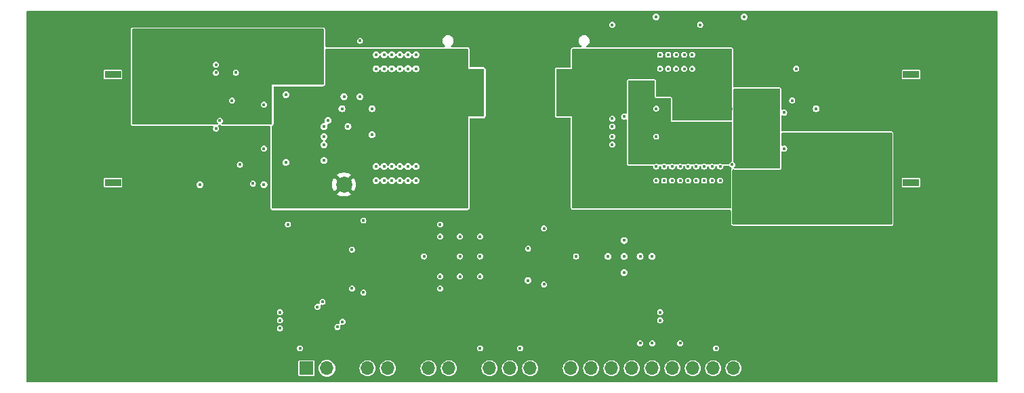
<source format=gbr>
%TF.GenerationSoftware,KiCad,Pcbnew,8.0.6*%
%TF.CreationDate,2024-12-20T12:02:23-05:00*%
%TF.ProjectId,PD Charger,50442043-6861-4726-9765-722e6b696361,0*%
%TF.SameCoordinates,Original*%
%TF.FileFunction,Copper,L2,Inr*%
%TF.FilePolarity,Positive*%
%FSLAX46Y46*%
G04 Gerber Fmt 4.6, Leading zero omitted, Abs format (unit mm)*
G04 Created by KiCad (PCBNEW 8.0.6) date 2024-12-20 12:02:23*
%MOMM*%
%LPD*%
G01*
G04 APERTURE LIST*
G04 Aperture macros list*
%AMRoundRect*
0 Rectangle with rounded corners*
0 $1 Rounding radius*
0 $2 $3 $4 $5 $6 $7 $8 $9 X,Y pos of 4 corners*
0 Add a 4 corners polygon primitive as box body*
4,1,4,$2,$3,$4,$5,$6,$7,$8,$9,$2,$3,0*
0 Add four circle primitives for the rounded corners*
1,1,$1+$1,$2,$3*
1,1,$1+$1,$4,$5*
1,1,$1+$1,$6,$7*
1,1,$1+$1,$8,$9*
0 Add four rect primitives between the rounded corners*
20,1,$1+$1,$2,$3,$4,$5,0*
20,1,$1+$1,$4,$5,$6,$7,0*
20,1,$1+$1,$6,$7,$8,$9,0*
20,1,$1+$1,$8,$9,$2,$3,0*%
G04 Aperture macros list end*
%TA.AperFunction,ComponentPad*%
%ADD10R,2.000000X0.900000*%
%TD*%
%TA.AperFunction,ComponentPad*%
%ADD11RoundRect,1.025000X-1.025000X1.025000X-1.025000X-1.025000X1.025000X-1.025000X1.025000X1.025000X0*%
%TD*%
%TA.AperFunction,ComponentPad*%
%ADD12C,4.100000*%
%TD*%
%TA.AperFunction,ComponentPad*%
%ADD13RoundRect,1.025000X1.025000X-1.025000X1.025000X1.025000X-1.025000X1.025000X-1.025000X-1.025000X0*%
%TD*%
%TA.AperFunction,ComponentPad*%
%ADD14R,1.700000X1.700000*%
%TD*%
%TA.AperFunction,ComponentPad*%
%ADD15O,1.700000X1.700000*%
%TD*%
%TA.AperFunction,ComponentPad*%
%ADD16C,2.000000*%
%TD*%
%TA.AperFunction,ViaPad*%
%ADD17C,0.450000*%
%TD*%
G04 APERTURE END LIST*
D10*
%TO.N,*%
%TO.C,J3*%
X148850000Y-93250000D03*
X148850000Y-106750000D03*
D11*
%TO.N,GND*%
X142850000Y-96400000D03*
D12*
%TO.N,VBUS*%
X142850000Y-103600000D03*
%TD*%
D10*
%TO.N,*%
%TO.C,J2*%
X49150000Y-106750000D03*
X49150000Y-93250000D03*
D13*
%TO.N,GND*%
X55150000Y-103600000D03*
D12*
%TO.N,VIN*%
X55150000Y-96400000D03*
%TD*%
D14*
%TO.N,+5V*%
%TO.C,J1*%
X73325000Y-130000000D03*
D15*
%TO.N,+3V3*%
X75865000Y-130000000D03*
%TO.N,GND*%
X78405000Y-130000000D03*
%TO.N,/PHASE_1_P*%
X80945000Y-130000000D03*
%TO.N,/PHASE_1_N*%
X83485000Y-130000000D03*
%TO.N,GND*%
X86025000Y-130000000D03*
%TO.N,/PHASE_2_P*%
X88565000Y-130000000D03*
%TO.N,/PHASE_2_N*%
X91105000Y-130000000D03*
%TO.N,GND*%
X93645000Y-130000000D03*
%TO.N,/VS_MON*%
X96185000Y-130000000D03*
%TO.N,/VD_MON*%
X98725000Y-130000000D03*
%TO.N,/IS_MON*%
X101265000Y-130000000D03*
%TO.N,GND*%
X103805000Y-130000000D03*
%TO.N,/IL_MON*%
X106345000Y-130000000D03*
%TO.N,/ID_MON*%
X108885000Y-130000000D03*
%TO.N,/VS_GOOD*%
X111425000Y-130000000D03*
%TO.N,/IS_GOOD*%
X113965000Y-130000000D03*
%TO.N,/5V_GOOD*%
X116505000Y-130000000D03*
%TO.N,/3V3_GOOD*%
X119045000Y-130000000D03*
%TO.N,/INPUT_EN*%
X121585000Y-130000000D03*
%TO.N,/OUTPUT_EN*%
X124125000Y-130000000D03*
%TO.N,/OUTPUT_DIS*%
X126665000Y-130000000D03*
%TD*%
D16*
%TO.N,VBUS*%
%TO.C,TP17*%
X140000000Y-110000000D03*
%TD*%
%TO.N,GND*%
%TO.C,TP18*%
X140000000Y-90000000D03*
%TD*%
%TO.N,/DC-DC/VOUTa*%
%TO.C,TP2*%
X125500000Y-97500000D03*
%TD*%
%TO.N,VS*%
%TO.C,TP1*%
X78000000Y-107000000D03*
%TD*%
D17*
%TO.N,/OUTPUT_EN*%
X133000000Y-102500000D03*
%TO.N,GND*%
X106000000Y-110000000D03*
X94000000Y-110000000D03*
X96000000Y-110000000D03*
X98000000Y-110000000D03*
X100000000Y-110000000D03*
X102000000Y-110000000D03*
X104000000Y-110000000D03*
X105000000Y-109000000D03*
X103000000Y-109000000D03*
X101000000Y-109000000D03*
X99000000Y-109000000D03*
X97000000Y-109000000D03*
X95000000Y-109000000D03*
X94000000Y-108000000D03*
X106000000Y-108000000D03*
X104000000Y-108000000D03*
X102000000Y-108000000D03*
X100000000Y-108000000D03*
X98000000Y-108000000D03*
X96000000Y-108000000D03*
X97000000Y-107000000D03*
X99000000Y-107000000D03*
X101000000Y-107000000D03*
X103000000Y-107000000D03*
X104000000Y-106000000D03*
X102000000Y-106000000D03*
X100000000Y-106000000D03*
X98000000Y-106000000D03*
X96000000Y-106000000D03*
X97000000Y-105000000D03*
X99000000Y-105000000D03*
X101000000Y-105000000D03*
X103000000Y-105000000D03*
X104000000Y-104000000D03*
X102000000Y-104000000D03*
X100000000Y-104000000D03*
X98000000Y-104000000D03*
X96000000Y-104000000D03*
X97000000Y-103000000D03*
X99000000Y-103000000D03*
X101000000Y-103000000D03*
X103000000Y-103000000D03*
X96000000Y-102000000D03*
X98000000Y-102000000D03*
X100000000Y-102000000D03*
X102000000Y-102000000D03*
X104000000Y-102000000D03*
X105000000Y-101000000D03*
X103000000Y-101000000D03*
X101000000Y-101000000D03*
X99000000Y-101000000D03*
X97000000Y-101000000D03*
X95000000Y-101000000D03*
X96000000Y-100000000D03*
X98000000Y-100000000D03*
X100000000Y-100000000D03*
X102000000Y-100000000D03*
X104000000Y-100000000D03*
X105000000Y-99000000D03*
X95000000Y-99000000D03*
X97000000Y-99000000D03*
X99000000Y-99000000D03*
X101000000Y-99000000D03*
X103000000Y-99000000D03*
X104000000Y-98000000D03*
X102000000Y-98000000D03*
X100000000Y-98000000D03*
X98000000Y-98000000D03*
X96000000Y-98000000D03*
X97000000Y-97000000D03*
X99000000Y-97000000D03*
X101000000Y-97000000D03*
X103000000Y-97000000D03*
X104000000Y-96000000D03*
X102000000Y-96000000D03*
X100000000Y-96000000D03*
X98000000Y-96000000D03*
X96000000Y-96000000D03*
X97000000Y-95000000D03*
X99000000Y-95000000D03*
X101000000Y-95000000D03*
X103000000Y-95000000D03*
X104000000Y-94000000D03*
X102000000Y-94000000D03*
X100000000Y-94000000D03*
X98000000Y-94000000D03*
X96000000Y-94000000D03*
X103000000Y-93000000D03*
X101000000Y-93000000D03*
X99000000Y-93000000D03*
X97000000Y-93000000D03*
X104000000Y-92000000D03*
X102000000Y-92000000D03*
X99878203Y-91877698D03*
X98000000Y-92000000D03*
X96000000Y-92000000D03*
X105000000Y-91000000D03*
X103000000Y-91000000D03*
X101000000Y-91000000D03*
X99000000Y-91000000D03*
X97000000Y-91000000D03*
X95000000Y-91000000D03*
X96000000Y-90000000D03*
X98000000Y-90000000D03*
X100000000Y-90000000D03*
X102000000Y-90000000D03*
X104000000Y-90000000D03*
X105000000Y-89000000D03*
X103000000Y-89000000D03*
X101000000Y-89000000D03*
X99000000Y-89000000D03*
X97000000Y-89000000D03*
X95000000Y-89000000D03*
X96000000Y-88000000D03*
X98000000Y-88000000D03*
X100000000Y-88000000D03*
X102000000Y-88000000D03*
X104000000Y-88000000D03*
X105000000Y-87000000D03*
X103000000Y-87000000D03*
X101000000Y-87000000D03*
X99000000Y-87000000D03*
X97000000Y-87000000D03*
X95000000Y-87000000D03*
%TO.N,VS*%
X84000000Y-107500000D03*
X82000000Y-107500000D03*
X86000000Y-107500000D03*
X87000000Y-107500000D03*
X83000000Y-107500000D03*
X85000000Y-107500000D03*
%TO.N,GND*%
X85000000Y-104750000D03*
X83000000Y-104750000D03*
X87000000Y-104750000D03*
X82000000Y-104750000D03*
X84000000Y-104750000D03*
X86000000Y-104750000D03*
X117500000Y-92500000D03*
X118500000Y-92500000D03*
X121500000Y-92500000D03*
X120500000Y-92500000D03*
X119500000Y-92500000D03*
%TO.N,/DC-DC/VOUTa*%
X119500000Y-95250000D03*
X120500000Y-95250000D03*
X121500000Y-95250000D03*
%TO.N,GND*%
X122000000Y-104750000D03*
X125000000Y-104750000D03*
X120000000Y-104750000D03*
X119000000Y-104750000D03*
X124000000Y-104750000D03*
X117000000Y-104750000D03*
X118000000Y-104750000D03*
X121000000Y-104750000D03*
X123000000Y-104750000D03*
%TO.N,/DC-DC/VOUTa*%
X124000000Y-107500000D03*
X120000000Y-107500000D03*
X118000000Y-107500000D03*
X117000000Y-107500000D03*
X119000000Y-107500000D03*
X122000000Y-107500000D03*
X123000000Y-107500000D03*
X121000000Y-107500000D03*
X125000000Y-107500000D03*
X123250000Y-94500000D03*
X123250000Y-95250000D03*
X122500000Y-94500000D03*
X119500000Y-93500000D03*
X120500000Y-93500000D03*
X121500000Y-93500000D03*
%TO.N,/PHASE_1_P*%
X75500000Y-99750000D03*
%TO.N,/PHASE_1_N*%
X75500000Y-101000000D03*
%TO.N,/PHASE_2_P*%
X111500000Y-99750000D03*
%TO.N,/PHASE_2_N*%
X111500000Y-101000000D03*
%TO.N,Net-(U3-BOOT)*%
X113000000Y-98500000D03*
%TO.N,/DC-DC/SW2*%
X116000000Y-94250000D03*
X115500000Y-94750000D03*
X115000000Y-94250000D03*
X114500000Y-94750000D03*
X115000000Y-95250000D03*
X116000000Y-95250000D03*
X114000000Y-97250000D03*
X114500000Y-96750000D03*
X116000000Y-96250000D03*
X115000000Y-96250000D03*
X116500000Y-94750000D03*
X116500000Y-95750000D03*
X115500000Y-95750000D03*
X114500000Y-95750000D03*
X114000000Y-96250000D03*
X114000000Y-95250000D03*
X114000000Y-94250000D03*
%TO.N,+5V*%
X90000000Y-120000000D03*
X103000000Y-112500000D03*
X92500000Y-116000000D03*
X92500000Y-118500000D03*
X92500000Y-113500000D03*
X79000000Y-120000000D03*
X103000000Y-119500000D03*
X90000000Y-118500000D03*
X111500000Y-102000000D03*
X95000000Y-118500000D03*
X75500000Y-102000000D03*
X90000000Y-113500000D03*
X90000000Y-112000000D03*
X95000000Y-113500000D03*
X95000000Y-116000000D03*
%TO.N,VCC*%
X80425000Y-111500000D03*
X75500000Y-104000000D03*
X80425000Y-120500000D03*
%TO.N,Net-(U1-BOOT)*%
X77750000Y-97500000D03*
%TO.N,GND*%
X141000000Y-100000000D03*
X145000000Y-94000000D03*
X97000000Y-113000000D03*
X59000000Y-102000000D03*
X136225000Y-93500000D03*
X86000000Y-106500000D03*
X65500000Y-107000000D03*
X139000000Y-98000000D03*
X119500000Y-90750000D03*
X55000000Y-106000000D03*
X123000000Y-106500000D03*
X61000000Y-107000000D03*
X62000000Y-93000000D03*
X140000000Y-95000000D03*
X85500000Y-120500000D03*
X83000000Y-90750000D03*
X139000000Y-94000000D03*
X138000000Y-99000000D03*
X144000000Y-99000000D03*
X92500000Y-111000000D03*
X84000000Y-106500000D03*
X94500000Y-107000000D03*
X146000000Y-93000000D03*
X53000000Y-100000000D03*
X57000000Y-100000000D03*
X54000000Y-107000000D03*
X82000000Y-90750000D03*
X121000000Y-106500000D03*
X57000000Y-106000000D03*
X146000000Y-99000000D03*
X118000000Y-106500000D03*
X82000000Y-106500000D03*
X120500000Y-90750000D03*
X121500000Y-90750000D03*
X58000000Y-103000000D03*
X85000000Y-90750000D03*
X146000000Y-97000000D03*
X82350497Y-116000000D03*
X139000000Y-100000000D03*
X107000000Y-113000000D03*
X94500000Y-102000000D03*
X107000000Y-119000000D03*
X138000000Y-97000000D03*
X58000000Y-107000000D03*
X141000000Y-94000000D03*
X95000000Y-111000000D03*
X138000000Y-95000000D03*
X58000000Y-101000000D03*
X105500000Y-105000000D03*
X142000000Y-93000000D03*
X61000000Y-103000000D03*
X52000000Y-107000000D03*
X52000000Y-101000000D03*
X139000000Y-96000000D03*
X140000000Y-93000000D03*
X72000000Y-114000000D03*
X52000000Y-105000000D03*
X86000000Y-90750000D03*
X117000000Y-106500000D03*
X118500000Y-90750000D03*
X116000000Y-121000000D03*
X145000000Y-100000000D03*
X75000000Y-114000000D03*
X124000000Y-106500000D03*
X75000000Y-116000000D03*
X85500000Y-111500000D03*
X58000000Y-105000000D03*
X59000000Y-100000000D03*
X60000000Y-101000000D03*
X117500000Y-90750000D03*
X113000000Y-121000000D03*
X59000000Y-104000000D03*
X143000000Y-100000000D03*
X143000000Y-94000000D03*
X105500000Y-102000000D03*
X104267424Y-116000000D03*
X56000000Y-101000000D03*
X94500000Y-103000000D03*
X87000000Y-106500000D03*
X105500000Y-104000000D03*
X94500000Y-105000000D03*
X54000000Y-101000000D03*
X84000000Y-90750000D03*
X105500000Y-106000000D03*
X78000000Y-96000000D03*
X138000000Y-93000000D03*
X94500000Y-104000000D03*
X68000000Y-97000000D03*
X105500000Y-103000000D03*
X83000000Y-106500000D03*
X92500000Y-121000000D03*
X55000000Y-100000000D03*
X53000000Y-106000000D03*
X75000000Y-118000000D03*
X116000000Y-111000000D03*
X97000000Y-115000000D03*
X97000000Y-117000000D03*
X113000000Y-111000000D03*
X87000000Y-90750000D03*
X119000000Y-106500000D03*
X105500000Y-107000000D03*
X95000000Y-121000000D03*
X62500000Y-107000000D03*
X140000000Y-99000000D03*
X120000000Y-106500000D03*
X144000000Y-93000000D03*
X125000000Y-106500000D03*
X85000000Y-106500000D03*
X52000000Y-103000000D03*
X94500000Y-106000000D03*
X146000000Y-95000000D03*
X140000000Y-97000000D03*
X62000000Y-92000000D03*
X142000000Y-99000000D03*
X122000000Y-106500000D03*
X56000000Y-107000000D03*
X59000000Y-106000000D03*
%TO.N,/DC-DC/SW1*%
X76000000Y-99000000D03*
X78500000Y-99750000D03*
%TO.N,/DC-DC/SW2*%
X123000000Y-100000000D03*
X117500000Y-99500000D03*
X125000000Y-102000000D03*
X126000000Y-100000000D03*
X118250000Y-99750000D03*
X120000000Y-100000000D03*
X122000000Y-100000000D03*
X125000000Y-103000000D03*
X121000000Y-100000000D03*
X115000000Y-99000000D03*
X125000000Y-101000000D03*
X114500000Y-99750000D03*
X126000000Y-102000000D03*
X116500000Y-99500000D03*
X117000000Y-99000000D03*
X116000000Y-99000000D03*
X111500000Y-98750000D03*
X125000000Y-100000000D03*
X124000000Y-100000000D03*
X126000000Y-101000000D03*
X119000000Y-100000000D03*
X115500000Y-99500000D03*
%TO.N,/VS_MON*%
X72500000Y-127500000D03*
X71000000Y-112000000D03*
X95000000Y-127500000D03*
%TO.N,+3V3*%
X60000000Y-107000000D03*
X113000000Y-114000000D03*
X101000000Y-119000000D03*
X80000000Y-96000000D03*
X68000000Y-107000000D03*
X128000000Y-86000000D03*
X113000000Y-116000000D03*
X137000000Y-97500000D03*
X115000000Y-116000000D03*
X117000000Y-86000000D03*
X111000000Y-116000000D03*
X113000000Y-118000000D03*
X116500000Y-116000000D03*
%TO.N,/VD_MON*%
X100000000Y-127500000D03*
X124500000Y-127500000D03*
X134500000Y-92500000D03*
%TO.N,/Output Switch/Q5_Q6_G*%
X126500000Y-104500000D03*
%TO.N,/OUTPUT_DIS*%
X134000000Y-96500000D03*
%TO.N,/5V_GOOD*%
X117500000Y-124000000D03*
%TO.N,VS*%
X94500000Y-97000000D03*
X94500000Y-96000000D03*
X76000000Y-105000000D03*
X81000000Y-106000000D03*
X80000000Y-107000000D03*
X80000000Y-105000000D03*
X80000000Y-109000000D03*
X83000000Y-93500000D03*
X94500000Y-98000000D03*
X85000000Y-109250000D03*
X76000000Y-107000000D03*
X84000000Y-93500000D03*
X76000000Y-109000000D03*
X86000000Y-93500000D03*
X94500000Y-94000000D03*
X82000000Y-93500000D03*
X81000000Y-108000000D03*
X83000000Y-109250000D03*
X85000000Y-93500000D03*
X78000000Y-105000000D03*
X87000000Y-93500000D03*
X94500000Y-93000000D03*
X78000000Y-109000000D03*
X94500000Y-95000000D03*
X87000000Y-109250000D03*
X86000000Y-109250000D03*
X82000000Y-109250000D03*
X84000000Y-109250000D03*
%TO.N,Net-(U9-SW)*%
X79000000Y-115150000D03*
X88000000Y-116000000D03*
%TO.N,/3V3_GOOD*%
X117500000Y-123000000D03*
%TO.N,/IS_GOOD*%
X70000000Y-124000000D03*
X116500000Y-126850000D03*
X62000000Y-100000000D03*
%TO.N,/VS_GOOD*%
X68000000Y-102500000D03*
X70000000Y-125000000D03*
X115000000Y-126850000D03*
%TO.N,VIN*%
X75000000Y-92500000D03*
X53000000Y-98000000D03*
X61000000Y-96000000D03*
X55000000Y-88000000D03*
X58000000Y-93000000D03*
X60000000Y-91000000D03*
X57000000Y-98000000D03*
X74000000Y-89500000D03*
X52000000Y-93000000D03*
X61000000Y-88000000D03*
X60000000Y-93000000D03*
X56000000Y-93000000D03*
X64000000Y-91000000D03*
X53000000Y-88000000D03*
X61000000Y-94000000D03*
X54000000Y-93000000D03*
X69000000Y-90500000D03*
X56000000Y-99000000D03*
X57000000Y-88000000D03*
X57000000Y-90000000D03*
X67000000Y-88000000D03*
X75000000Y-93500000D03*
X52000000Y-97000000D03*
X58000000Y-97000000D03*
X65000000Y-90000000D03*
X62000000Y-89000000D03*
X59000000Y-90000000D03*
X59000000Y-92000000D03*
X54000000Y-89000000D03*
X54000000Y-99000000D03*
X66000000Y-91000000D03*
X56000000Y-91000000D03*
X66000000Y-89000000D03*
X67000000Y-90000000D03*
X69000000Y-93500000D03*
X63000000Y-88000000D03*
X52000000Y-91000000D03*
X62000000Y-91000000D03*
X71000000Y-89500000D03*
X58000000Y-99000000D03*
X52000000Y-95000000D03*
X70000000Y-89500000D03*
X53000000Y-90000000D03*
X75000000Y-90500000D03*
X55000000Y-90000000D03*
X69000000Y-91500000D03*
X61000000Y-92000000D03*
X52000000Y-89000000D03*
X55000000Y-92000000D03*
X61000000Y-90000000D03*
X58000000Y-91000000D03*
X60000000Y-95000000D03*
X60000000Y-99000000D03*
X59000000Y-88000000D03*
X61000000Y-98000000D03*
X73000000Y-89500000D03*
X54000000Y-91000000D03*
X57000000Y-94000000D03*
X58000000Y-95000000D03*
X64000000Y-89000000D03*
X65000000Y-88000000D03*
X59000000Y-94000000D03*
X52000000Y-99000000D03*
X59000000Y-96000000D03*
X72000000Y-89500000D03*
X53000000Y-92000000D03*
X57000000Y-92000000D03*
X58000000Y-89000000D03*
X63000000Y-90000000D03*
X60000000Y-97000000D03*
X59000000Y-98000000D03*
X56000000Y-89000000D03*
X75000000Y-91500000D03*
X53000000Y-94000000D03*
X60000000Y-89000000D03*
X69000000Y-92500000D03*
%TO.N,/INPUT_EN*%
X70000000Y-123000000D03*
X120000000Y-126850000D03*
X62500000Y-99000000D03*
%TO.N,/PHASE_1_P*%
X77181801Y-124818199D03*
X74681801Y-122318199D03*
%TO.N,Net-(U2-SW)*%
X107000000Y-116000000D03*
X101000000Y-115000000D03*
%TO.N,/DC-DC/G1*%
X81500000Y-97500000D03*
%TO.N,/DC-DC/G2*%
X81500000Y-100750000D03*
%TO.N,/DC-DC/G3*%
X117000000Y-97500000D03*
%TO.N,/Output Switch/COM_S*%
X129500000Y-97000000D03*
X129500000Y-101000000D03*
X128500000Y-102000000D03*
X128500000Y-98000000D03*
X129500000Y-99000000D03*
X127500000Y-97000000D03*
X127500000Y-101000000D03*
X128500000Y-100000000D03*
X127500000Y-99000000D03*
X131500000Y-101000000D03*
X127500000Y-103000000D03*
X131500000Y-103000000D03*
X130500000Y-100000000D03*
X129500000Y-103000000D03*
X131500000Y-99000000D03*
X130500000Y-102000000D03*
X131500000Y-97000000D03*
%TO.N,/Input Protection/G_RP*%
X70750000Y-95750000D03*
%TO.N,/Input Protection/G_BP*%
X70750000Y-104250000D03*
%TO.N,/PHASE_1_N*%
X77818199Y-124181801D03*
X75318199Y-121681801D03*
%TO.N,/IS_MON*%
X80000000Y-89000000D03*
%TO.N,/IL_MON*%
X111500000Y-87000000D03*
%TO.N,/ID_MON*%
X122500000Y-87000000D03*
%TO.N,VBUS*%
X140000000Y-107000000D03*
X133000000Y-110000000D03*
X133000000Y-108000000D03*
X145000000Y-108000000D03*
X127000000Y-108000000D03*
X146000000Y-101000000D03*
X130000000Y-111000000D03*
X133000000Y-106000000D03*
X135000000Y-106000000D03*
X141000000Y-108000000D03*
X146000000Y-109000000D03*
X143000000Y-110000000D03*
X138000000Y-101000000D03*
X142000000Y-109000000D03*
X136000000Y-111000000D03*
X139000000Y-108000000D03*
X137000000Y-110000000D03*
X142000000Y-111000000D03*
X143000000Y-106000000D03*
X145000000Y-102000000D03*
X138000000Y-109000000D03*
X146000000Y-111000000D03*
X144000000Y-107000000D03*
X138000000Y-103000000D03*
X141000000Y-102000000D03*
X140000000Y-105000000D03*
X135000000Y-104000000D03*
X146000000Y-105000000D03*
X138000000Y-111000000D03*
X127000000Y-110000000D03*
X144000000Y-109000000D03*
X141000000Y-106000000D03*
X143000000Y-108000000D03*
X135000000Y-108000000D03*
X128000000Y-111000000D03*
X142000000Y-107000000D03*
X136000000Y-105000000D03*
X145000000Y-110000000D03*
X136000000Y-107000000D03*
X144000000Y-111000000D03*
X140000000Y-103000000D03*
X138000000Y-107000000D03*
X145000000Y-106000000D03*
X138000000Y-105000000D03*
X139000000Y-104000000D03*
X146000000Y-107000000D03*
X142000000Y-101000000D03*
X139000000Y-106000000D03*
X132000000Y-111000000D03*
X144000000Y-101000000D03*
X139000000Y-102000000D03*
X127000000Y-106000000D03*
X146047190Y-102893375D03*
X140000000Y-101000000D03*
%TO.N,/Input Protection/FLB*%
X66625000Y-106875000D03*
%TO.N,/Input Protection/FB_PG*%
X65000000Y-104500000D03*
%TO.N,/Input Protection/UV*%
X64000000Y-96500000D03*
%TO.N,/Input Protection/OV*%
X64500000Y-93000000D03*
%TO.N,/DC-DC/VOUTa*%
X105500000Y-95000000D03*
X105500000Y-96000000D03*
X105500000Y-98000000D03*
X105500000Y-93000000D03*
X125000000Y-109250000D03*
X121000000Y-109250000D03*
X123000000Y-109250000D03*
X122000000Y-109250000D03*
X119000000Y-109250000D03*
X122500000Y-95250000D03*
X105500000Y-97000000D03*
X117000000Y-109250000D03*
X118000000Y-109250000D03*
X120000000Y-109250000D03*
X124000000Y-109250000D03*
X105500000Y-94000000D03*
X122500000Y-93750000D03*
%TO.N,/DC-DC/G4*%
X117000000Y-101000000D03*
%TO.N,VS*%
X83000000Y-95250000D03*
X84000000Y-95250000D03*
X86000000Y-95250000D03*
X82000000Y-95250000D03*
X85000000Y-95250000D03*
X87000000Y-95250000D03*
%TO.N,GND*%
X83000000Y-92500000D03*
X82000000Y-92500000D03*
X85000000Y-92500000D03*
X86000000Y-92500000D03*
X84000000Y-92500000D03*
X87000000Y-92500000D03*
%TO.N,/Output Switch/Q5_Q6_G*%
X133000000Y-98000000D03*
%TD*%
%TA.AperFunction,Conductor*%
%TO.N,VBUS*%
G36*
X146443039Y-100519685D02*
G01*
X146488794Y-100572489D01*
X146500000Y-100624000D01*
X146500000Y-111876000D01*
X146480315Y-111943039D01*
X146427511Y-111988794D01*
X146376000Y-112000000D01*
X126624000Y-112000000D01*
X126556961Y-111980315D01*
X126511206Y-111927511D01*
X126500000Y-111876000D01*
X126500000Y-105217139D01*
X126519685Y-105150100D01*
X126572489Y-105104345D01*
X126641647Y-105094401D01*
X126688536Y-105111257D01*
X126722269Y-105131819D01*
X126789308Y-105151504D01*
X126833795Y-105157900D01*
X126833797Y-105157900D01*
X132375991Y-105157900D01*
X132376000Y-105157900D01*
X132409565Y-105154291D01*
X132461076Y-105143085D01*
X132530914Y-105108127D01*
X132583718Y-105062372D01*
X132589278Y-105057317D01*
X132631819Y-104987526D01*
X132651504Y-104920487D01*
X132657900Y-104876000D01*
X132657900Y-102952168D01*
X132677585Y-102885129D01*
X132730389Y-102839374D01*
X132799547Y-102829430D01*
X132838190Y-102841681D01*
X132881767Y-102863885D01*
X132881769Y-102863885D01*
X132881771Y-102863886D01*
X132999997Y-102882611D01*
X133000000Y-102882611D01*
X133000003Y-102882611D01*
X133118228Y-102863886D01*
X133118228Y-102863885D01*
X133118233Y-102863885D01*
X133224893Y-102809539D01*
X133309539Y-102724893D01*
X133363885Y-102618233D01*
X133382611Y-102500000D01*
X133382611Y-102499996D01*
X133363886Y-102381771D01*
X133363885Y-102381769D01*
X133363885Y-102381767D01*
X133309539Y-102275107D01*
X133309537Y-102275105D01*
X133309534Y-102275101D01*
X133224898Y-102190465D01*
X133224894Y-102190462D01*
X133224893Y-102190461D01*
X133118233Y-102136115D01*
X133118231Y-102136114D01*
X133118228Y-102136113D01*
X133000003Y-102117389D01*
X132999997Y-102117389D01*
X132881771Y-102136113D01*
X132838193Y-102158317D01*
X132769524Y-102171212D01*
X132704784Y-102144935D01*
X132664528Y-102087828D01*
X132657900Y-102047831D01*
X132657900Y-100624000D01*
X132677585Y-100556961D01*
X132730389Y-100511206D01*
X132781900Y-100500000D01*
X146376000Y-100500000D01*
X146443039Y-100519685D01*
G37*
%TD.AperFunction*%
%TD*%
%TA.AperFunction,Conductor*%
%TO.N,/Output Switch/COM_S*%
G36*
X132443039Y-95019685D02*
G01*
X132488794Y-95072489D01*
X132500000Y-95124000D01*
X132500000Y-104876000D01*
X132480315Y-104943039D01*
X132427511Y-104988794D01*
X132376000Y-105000000D01*
X126833795Y-105000000D01*
X126766756Y-104980315D01*
X126721001Y-104927511D01*
X126711057Y-104858353D01*
X126740082Y-104794797D01*
X126746114Y-104788319D01*
X126809534Y-104724898D01*
X126809539Y-104724893D01*
X126863885Y-104618233D01*
X126863886Y-104618228D01*
X126882611Y-104500003D01*
X126882611Y-104499996D01*
X126863886Y-104381771D01*
X126863885Y-104381769D01*
X126863885Y-104381767D01*
X126809539Y-104275107D01*
X126809537Y-104275105D01*
X126809534Y-104275101D01*
X126724894Y-104190461D01*
X126716999Y-104184725D01*
X126717872Y-104183522D01*
X126674803Y-104142838D01*
X126657900Y-104080338D01*
X126657900Y-99206897D01*
X126645881Y-99146477D01*
X126645880Y-99146475D01*
X126645880Y-99146473D01*
X126645455Y-99145449D01*
X126645393Y-99144869D01*
X126644112Y-99140645D01*
X126644913Y-99140401D01*
X126637986Y-99075981D01*
X126640242Y-99065899D01*
X126657899Y-99000002D01*
X126657900Y-98999999D01*
X126657900Y-95124000D01*
X126677585Y-95056961D01*
X126730389Y-95011206D01*
X126781900Y-95000000D01*
X132376000Y-95000000D01*
X132443039Y-95019685D01*
G37*
%TD.AperFunction*%
%TD*%
%TA.AperFunction,Conductor*%
%TO.N,VIN*%
G36*
X75443039Y-87519685D02*
G01*
X75488794Y-87572489D01*
X75500000Y-87624000D01*
X75500000Y-94376000D01*
X75480315Y-94443039D01*
X75427511Y-94488794D01*
X75376000Y-94500000D01*
X69000000Y-94500000D01*
X69000000Y-99376000D01*
X68980315Y-99443039D01*
X68927511Y-99488794D01*
X68876000Y-99500000D01*
X62833795Y-99500000D01*
X62766756Y-99480315D01*
X62721001Y-99427511D01*
X62711057Y-99358353D01*
X62740082Y-99294797D01*
X62746114Y-99288319D01*
X62809534Y-99224898D01*
X62809539Y-99224893D01*
X62863885Y-99118233D01*
X62882611Y-99000000D01*
X62882611Y-98999996D01*
X62863886Y-98881771D01*
X62863885Y-98881769D01*
X62863885Y-98881767D01*
X62809539Y-98775107D01*
X62809537Y-98775105D01*
X62809534Y-98775101D01*
X62724898Y-98690465D01*
X62724894Y-98690462D01*
X62724893Y-98690461D01*
X62618233Y-98636115D01*
X62618231Y-98636114D01*
X62618228Y-98636113D01*
X62500003Y-98617389D01*
X62499997Y-98617389D01*
X62381771Y-98636113D01*
X62275105Y-98690462D01*
X62275101Y-98690465D01*
X62190465Y-98775101D01*
X62190462Y-98775105D01*
X62136113Y-98881771D01*
X62117389Y-98999996D01*
X62117389Y-99000003D01*
X62136113Y-99118228D01*
X62136114Y-99118231D01*
X62136115Y-99118233D01*
X62190461Y-99224893D01*
X62190462Y-99224894D01*
X62190465Y-99224898D01*
X62253886Y-99288319D01*
X62287371Y-99349642D01*
X62282387Y-99419334D01*
X62240515Y-99475267D01*
X62175051Y-99499684D01*
X62166205Y-99500000D01*
X51624000Y-99500000D01*
X51556961Y-99480315D01*
X51511206Y-99427511D01*
X51500000Y-99376000D01*
X51500000Y-96999996D01*
X67617389Y-96999996D01*
X67617389Y-97000003D01*
X67636113Y-97118228D01*
X67636114Y-97118231D01*
X67636115Y-97118233D01*
X67690461Y-97224893D01*
X67690462Y-97224894D01*
X67690465Y-97224898D01*
X67775101Y-97309534D01*
X67775105Y-97309537D01*
X67775107Y-97309539D01*
X67881767Y-97363885D01*
X67881769Y-97363885D01*
X67881771Y-97363886D01*
X67999997Y-97382611D01*
X68000000Y-97382611D01*
X68000003Y-97382611D01*
X68118228Y-97363886D01*
X68118228Y-97363885D01*
X68118233Y-97363885D01*
X68224893Y-97309539D01*
X68309539Y-97224893D01*
X68363885Y-97118233D01*
X68382611Y-97000000D01*
X68382611Y-96999996D01*
X68363886Y-96881771D01*
X68363885Y-96881769D01*
X68363885Y-96881767D01*
X68309539Y-96775107D01*
X68309537Y-96775105D01*
X68309534Y-96775101D01*
X68224898Y-96690465D01*
X68224894Y-96690462D01*
X68224893Y-96690461D01*
X68118233Y-96636115D01*
X68118231Y-96636114D01*
X68118228Y-96636113D01*
X68000003Y-96617389D01*
X67999997Y-96617389D01*
X67881771Y-96636113D01*
X67775105Y-96690462D01*
X67775101Y-96690465D01*
X67690465Y-96775101D01*
X67690462Y-96775105D01*
X67636113Y-96881771D01*
X67617389Y-96999996D01*
X51500000Y-96999996D01*
X51500000Y-96499996D01*
X63617389Y-96499996D01*
X63617389Y-96500003D01*
X63636113Y-96618228D01*
X63636114Y-96618231D01*
X63636115Y-96618233D01*
X63690461Y-96724893D01*
X63690462Y-96724894D01*
X63690465Y-96724898D01*
X63775101Y-96809534D01*
X63775105Y-96809537D01*
X63775107Y-96809539D01*
X63881767Y-96863885D01*
X63881769Y-96863885D01*
X63881771Y-96863886D01*
X63999997Y-96882611D01*
X64000000Y-96882611D01*
X64000003Y-96882611D01*
X64118228Y-96863886D01*
X64118228Y-96863885D01*
X64118233Y-96863885D01*
X64224893Y-96809539D01*
X64309539Y-96724893D01*
X64363885Y-96618233D01*
X64382611Y-96500000D01*
X64382611Y-96499996D01*
X64363886Y-96381771D01*
X64363885Y-96381769D01*
X64363885Y-96381767D01*
X64309539Y-96275107D01*
X64309537Y-96275105D01*
X64309534Y-96275101D01*
X64224898Y-96190465D01*
X64224894Y-96190462D01*
X64224893Y-96190461D01*
X64118233Y-96136115D01*
X64118231Y-96136114D01*
X64118228Y-96136113D01*
X64000003Y-96117389D01*
X63999997Y-96117389D01*
X63881771Y-96136113D01*
X63775105Y-96190462D01*
X63775101Y-96190465D01*
X63690465Y-96275101D01*
X63690462Y-96275105D01*
X63636113Y-96381771D01*
X63617389Y-96499996D01*
X51500000Y-96499996D01*
X51500000Y-92999996D01*
X61617389Y-92999996D01*
X61617389Y-93000003D01*
X61636113Y-93118228D01*
X61636114Y-93118231D01*
X61636115Y-93118233D01*
X61690461Y-93224893D01*
X61690462Y-93224894D01*
X61690465Y-93224898D01*
X61775101Y-93309534D01*
X61775105Y-93309537D01*
X61775107Y-93309539D01*
X61881767Y-93363885D01*
X61881769Y-93363885D01*
X61881771Y-93363886D01*
X61999997Y-93382611D01*
X62000000Y-93382611D01*
X62000003Y-93382611D01*
X62118228Y-93363886D01*
X62118228Y-93363885D01*
X62118233Y-93363885D01*
X62224893Y-93309539D01*
X62309539Y-93224893D01*
X62363885Y-93118233D01*
X62382611Y-93000000D01*
X62382611Y-92999996D01*
X64117389Y-92999996D01*
X64117389Y-93000003D01*
X64136113Y-93118228D01*
X64136114Y-93118231D01*
X64136115Y-93118233D01*
X64190461Y-93224893D01*
X64190462Y-93224894D01*
X64190465Y-93224898D01*
X64275101Y-93309534D01*
X64275105Y-93309537D01*
X64275107Y-93309539D01*
X64381767Y-93363885D01*
X64381769Y-93363885D01*
X64381771Y-93363886D01*
X64499997Y-93382611D01*
X64500000Y-93382611D01*
X64500003Y-93382611D01*
X64618228Y-93363886D01*
X64618228Y-93363885D01*
X64618233Y-93363885D01*
X64724893Y-93309539D01*
X64809539Y-93224893D01*
X64863885Y-93118233D01*
X64882611Y-93000000D01*
X64882611Y-92999996D01*
X64863886Y-92881771D01*
X64863885Y-92881769D01*
X64863885Y-92881767D01*
X64809539Y-92775107D01*
X64809537Y-92775105D01*
X64809534Y-92775101D01*
X64724898Y-92690465D01*
X64724894Y-92690462D01*
X64724893Y-92690461D01*
X64618233Y-92636115D01*
X64618231Y-92636114D01*
X64618228Y-92636113D01*
X64500003Y-92617389D01*
X64499997Y-92617389D01*
X64381771Y-92636113D01*
X64275105Y-92690462D01*
X64275101Y-92690465D01*
X64190465Y-92775101D01*
X64190462Y-92775105D01*
X64136113Y-92881771D01*
X64117389Y-92999996D01*
X62382611Y-92999996D01*
X62363886Y-92881771D01*
X62363885Y-92881769D01*
X62363885Y-92881767D01*
X62309539Y-92775107D01*
X62309537Y-92775105D01*
X62309534Y-92775101D01*
X62224898Y-92690465D01*
X62224894Y-92690462D01*
X62224893Y-92690461D01*
X62118233Y-92636115D01*
X62118231Y-92636114D01*
X62118228Y-92636113D01*
X62032103Y-92622473D01*
X62000599Y-92607538D01*
X61967896Y-92622473D01*
X61881771Y-92636113D01*
X61775105Y-92690462D01*
X61775101Y-92690465D01*
X61690465Y-92775101D01*
X61690462Y-92775105D01*
X61636113Y-92881771D01*
X61617389Y-92999996D01*
X51500000Y-92999996D01*
X51500000Y-91999996D01*
X61617389Y-91999996D01*
X61617389Y-92000003D01*
X61636113Y-92118228D01*
X61636114Y-92118231D01*
X61636115Y-92118233D01*
X61690461Y-92224893D01*
X61690462Y-92224894D01*
X61690465Y-92224898D01*
X61775101Y-92309534D01*
X61775105Y-92309537D01*
X61775107Y-92309539D01*
X61881767Y-92363885D01*
X61881769Y-92363885D01*
X61881771Y-92363886D01*
X61967896Y-92377527D01*
X61999399Y-92392461D01*
X62032103Y-92377527D01*
X62118228Y-92363886D01*
X62118228Y-92363885D01*
X62118233Y-92363885D01*
X62224893Y-92309539D01*
X62309539Y-92224893D01*
X62363885Y-92118233D01*
X62382611Y-92000000D01*
X62382611Y-91999996D01*
X62363886Y-91881771D01*
X62363885Y-91881769D01*
X62363885Y-91881767D01*
X62309539Y-91775107D01*
X62309537Y-91775105D01*
X62309534Y-91775101D01*
X62224898Y-91690465D01*
X62224894Y-91690462D01*
X62224893Y-91690461D01*
X62118233Y-91636115D01*
X62118231Y-91636114D01*
X62118228Y-91636113D01*
X62000003Y-91617389D01*
X61999997Y-91617389D01*
X61881771Y-91636113D01*
X61775105Y-91690462D01*
X61775101Y-91690465D01*
X61690465Y-91775101D01*
X61690462Y-91775105D01*
X61636113Y-91881771D01*
X61617389Y-91999996D01*
X51500000Y-91999996D01*
X51500000Y-87624000D01*
X51519685Y-87556961D01*
X51572489Y-87511206D01*
X51624000Y-87500000D01*
X75376000Y-87500000D01*
X75443039Y-87519685D01*
G37*
%TD.AperFunction*%
%TD*%
%TA.AperFunction,Conductor*%
%TO.N,/DC-DC/SW2*%
G36*
X116827748Y-94014352D02*
G01*
X116842100Y-94049000D01*
X116842100Y-96000002D01*
X116863253Y-96078948D01*
X116863256Y-96078952D01*
X116921047Y-96136743D01*
X116921051Y-96136746D01*
X116999997Y-96157900D01*
X117000000Y-96157900D01*
X118793100Y-96157900D01*
X118827748Y-96172252D01*
X118842100Y-96206900D01*
X118842100Y-99000002D01*
X118863253Y-99078948D01*
X118863256Y-99078952D01*
X118921047Y-99136743D01*
X118921051Y-99136746D01*
X118999997Y-99157900D01*
X126451000Y-99157900D01*
X126485648Y-99172252D01*
X126500000Y-99206900D01*
X126500000Y-104075538D01*
X126485648Y-104110186D01*
X126458666Y-104123935D01*
X126411892Y-104131343D01*
X126381767Y-104136115D01*
X126381765Y-104136115D01*
X126381763Y-104136116D01*
X126275113Y-104190456D01*
X126275106Y-104190461D01*
X126190461Y-104275106D01*
X126190456Y-104275113D01*
X126136116Y-104381764D01*
X126136115Y-104381765D01*
X126136115Y-104381767D01*
X126126820Y-104440456D01*
X126123936Y-104458665D01*
X126104340Y-104490642D01*
X126075539Y-104500000D01*
X125304728Y-104500000D01*
X125270080Y-104485648D01*
X125224893Y-104440461D01*
X125224886Y-104440456D01*
X125118235Y-104386116D01*
X125118234Y-104386115D01*
X125118233Y-104386115D01*
X125000000Y-104367389D01*
X124881767Y-104386115D01*
X124881765Y-104386115D01*
X124881764Y-104386116D01*
X124775113Y-104440456D01*
X124775106Y-104440461D01*
X124729920Y-104485648D01*
X124695272Y-104500000D01*
X124304728Y-104500000D01*
X124270080Y-104485648D01*
X124224893Y-104440461D01*
X124224886Y-104440456D01*
X124118235Y-104386116D01*
X124118234Y-104386115D01*
X124118233Y-104386115D01*
X124000000Y-104367389D01*
X123881767Y-104386115D01*
X123881765Y-104386115D01*
X123881764Y-104386116D01*
X123775113Y-104440456D01*
X123775106Y-104440461D01*
X123729920Y-104485648D01*
X123695272Y-104500000D01*
X123304728Y-104500000D01*
X123270080Y-104485648D01*
X123224893Y-104440461D01*
X123224886Y-104440456D01*
X123118235Y-104386116D01*
X123118234Y-104386115D01*
X123118233Y-104386115D01*
X123000000Y-104367389D01*
X122881767Y-104386115D01*
X122881765Y-104386115D01*
X122881764Y-104386116D01*
X122775113Y-104440456D01*
X122775106Y-104440461D01*
X122729920Y-104485648D01*
X122695272Y-104500000D01*
X122304728Y-104500000D01*
X122270080Y-104485648D01*
X122224893Y-104440461D01*
X122224886Y-104440456D01*
X122118235Y-104386116D01*
X122118234Y-104386115D01*
X122118233Y-104386115D01*
X122000000Y-104367389D01*
X121881767Y-104386115D01*
X121881765Y-104386115D01*
X121881764Y-104386116D01*
X121775113Y-104440456D01*
X121775106Y-104440461D01*
X121729920Y-104485648D01*
X121695272Y-104500000D01*
X121304728Y-104500000D01*
X121270080Y-104485648D01*
X121224893Y-104440461D01*
X121224886Y-104440456D01*
X121118235Y-104386116D01*
X121118234Y-104386115D01*
X121118233Y-104386115D01*
X121000000Y-104367389D01*
X120881767Y-104386115D01*
X120881765Y-104386115D01*
X120881764Y-104386116D01*
X120775113Y-104440456D01*
X120775106Y-104440461D01*
X120729920Y-104485648D01*
X120695272Y-104500000D01*
X120304728Y-104500000D01*
X120270080Y-104485648D01*
X120224893Y-104440461D01*
X120224886Y-104440456D01*
X120118235Y-104386116D01*
X120118234Y-104386115D01*
X120118233Y-104386115D01*
X120000000Y-104367389D01*
X119881767Y-104386115D01*
X119881765Y-104386115D01*
X119881764Y-104386116D01*
X119775113Y-104440456D01*
X119775106Y-104440461D01*
X119729920Y-104485648D01*
X119695272Y-104500000D01*
X119304728Y-104500000D01*
X119270080Y-104485648D01*
X119224893Y-104440461D01*
X119224886Y-104440456D01*
X119118235Y-104386116D01*
X119118234Y-104386115D01*
X119118233Y-104386115D01*
X119000000Y-104367389D01*
X118881767Y-104386115D01*
X118881765Y-104386115D01*
X118881764Y-104386116D01*
X118775113Y-104440456D01*
X118775106Y-104440461D01*
X118729920Y-104485648D01*
X118695272Y-104500000D01*
X118304728Y-104500000D01*
X118270080Y-104485648D01*
X118224893Y-104440461D01*
X118224886Y-104440456D01*
X118118235Y-104386116D01*
X118118234Y-104386115D01*
X118118233Y-104386115D01*
X118000000Y-104367389D01*
X117881767Y-104386115D01*
X117881765Y-104386115D01*
X117881764Y-104386116D01*
X117775113Y-104440456D01*
X117775106Y-104440461D01*
X117729920Y-104485648D01*
X117695272Y-104500000D01*
X117304728Y-104500000D01*
X117270080Y-104485648D01*
X117224893Y-104440461D01*
X117224886Y-104440456D01*
X117118235Y-104386116D01*
X117118234Y-104386115D01*
X117118233Y-104386115D01*
X117000000Y-104367389D01*
X116881767Y-104386115D01*
X116881765Y-104386115D01*
X116881764Y-104386116D01*
X116775113Y-104440456D01*
X116775106Y-104440461D01*
X116729920Y-104485648D01*
X116695272Y-104500000D01*
X113549000Y-104500000D01*
X113514352Y-104485648D01*
X113500000Y-104451000D01*
X113500000Y-101000000D01*
X116617389Y-101000000D01*
X116636115Y-101118233D01*
X116636115Y-101118234D01*
X116636116Y-101118235D01*
X116690456Y-101224886D01*
X116690461Y-101224893D01*
X116775106Y-101309538D01*
X116775113Y-101309543D01*
X116846213Y-101345769D01*
X116881767Y-101363885D01*
X117000000Y-101382611D01*
X117118233Y-101363885D01*
X117192208Y-101326192D01*
X117224886Y-101309543D01*
X117224888Y-101309541D01*
X117224893Y-101309539D01*
X117309539Y-101224893D01*
X117363885Y-101118233D01*
X117382611Y-101000000D01*
X117363885Y-100881767D01*
X117345769Y-100846213D01*
X117309543Y-100775113D01*
X117309538Y-100775106D01*
X117224893Y-100690461D01*
X117224886Y-100690456D01*
X117118235Y-100636116D01*
X117118234Y-100636115D01*
X117118233Y-100636115D01*
X117000000Y-100617389D01*
X116881767Y-100636115D01*
X116881765Y-100636115D01*
X116881764Y-100636116D01*
X116775113Y-100690456D01*
X116775106Y-100690461D01*
X116690461Y-100775106D01*
X116690456Y-100775113D01*
X116636116Y-100881764D01*
X116636115Y-100881765D01*
X116636115Y-100881767D01*
X116617389Y-101000000D01*
X113500000Y-101000000D01*
X113500000Y-97500000D01*
X116617389Y-97500000D01*
X116636115Y-97618233D01*
X116636115Y-97618234D01*
X116636116Y-97618235D01*
X116690456Y-97724886D01*
X116690461Y-97724893D01*
X116775106Y-97809538D01*
X116775113Y-97809543D01*
X116846213Y-97845769D01*
X116881767Y-97863885D01*
X117000000Y-97882611D01*
X117118233Y-97863885D01*
X117192208Y-97826192D01*
X117224886Y-97809543D01*
X117224888Y-97809541D01*
X117224893Y-97809539D01*
X117309539Y-97724893D01*
X117363885Y-97618233D01*
X117382611Y-97500000D01*
X117363885Y-97381767D01*
X117345769Y-97346213D01*
X117309543Y-97275113D01*
X117309538Y-97275106D01*
X117224893Y-97190461D01*
X117224886Y-97190456D01*
X117118235Y-97136116D01*
X117118234Y-97136115D01*
X117118233Y-97136115D01*
X117000000Y-97117389D01*
X116881767Y-97136115D01*
X116881765Y-97136115D01*
X116881764Y-97136116D01*
X116775113Y-97190456D01*
X116775106Y-97190461D01*
X116690461Y-97275106D01*
X116690456Y-97275113D01*
X116636116Y-97381764D01*
X116636115Y-97381765D01*
X116636115Y-97381767D01*
X116617389Y-97500000D01*
X113500000Y-97500000D01*
X113500000Y-94049000D01*
X113514352Y-94014352D01*
X113549000Y-94000000D01*
X116793100Y-94000000D01*
X116827748Y-94014352D01*
G37*
%TD.AperFunction*%
%TD*%
%TA.AperFunction,Conductor*%
%TO.N,/DC-DC/VOUTa*%
G36*
X122000000Y-93500000D02*
G01*
X126500000Y-93500000D01*
X126500000Y-99000000D01*
X119000000Y-99000000D01*
X119000000Y-96000000D01*
X117000000Y-96000000D01*
X117000000Y-93000000D01*
X122000000Y-93000000D01*
X122000000Y-93500000D01*
G37*
%TD.AperFunction*%
%TD*%
%TA.AperFunction,Conductor*%
%TO.N,GND*%
G36*
X159642539Y-85320185D02*
G01*
X159688294Y-85372989D01*
X159699500Y-85424500D01*
X159699500Y-131575500D01*
X159679815Y-131642539D01*
X159627011Y-131688294D01*
X159575500Y-131699500D01*
X38424500Y-131699500D01*
X38357461Y-131679815D01*
X38311706Y-131627011D01*
X38300500Y-131575500D01*
X38300500Y-129134940D01*
X72322100Y-129134940D01*
X72322100Y-130865054D01*
X72330972Y-130909658D01*
X72330973Y-130909661D01*
X72345260Y-130931042D01*
X72364766Y-130960234D01*
X72415342Y-130994028D01*
X72415343Y-130994028D01*
X72415345Y-130994029D01*
X72437642Y-130998464D01*
X72459943Y-131002900D01*
X74190056Y-131002899D01*
X74234658Y-130994028D01*
X74285234Y-130960234D01*
X74319028Y-130909658D01*
X74327900Y-130865057D01*
X74327899Y-130000000D01*
X74809417Y-130000000D01*
X74829699Y-130205932D01*
X74829700Y-130205934D01*
X74889768Y-130403954D01*
X74987315Y-130586450D01*
X74987317Y-130586452D01*
X75118589Y-130746410D01*
X75215209Y-130825702D01*
X75278550Y-130877685D01*
X75461046Y-130975232D01*
X75659066Y-131035300D01*
X75659065Y-131035300D01*
X75677529Y-131037118D01*
X75865000Y-131055583D01*
X76070934Y-131035300D01*
X76268954Y-130975232D01*
X76451450Y-130877685D01*
X76611410Y-130746410D01*
X76742685Y-130586450D01*
X76840232Y-130403954D01*
X76900300Y-130205934D01*
X76920583Y-130000000D01*
X79937247Y-130000000D01*
X79956610Y-130196599D01*
X79956610Y-130196601D01*
X79956611Y-130196603D01*
X80013958Y-130385650D01*
X80023742Y-130403954D01*
X80107086Y-130559881D01*
X80232410Y-130712589D01*
X80385118Y-130837913D01*
X80385122Y-130837916D01*
X80559350Y-130931042D01*
X80748397Y-130988389D01*
X80945000Y-131007753D01*
X81141603Y-130988389D01*
X81330650Y-130931042D01*
X81504878Y-130837916D01*
X81657589Y-130712589D01*
X81782916Y-130559878D01*
X81876042Y-130385650D01*
X81933389Y-130196603D01*
X81952753Y-130000000D01*
X82477247Y-130000000D01*
X82496610Y-130196599D01*
X82496610Y-130196601D01*
X82496611Y-130196603D01*
X82553958Y-130385650D01*
X82563742Y-130403954D01*
X82647086Y-130559881D01*
X82772410Y-130712589D01*
X82925118Y-130837913D01*
X82925122Y-130837916D01*
X83099350Y-130931042D01*
X83288397Y-130988389D01*
X83485000Y-131007753D01*
X83681603Y-130988389D01*
X83870650Y-130931042D01*
X84044878Y-130837916D01*
X84197589Y-130712589D01*
X84322916Y-130559878D01*
X84416042Y-130385650D01*
X84473389Y-130196603D01*
X84492753Y-130000000D01*
X87557247Y-130000000D01*
X87576610Y-130196599D01*
X87576610Y-130196601D01*
X87576611Y-130196603D01*
X87633958Y-130385650D01*
X87643742Y-130403954D01*
X87727086Y-130559881D01*
X87852410Y-130712589D01*
X88005118Y-130837913D01*
X88005122Y-130837916D01*
X88179350Y-130931042D01*
X88368397Y-130988389D01*
X88565000Y-131007753D01*
X88761603Y-130988389D01*
X88950650Y-130931042D01*
X89124878Y-130837916D01*
X89277589Y-130712589D01*
X89402916Y-130559878D01*
X89496042Y-130385650D01*
X89553389Y-130196603D01*
X89572753Y-130000000D01*
X90097247Y-130000000D01*
X90116610Y-130196599D01*
X90116610Y-130196601D01*
X90116611Y-130196603D01*
X90173958Y-130385650D01*
X90183742Y-130403954D01*
X90267086Y-130559881D01*
X90392410Y-130712589D01*
X90545118Y-130837913D01*
X90545122Y-130837916D01*
X90719350Y-130931042D01*
X90908397Y-130988389D01*
X91105000Y-131007753D01*
X91301603Y-130988389D01*
X91490650Y-130931042D01*
X91664878Y-130837916D01*
X91817589Y-130712589D01*
X91942916Y-130559878D01*
X92036042Y-130385650D01*
X92093389Y-130196603D01*
X92112753Y-130000000D01*
X95177247Y-130000000D01*
X95196610Y-130196599D01*
X95196610Y-130196601D01*
X95196611Y-130196603D01*
X95253958Y-130385650D01*
X95263742Y-130403954D01*
X95347086Y-130559881D01*
X95472410Y-130712589D01*
X95625118Y-130837913D01*
X95625122Y-130837916D01*
X95799350Y-130931042D01*
X95988397Y-130988389D01*
X96185000Y-131007753D01*
X96381603Y-130988389D01*
X96570650Y-130931042D01*
X96744878Y-130837916D01*
X96897589Y-130712589D01*
X97022916Y-130559878D01*
X97116042Y-130385650D01*
X97173389Y-130196603D01*
X97192753Y-130000000D01*
X97717247Y-130000000D01*
X97736610Y-130196599D01*
X97736610Y-130196601D01*
X97736611Y-130196603D01*
X97793958Y-130385650D01*
X97803742Y-130403954D01*
X97887086Y-130559881D01*
X98012410Y-130712589D01*
X98165118Y-130837913D01*
X98165122Y-130837916D01*
X98339350Y-130931042D01*
X98528397Y-130988389D01*
X98725000Y-131007753D01*
X98921603Y-130988389D01*
X99110650Y-130931042D01*
X99284878Y-130837916D01*
X99437589Y-130712589D01*
X99562916Y-130559878D01*
X99656042Y-130385650D01*
X99713389Y-130196603D01*
X99732753Y-130000000D01*
X100257247Y-130000000D01*
X100276610Y-130196599D01*
X100276610Y-130196601D01*
X100276611Y-130196603D01*
X100333958Y-130385650D01*
X100343742Y-130403954D01*
X100427086Y-130559881D01*
X100552410Y-130712589D01*
X100705118Y-130837913D01*
X100705122Y-130837916D01*
X100879350Y-130931042D01*
X101068397Y-130988389D01*
X101265000Y-131007753D01*
X101461603Y-130988389D01*
X101650650Y-130931042D01*
X101824878Y-130837916D01*
X101977589Y-130712589D01*
X102102916Y-130559878D01*
X102196042Y-130385650D01*
X102253389Y-130196603D01*
X102272753Y-130000000D01*
X105337247Y-130000000D01*
X105356610Y-130196599D01*
X105356610Y-130196601D01*
X105356611Y-130196603D01*
X105413958Y-130385650D01*
X105423742Y-130403954D01*
X105507086Y-130559881D01*
X105632410Y-130712589D01*
X105785118Y-130837913D01*
X105785122Y-130837916D01*
X105959350Y-130931042D01*
X106148397Y-130988389D01*
X106345000Y-131007753D01*
X106541603Y-130988389D01*
X106730650Y-130931042D01*
X106904878Y-130837916D01*
X107057589Y-130712589D01*
X107182916Y-130559878D01*
X107276042Y-130385650D01*
X107333389Y-130196603D01*
X107352753Y-130000000D01*
X107877247Y-130000000D01*
X107896610Y-130196599D01*
X107896610Y-130196601D01*
X107896611Y-130196603D01*
X107953958Y-130385650D01*
X107963742Y-130403954D01*
X108047086Y-130559881D01*
X108172410Y-130712589D01*
X108325118Y-130837913D01*
X108325122Y-130837916D01*
X108499350Y-130931042D01*
X108688397Y-130988389D01*
X108885000Y-131007753D01*
X109081603Y-130988389D01*
X109270650Y-130931042D01*
X109444878Y-130837916D01*
X109597589Y-130712589D01*
X109722916Y-130559878D01*
X109816042Y-130385650D01*
X109873389Y-130196603D01*
X109892753Y-130000000D01*
X110417247Y-130000000D01*
X110436610Y-130196599D01*
X110436610Y-130196601D01*
X110436611Y-130196603D01*
X110493958Y-130385650D01*
X110503742Y-130403954D01*
X110587086Y-130559881D01*
X110712410Y-130712589D01*
X110865118Y-130837913D01*
X110865122Y-130837916D01*
X111039350Y-130931042D01*
X111228397Y-130988389D01*
X111425000Y-131007753D01*
X111621603Y-130988389D01*
X111810650Y-130931042D01*
X111984878Y-130837916D01*
X112137589Y-130712589D01*
X112262916Y-130559878D01*
X112356042Y-130385650D01*
X112413389Y-130196603D01*
X112432753Y-130000000D01*
X112957247Y-130000000D01*
X112976610Y-130196599D01*
X112976610Y-130196601D01*
X112976611Y-130196603D01*
X113033958Y-130385650D01*
X113043742Y-130403954D01*
X113127086Y-130559881D01*
X113252410Y-130712589D01*
X113405118Y-130837913D01*
X113405122Y-130837916D01*
X113579350Y-130931042D01*
X113768397Y-130988389D01*
X113965000Y-131007753D01*
X114161603Y-130988389D01*
X114350650Y-130931042D01*
X114524878Y-130837916D01*
X114677589Y-130712589D01*
X114802916Y-130559878D01*
X114896042Y-130385650D01*
X114953389Y-130196603D01*
X114972753Y-130000000D01*
X115497247Y-130000000D01*
X115516610Y-130196599D01*
X115516610Y-130196601D01*
X115516611Y-130196603D01*
X115573958Y-130385650D01*
X115583742Y-130403954D01*
X115667086Y-130559881D01*
X115792410Y-130712589D01*
X115945118Y-130837913D01*
X115945122Y-130837916D01*
X116119350Y-130931042D01*
X116308397Y-130988389D01*
X116505000Y-131007753D01*
X116701603Y-130988389D01*
X116890650Y-130931042D01*
X117064878Y-130837916D01*
X117217589Y-130712589D01*
X117342916Y-130559878D01*
X117436042Y-130385650D01*
X117493389Y-130196603D01*
X117512753Y-130000000D01*
X118037247Y-130000000D01*
X118056610Y-130196599D01*
X118056610Y-130196601D01*
X118056611Y-130196603D01*
X118113958Y-130385650D01*
X118123742Y-130403954D01*
X118207086Y-130559881D01*
X118332410Y-130712589D01*
X118485118Y-130837913D01*
X118485122Y-130837916D01*
X118659350Y-130931042D01*
X118848397Y-130988389D01*
X119045000Y-131007753D01*
X119241603Y-130988389D01*
X119430650Y-130931042D01*
X119604878Y-130837916D01*
X119757589Y-130712589D01*
X119882916Y-130559878D01*
X119976042Y-130385650D01*
X120033389Y-130196603D01*
X120052753Y-130000000D01*
X120577247Y-130000000D01*
X120596610Y-130196599D01*
X120596610Y-130196601D01*
X120596611Y-130196603D01*
X120653958Y-130385650D01*
X120663742Y-130403954D01*
X120747086Y-130559881D01*
X120872410Y-130712589D01*
X121025118Y-130837913D01*
X121025122Y-130837916D01*
X121199350Y-130931042D01*
X121388397Y-130988389D01*
X121585000Y-131007753D01*
X121781603Y-130988389D01*
X121970650Y-130931042D01*
X122144878Y-130837916D01*
X122297589Y-130712589D01*
X122422916Y-130559878D01*
X122516042Y-130385650D01*
X122573389Y-130196603D01*
X122592753Y-130000000D01*
X123117247Y-130000000D01*
X123136610Y-130196599D01*
X123136610Y-130196601D01*
X123136611Y-130196603D01*
X123193958Y-130385650D01*
X123203742Y-130403954D01*
X123287086Y-130559881D01*
X123412410Y-130712589D01*
X123565118Y-130837913D01*
X123565122Y-130837916D01*
X123739350Y-130931042D01*
X123928397Y-130988389D01*
X124125000Y-131007753D01*
X124321603Y-130988389D01*
X124510650Y-130931042D01*
X124684878Y-130837916D01*
X124837589Y-130712589D01*
X124962916Y-130559878D01*
X125056042Y-130385650D01*
X125113389Y-130196603D01*
X125132753Y-130000000D01*
X125657247Y-130000000D01*
X125676610Y-130196599D01*
X125676610Y-130196601D01*
X125676611Y-130196603D01*
X125733958Y-130385650D01*
X125743742Y-130403954D01*
X125827086Y-130559881D01*
X125952410Y-130712589D01*
X126105118Y-130837913D01*
X126105122Y-130837916D01*
X126279350Y-130931042D01*
X126468397Y-130988389D01*
X126665000Y-131007753D01*
X126861603Y-130988389D01*
X127050650Y-130931042D01*
X127224878Y-130837916D01*
X127377589Y-130712589D01*
X127502916Y-130559878D01*
X127596042Y-130385650D01*
X127653389Y-130196603D01*
X127672753Y-130000000D01*
X127653389Y-129803397D01*
X127596042Y-129614350D01*
X127502916Y-129440122D01*
X127481109Y-129413550D01*
X127377589Y-129287410D01*
X127224881Y-129162086D01*
X127224879Y-129162085D01*
X127224878Y-129162084D01*
X127050650Y-129068958D01*
X126861603Y-129011611D01*
X126861601Y-129011610D01*
X126861599Y-129011610D01*
X126665000Y-128992247D01*
X126468400Y-129011610D01*
X126279350Y-129068958D01*
X126105118Y-129162086D01*
X125952410Y-129287410D01*
X125827086Y-129440118D01*
X125733958Y-129614350D01*
X125676610Y-129803400D01*
X125657247Y-130000000D01*
X125132753Y-130000000D01*
X125113389Y-129803397D01*
X125056042Y-129614350D01*
X124962916Y-129440122D01*
X124941109Y-129413550D01*
X124837589Y-129287410D01*
X124684881Y-129162086D01*
X124684879Y-129162085D01*
X124684878Y-129162084D01*
X124510650Y-129068958D01*
X124321603Y-129011611D01*
X124321601Y-129011610D01*
X124321599Y-129011610D01*
X124125000Y-128992247D01*
X123928400Y-129011610D01*
X123739350Y-129068958D01*
X123565118Y-129162086D01*
X123412410Y-129287410D01*
X123287086Y-129440118D01*
X123193958Y-129614350D01*
X123136610Y-129803400D01*
X123117247Y-130000000D01*
X122592753Y-130000000D01*
X122573389Y-129803397D01*
X122516042Y-129614350D01*
X122422916Y-129440122D01*
X122401109Y-129413550D01*
X122297589Y-129287410D01*
X122144881Y-129162086D01*
X122144879Y-129162085D01*
X122144878Y-129162084D01*
X121970650Y-129068958D01*
X121781603Y-129011611D01*
X121781601Y-129011610D01*
X121781599Y-129011610D01*
X121585000Y-128992247D01*
X121388400Y-129011610D01*
X121199350Y-129068958D01*
X121025118Y-129162086D01*
X120872410Y-129287410D01*
X120747086Y-129440118D01*
X120653958Y-129614350D01*
X120596610Y-129803400D01*
X120577247Y-130000000D01*
X120052753Y-130000000D01*
X120033389Y-129803397D01*
X119976042Y-129614350D01*
X119882916Y-129440122D01*
X119861109Y-129413550D01*
X119757589Y-129287410D01*
X119604881Y-129162086D01*
X119604879Y-129162085D01*
X119604878Y-129162084D01*
X119430650Y-129068958D01*
X119241603Y-129011611D01*
X119241601Y-129011610D01*
X119241599Y-129011610D01*
X119045000Y-128992247D01*
X118848400Y-129011610D01*
X118659350Y-129068958D01*
X118485118Y-129162086D01*
X118332410Y-129287410D01*
X118207086Y-129440118D01*
X118113958Y-129614350D01*
X118056610Y-129803400D01*
X118037247Y-130000000D01*
X117512753Y-130000000D01*
X117493389Y-129803397D01*
X117436042Y-129614350D01*
X117342916Y-129440122D01*
X117321109Y-129413550D01*
X117217589Y-129287410D01*
X117064881Y-129162086D01*
X117064879Y-129162085D01*
X117064878Y-129162084D01*
X116890650Y-129068958D01*
X116701603Y-129011611D01*
X116701601Y-129011610D01*
X116701599Y-129011610D01*
X116505000Y-128992247D01*
X116308400Y-129011610D01*
X116119350Y-129068958D01*
X115945118Y-129162086D01*
X115792410Y-129287410D01*
X115667086Y-129440118D01*
X115573958Y-129614350D01*
X115516610Y-129803400D01*
X115497247Y-130000000D01*
X114972753Y-130000000D01*
X114953389Y-129803397D01*
X114896042Y-129614350D01*
X114802916Y-129440122D01*
X114781109Y-129413550D01*
X114677589Y-129287410D01*
X114524881Y-129162086D01*
X114524879Y-129162085D01*
X114524878Y-129162084D01*
X114350650Y-129068958D01*
X114161603Y-129011611D01*
X114161601Y-129011610D01*
X114161599Y-129011610D01*
X113965000Y-128992247D01*
X113768400Y-129011610D01*
X113579350Y-129068958D01*
X113405118Y-129162086D01*
X113252410Y-129287410D01*
X113127086Y-129440118D01*
X113033958Y-129614350D01*
X112976610Y-129803400D01*
X112957247Y-130000000D01*
X112432753Y-130000000D01*
X112413389Y-129803397D01*
X112356042Y-129614350D01*
X112262916Y-129440122D01*
X112241109Y-129413550D01*
X112137589Y-129287410D01*
X111984881Y-129162086D01*
X111984879Y-129162085D01*
X111984878Y-129162084D01*
X111810650Y-129068958D01*
X111621603Y-129011611D01*
X111621601Y-129011610D01*
X111621599Y-129011610D01*
X111425000Y-128992247D01*
X111228400Y-129011610D01*
X111039350Y-129068958D01*
X110865118Y-129162086D01*
X110712410Y-129287410D01*
X110587086Y-129440118D01*
X110493958Y-129614350D01*
X110436610Y-129803400D01*
X110417247Y-130000000D01*
X109892753Y-130000000D01*
X109873389Y-129803397D01*
X109816042Y-129614350D01*
X109722916Y-129440122D01*
X109701109Y-129413550D01*
X109597589Y-129287410D01*
X109444881Y-129162086D01*
X109444879Y-129162085D01*
X109444878Y-129162084D01*
X109270650Y-129068958D01*
X109081603Y-129011611D01*
X109081601Y-129011610D01*
X109081599Y-129011610D01*
X108885000Y-128992247D01*
X108688400Y-129011610D01*
X108499350Y-129068958D01*
X108325118Y-129162086D01*
X108172410Y-129287410D01*
X108047086Y-129440118D01*
X107953958Y-129614350D01*
X107896610Y-129803400D01*
X107877247Y-130000000D01*
X107352753Y-130000000D01*
X107333389Y-129803397D01*
X107276042Y-129614350D01*
X107182916Y-129440122D01*
X107161109Y-129413550D01*
X107057589Y-129287410D01*
X106904881Y-129162086D01*
X106904879Y-129162085D01*
X106904878Y-129162084D01*
X106730650Y-129068958D01*
X106541603Y-129011611D01*
X106541601Y-129011610D01*
X106541599Y-129011610D01*
X106345000Y-128992247D01*
X106148400Y-129011610D01*
X105959350Y-129068958D01*
X105785118Y-129162086D01*
X105632410Y-129287410D01*
X105507086Y-129440118D01*
X105413958Y-129614350D01*
X105356610Y-129803400D01*
X105337247Y-130000000D01*
X102272753Y-130000000D01*
X102253389Y-129803397D01*
X102196042Y-129614350D01*
X102102916Y-129440122D01*
X102081109Y-129413550D01*
X101977589Y-129287410D01*
X101824881Y-129162086D01*
X101824879Y-129162085D01*
X101824878Y-129162084D01*
X101650650Y-129068958D01*
X101461603Y-129011611D01*
X101461601Y-129011610D01*
X101461599Y-129011610D01*
X101265000Y-128992247D01*
X101068400Y-129011610D01*
X100879350Y-129068958D01*
X100705118Y-129162086D01*
X100552410Y-129287410D01*
X100427086Y-129440118D01*
X100333958Y-129614350D01*
X100276610Y-129803400D01*
X100257247Y-130000000D01*
X99732753Y-130000000D01*
X99713389Y-129803397D01*
X99656042Y-129614350D01*
X99562916Y-129440122D01*
X99541109Y-129413550D01*
X99437589Y-129287410D01*
X99284881Y-129162086D01*
X99284879Y-129162085D01*
X99284878Y-129162084D01*
X99110650Y-129068958D01*
X98921603Y-129011611D01*
X98921601Y-129011610D01*
X98921599Y-129011610D01*
X98725000Y-128992247D01*
X98528400Y-129011610D01*
X98339350Y-129068958D01*
X98165118Y-129162086D01*
X98012410Y-129287410D01*
X97887086Y-129440118D01*
X97793958Y-129614350D01*
X97736610Y-129803400D01*
X97717247Y-130000000D01*
X97192753Y-130000000D01*
X97173389Y-129803397D01*
X97116042Y-129614350D01*
X97022916Y-129440122D01*
X97001109Y-129413550D01*
X96897589Y-129287410D01*
X96744881Y-129162086D01*
X96744879Y-129162085D01*
X96744878Y-129162084D01*
X96570650Y-129068958D01*
X96381603Y-129011611D01*
X96381601Y-129011610D01*
X96381599Y-129011610D01*
X96185000Y-128992247D01*
X95988400Y-129011610D01*
X95799350Y-129068958D01*
X95625118Y-129162086D01*
X95472410Y-129287410D01*
X95347086Y-129440118D01*
X95253958Y-129614350D01*
X95196610Y-129803400D01*
X95177247Y-130000000D01*
X92112753Y-130000000D01*
X92093389Y-129803397D01*
X92036042Y-129614350D01*
X91942916Y-129440122D01*
X91921109Y-129413550D01*
X91817589Y-129287410D01*
X91664881Y-129162086D01*
X91664879Y-129162085D01*
X91664878Y-129162084D01*
X91490650Y-129068958D01*
X91301603Y-129011611D01*
X91301601Y-129011610D01*
X91301599Y-129011610D01*
X91105000Y-128992247D01*
X90908400Y-129011610D01*
X90719350Y-129068958D01*
X90545118Y-129162086D01*
X90392410Y-129287410D01*
X90267086Y-129440118D01*
X90173958Y-129614350D01*
X90116610Y-129803400D01*
X90097247Y-130000000D01*
X89572753Y-130000000D01*
X89553389Y-129803397D01*
X89496042Y-129614350D01*
X89402916Y-129440122D01*
X89381109Y-129413550D01*
X89277589Y-129287410D01*
X89124881Y-129162086D01*
X89124879Y-129162085D01*
X89124878Y-129162084D01*
X88950650Y-129068958D01*
X88761603Y-129011611D01*
X88761601Y-129011610D01*
X88761599Y-129011610D01*
X88565000Y-128992247D01*
X88368400Y-129011610D01*
X88179350Y-129068958D01*
X88005118Y-129162086D01*
X87852410Y-129287410D01*
X87727086Y-129440118D01*
X87633958Y-129614350D01*
X87576610Y-129803400D01*
X87557247Y-130000000D01*
X84492753Y-130000000D01*
X84473389Y-129803397D01*
X84416042Y-129614350D01*
X84322916Y-129440122D01*
X84301109Y-129413550D01*
X84197589Y-129287410D01*
X84044881Y-129162086D01*
X84044879Y-129162085D01*
X84044878Y-129162084D01*
X83870650Y-129068958D01*
X83681603Y-129011611D01*
X83681601Y-129011610D01*
X83681599Y-129011610D01*
X83485000Y-128992247D01*
X83288400Y-129011610D01*
X83099350Y-129068958D01*
X82925118Y-129162086D01*
X82772410Y-129287410D01*
X82647086Y-129440118D01*
X82553958Y-129614350D01*
X82496610Y-129803400D01*
X82477247Y-130000000D01*
X81952753Y-130000000D01*
X81933389Y-129803397D01*
X81876042Y-129614350D01*
X81782916Y-129440122D01*
X81761109Y-129413550D01*
X81657589Y-129287410D01*
X81504881Y-129162086D01*
X81504879Y-129162085D01*
X81504878Y-129162084D01*
X81330650Y-129068958D01*
X81141603Y-129011611D01*
X81141601Y-129011610D01*
X81141599Y-129011610D01*
X80945000Y-128992247D01*
X80748400Y-129011610D01*
X80559350Y-129068958D01*
X80385118Y-129162086D01*
X80232410Y-129287410D01*
X80107086Y-129440118D01*
X80013958Y-129614350D01*
X79956610Y-129803400D01*
X79937247Y-130000000D01*
X76920583Y-130000000D01*
X76900300Y-129794066D01*
X76840232Y-129596046D01*
X76742685Y-129413550D01*
X76690702Y-129350209D01*
X76611410Y-129253589D01*
X76466840Y-129134945D01*
X76451450Y-129122315D01*
X76268954Y-129024768D01*
X76070934Y-128964700D01*
X76070932Y-128964699D01*
X76070934Y-128964699D01*
X75865000Y-128944417D01*
X75659067Y-128964699D01*
X75461043Y-129024769D01*
X75378373Y-129068958D01*
X75278550Y-129122315D01*
X75278548Y-129122316D01*
X75278547Y-129122317D01*
X75118589Y-129253589D01*
X74987317Y-129413547D01*
X74889769Y-129596043D01*
X74829699Y-129794067D01*
X74809417Y-130000000D01*
X74327899Y-130000000D01*
X74327899Y-129134944D01*
X74319028Y-129090342D01*
X74319026Y-129090340D01*
X74319026Y-129090338D01*
X74285234Y-129039766D01*
X74285233Y-129039765D01*
X74234658Y-129005972D01*
X74234657Y-129005971D01*
X74234656Y-129005971D01*
X74234654Y-129005970D01*
X74190059Y-128997100D01*
X72459945Y-128997100D01*
X72415341Y-129005972D01*
X72415338Y-129005973D01*
X72364766Y-129039765D01*
X72330971Y-129090343D01*
X72330970Y-129090345D01*
X72322100Y-129134940D01*
X38300500Y-129134940D01*
X38300500Y-127499996D01*
X72117389Y-127499996D01*
X72117389Y-127500003D01*
X72136113Y-127618228D01*
X72136114Y-127618231D01*
X72136115Y-127618233D01*
X72190461Y-127724893D01*
X72190462Y-127724894D01*
X72190465Y-127724898D01*
X72275101Y-127809534D01*
X72275105Y-127809537D01*
X72275107Y-127809539D01*
X72381767Y-127863885D01*
X72381769Y-127863885D01*
X72381771Y-127863886D01*
X72499997Y-127882611D01*
X72500000Y-127882611D01*
X72500003Y-127882611D01*
X72618228Y-127863886D01*
X72618228Y-127863885D01*
X72618233Y-127863885D01*
X72724893Y-127809539D01*
X72809539Y-127724893D01*
X72863885Y-127618233D01*
X72882611Y-127500000D01*
X72882611Y-127499996D01*
X94617389Y-127499996D01*
X94617389Y-127500003D01*
X94636113Y-127618228D01*
X94636114Y-127618231D01*
X94636115Y-127618233D01*
X94690461Y-127724893D01*
X94690462Y-127724894D01*
X94690465Y-127724898D01*
X94775101Y-127809534D01*
X94775105Y-127809537D01*
X94775107Y-127809539D01*
X94881767Y-127863885D01*
X94881769Y-127863885D01*
X94881771Y-127863886D01*
X94999997Y-127882611D01*
X95000000Y-127882611D01*
X95000003Y-127882611D01*
X95118228Y-127863886D01*
X95118228Y-127863885D01*
X95118233Y-127863885D01*
X95224893Y-127809539D01*
X95309539Y-127724893D01*
X95363885Y-127618233D01*
X95382611Y-127500000D01*
X95382611Y-127499996D01*
X99617389Y-127499996D01*
X99617389Y-127500003D01*
X99636113Y-127618228D01*
X99636114Y-127618231D01*
X99636115Y-127618233D01*
X99690461Y-127724893D01*
X99690462Y-127724894D01*
X99690465Y-127724898D01*
X99775101Y-127809534D01*
X99775105Y-127809537D01*
X99775107Y-127809539D01*
X99881767Y-127863885D01*
X99881769Y-127863885D01*
X99881771Y-127863886D01*
X99999997Y-127882611D01*
X100000000Y-127882611D01*
X100000003Y-127882611D01*
X100118228Y-127863886D01*
X100118228Y-127863885D01*
X100118233Y-127863885D01*
X100224893Y-127809539D01*
X100309539Y-127724893D01*
X100363885Y-127618233D01*
X100382611Y-127500000D01*
X100382611Y-127499996D01*
X124117389Y-127499996D01*
X124117389Y-127500003D01*
X124136113Y-127618228D01*
X124136114Y-127618231D01*
X124136115Y-127618233D01*
X124190461Y-127724893D01*
X124190462Y-127724894D01*
X124190465Y-127724898D01*
X124275101Y-127809534D01*
X124275105Y-127809537D01*
X124275107Y-127809539D01*
X124381767Y-127863885D01*
X124381769Y-127863885D01*
X124381771Y-127863886D01*
X124499997Y-127882611D01*
X124500000Y-127882611D01*
X124500003Y-127882611D01*
X124618228Y-127863886D01*
X124618228Y-127863885D01*
X124618233Y-127863885D01*
X124724893Y-127809539D01*
X124809539Y-127724893D01*
X124863885Y-127618233D01*
X124882611Y-127500000D01*
X124882611Y-127499996D01*
X124863886Y-127381771D01*
X124863885Y-127381769D01*
X124863885Y-127381767D01*
X124809539Y-127275107D01*
X124809537Y-127275105D01*
X124809534Y-127275101D01*
X124724898Y-127190465D01*
X124724894Y-127190462D01*
X124724893Y-127190461D01*
X124618233Y-127136115D01*
X124618231Y-127136114D01*
X124618228Y-127136113D01*
X124500003Y-127117389D01*
X124499997Y-127117389D01*
X124381771Y-127136113D01*
X124275105Y-127190462D01*
X124275101Y-127190465D01*
X124190465Y-127275101D01*
X124190462Y-127275105D01*
X124136113Y-127381771D01*
X124117389Y-127499996D01*
X100382611Y-127499996D01*
X100363886Y-127381771D01*
X100363885Y-127381769D01*
X100363885Y-127381767D01*
X100309539Y-127275107D01*
X100309537Y-127275105D01*
X100309534Y-127275101D01*
X100224898Y-127190465D01*
X100224894Y-127190462D01*
X100224893Y-127190461D01*
X100118233Y-127136115D01*
X100118231Y-127136114D01*
X100118228Y-127136113D01*
X100000003Y-127117389D01*
X99999997Y-127117389D01*
X99881771Y-127136113D01*
X99775105Y-127190462D01*
X99775101Y-127190465D01*
X99690465Y-127275101D01*
X99690462Y-127275105D01*
X99636113Y-127381771D01*
X99617389Y-127499996D01*
X95382611Y-127499996D01*
X95363886Y-127381771D01*
X95363885Y-127381769D01*
X95363885Y-127381767D01*
X95309539Y-127275107D01*
X95309537Y-127275105D01*
X95309534Y-127275101D01*
X95224898Y-127190465D01*
X95224894Y-127190462D01*
X95224893Y-127190461D01*
X95118233Y-127136115D01*
X95118231Y-127136114D01*
X95118228Y-127136113D01*
X95000003Y-127117389D01*
X94999997Y-127117389D01*
X94881771Y-127136113D01*
X94775105Y-127190462D01*
X94775101Y-127190465D01*
X94690465Y-127275101D01*
X94690462Y-127275105D01*
X94636113Y-127381771D01*
X94617389Y-127499996D01*
X72882611Y-127499996D01*
X72863886Y-127381771D01*
X72863885Y-127381769D01*
X72863885Y-127381767D01*
X72809539Y-127275107D01*
X72809537Y-127275105D01*
X72809534Y-127275101D01*
X72724898Y-127190465D01*
X72724894Y-127190462D01*
X72724893Y-127190461D01*
X72618233Y-127136115D01*
X72618231Y-127136114D01*
X72618228Y-127136113D01*
X72500003Y-127117389D01*
X72499997Y-127117389D01*
X72381771Y-127136113D01*
X72275105Y-127190462D01*
X72275101Y-127190465D01*
X72190465Y-127275101D01*
X72190462Y-127275105D01*
X72136113Y-127381771D01*
X72117389Y-127499996D01*
X38300500Y-127499996D01*
X38300500Y-126849996D01*
X114617389Y-126849996D01*
X114617389Y-126850003D01*
X114636113Y-126968228D01*
X114636114Y-126968231D01*
X114636115Y-126968233D01*
X114690461Y-127074893D01*
X114690462Y-127074894D01*
X114690465Y-127074898D01*
X114775101Y-127159534D01*
X114775105Y-127159537D01*
X114775107Y-127159539D01*
X114881767Y-127213885D01*
X114881769Y-127213885D01*
X114881771Y-127213886D01*
X114999997Y-127232611D01*
X115000000Y-127232611D01*
X115000003Y-127232611D01*
X115118228Y-127213886D01*
X115118228Y-127213885D01*
X115118233Y-127213885D01*
X115224893Y-127159539D01*
X115309539Y-127074893D01*
X115363885Y-126968233D01*
X115382611Y-126850000D01*
X115382611Y-126849996D01*
X116117389Y-126849996D01*
X116117389Y-126850003D01*
X116136113Y-126968228D01*
X116136114Y-126968231D01*
X116136115Y-126968233D01*
X116190461Y-127074893D01*
X116190462Y-127074894D01*
X116190465Y-127074898D01*
X116275101Y-127159534D01*
X116275105Y-127159537D01*
X116275107Y-127159539D01*
X116381767Y-127213885D01*
X116381769Y-127213885D01*
X116381771Y-127213886D01*
X116499997Y-127232611D01*
X116500000Y-127232611D01*
X116500003Y-127232611D01*
X116618228Y-127213886D01*
X116618228Y-127213885D01*
X116618233Y-127213885D01*
X116724893Y-127159539D01*
X116809539Y-127074893D01*
X116863885Y-126968233D01*
X116882611Y-126850000D01*
X116882611Y-126849996D01*
X119617389Y-126849996D01*
X119617389Y-126850003D01*
X119636113Y-126968228D01*
X119636114Y-126968231D01*
X119636115Y-126968233D01*
X119690461Y-127074893D01*
X119690462Y-127074894D01*
X119690465Y-127074898D01*
X119775101Y-127159534D01*
X119775105Y-127159537D01*
X119775107Y-127159539D01*
X119881767Y-127213885D01*
X119881769Y-127213885D01*
X119881771Y-127213886D01*
X119999997Y-127232611D01*
X120000000Y-127232611D01*
X120000003Y-127232611D01*
X120118228Y-127213886D01*
X120118228Y-127213885D01*
X120118233Y-127213885D01*
X120224893Y-127159539D01*
X120309539Y-127074893D01*
X120363885Y-126968233D01*
X120382611Y-126850000D01*
X120382611Y-126849996D01*
X120363886Y-126731771D01*
X120363885Y-126731769D01*
X120363885Y-126731767D01*
X120309539Y-126625107D01*
X120309537Y-126625105D01*
X120309534Y-126625101D01*
X120224898Y-126540465D01*
X120224894Y-126540462D01*
X120224893Y-126540461D01*
X120118233Y-126486115D01*
X120118231Y-126486114D01*
X120118228Y-126486113D01*
X120000003Y-126467389D01*
X119999997Y-126467389D01*
X119881771Y-126486113D01*
X119775105Y-126540462D01*
X119775101Y-126540465D01*
X119690465Y-126625101D01*
X119690462Y-126625105D01*
X119636113Y-126731771D01*
X119617389Y-126849996D01*
X116882611Y-126849996D01*
X116863886Y-126731771D01*
X116863885Y-126731769D01*
X116863885Y-126731767D01*
X116809539Y-126625107D01*
X116809537Y-126625105D01*
X116809534Y-126625101D01*
X116724898Y-126540465D01*
X116724894Y-126540462D01*
X116724893Y-126540461D01*
X116618233Y-126486115D01*
X116618231Y-126486114D01*
X116618228Y-126486113D01*
X116500003Y-126467389D01*
X116499997Y-126467389D01*
X116381771Y-126486113D01*
X116275105Y-126540462D01*
X116275101Y-126540465D01*
X116190465Y-126625101D01*
X116190462Y-126625105D01*
X116136113Y-126731771D01*
X116117389Y-126849996D01*
X115382611Y-126849996D01*
X115363886Y-126731771D01*
X115363885Y-126731769D01*
X115363885Y-126731767D01*
X115309539Y-126625107D01*
X115309537Y-126625105D01*
X115309534Y-126625101D01*
X115224898Y-126540465D01*
X115224894Y-126540462D01*
X115224893Y-126540461D01*
X115118233Y-126486115D01*
X115118231Y-126486114D01*
X115118228Y-126486113D01*
X115000003Y-126467389D01*
X114999997Y-126467389D01*
X114881771Y-126486113D01*
X114775105Y-126540462D01*
X114775101Y-126540465D01*
X114690465Y-126625101D01*
X114690462Y-126625105D01*
X114636113Y-126731771D01*
X114617389Y-126849996D01*
X38300500Y-126849996D01*
X38300500Y-124999996D01*
X69617389Y-124999996D01*
X69617389Y-125000003D01*
X69636113Y-125118228D01*
X69636114Y-125118231D01*
X69636115Y-125118233D01*
X69690461Y-125224893D01*
X69690462Y-125224894D01*
X69690465Y-125224898D01*
X69775101Y-125309534D01*
X69775105Y-125309537D01*
X69775107Y-125309539D01*
X69881767Y-125363885D01*
X69881769Y-125363885D01*
X69881771Y-125363886D01*
X69999997Y-125382611D01*
X70000000Y-125382611D01*
X70000003Y-125382611D01*
X70118228Y-125363886D01*
X70118228Y-125363885D01*
X70118233Y-125363885D01*
X70224893Y-125309539D01*
X70309539Y-125224893D01*
X70363885Y-125118233D01*
X70363886Y-125118228D01*
X70382611Y-125000003D01*
X70382611Y-124999996D01*
X70363886Y-124881771D01*
X70363885Y-124881769D01*
X70363885Y-124881767D01*
X70331493Y-124818195D01*
X76799190Y-124818195D01*
X76799190Y-124818202D01*
X76817914Y-124936427D01*
X76817915Y-124936430D01*
X76817916Y-124936432D01*
X76872262Y-125043092D01*
X76872263Y-125043093D01*
X76872266Y-125043097D01*
X76956902Y-125127733D01*
X76956906Y-125127736D01*
X76956908Y-125127738D01*
X77063568Y-125182084D01*
X77063570Y-125182084D01*
X77063572Y-125182085D01*
X77181798Y-125200810D01*
X77181801Y-125200810D01*
X77181804Y-125200810D01*
X77300029Y-125182085D01*
X77300029Y-125182084D01*
X77300034Y-125182084D01*
X77406694Y-125127738D01*
X77491340Y-125043092D01*
X77545686Y-124936432D01*
X77545687Y-124936427D01*
X77564412Y-124818202D01*
X77564412Y-124818195D01*
X77544160Y-124690326D01*
X77546267Y-124689992D01*
X77544634Y-124633056D01*
X77580707Y-124573219D01*
X77643404Y-124542383D01*
X77690078Y-124545721D01*
X77690326Y-124544160D01*
X77818196Y-124564412D01*
X77818199Y-124564412D01*
X77818202Y-124564412D01*
X77936427Y-124545687D01*
X77936427Y-124545686D01*
X77936432Y-124545686D01*
X78043092Y-124491340D01*
X78127738Y-124406694D01*
X78182084Y-124300034D01*
X78182085Y-124300029D01*
X78200810Y-124181804D01*
X78200810Y-124181797D01*
X78182085Y-124063572D01*
X78182084Y-124063570D01*
X78182084Y-124063568D01*
X78149692Y-123999996D01*
X117117389Y-123999996D01*
X117117389Y-124000003D01*
X117136113Y-124118228D01*
X117136114Y-124118231D01*
X117136115Y-124118233D01*
X117190461Y-124224893D01*
X117190462Y-124224894D01*
X117190465Y-124224898D01*
X117275101Y-124309534D01*
X117275105Y-124309537D01*
X117275107Y-124309539D01*
X117381767Y-124363885D01*
X117381769Y-124363885D01*
X117381771Y-124363886D01*
X117499997Y-124382611D01*
X117500000Y-124382611D01*
X117500003Y-124382611D01*
X117618228Y-124363886D01*
X117618228Y-124363885D01*
X117618233Y-124363885D01*
X117724893Y-124309539D01*
X117809539Y-124224893D01*
X117863885Y-124118233D01*
X117863886Y-124118228D01*
X117882611Y-124000003D01*
X117882611Y-123999996D01*
X117863886Y-123881771D01*
X117863885Y-123881769D01*
X117863885Y-123881767D01*
X117809539Y-123775107D01*
X117809537Y-123775105D01*
X117809534Y-123775101D01*
X117724898Y-123690465D01*
X117724894Y-123690462D01*
X117724893Y-123690461D01*
X117618233Y-123636115D01*
X117618231Y-123636114D01*
X117618228Y-123636113D01*
X117532103Y-123622473D01*
X117500599Y-123607538D01*
X117467896Y-123622473D01*
X117381771Y-123636113D01*
X117275105Y-123690462D01*
X117275101Y-123690465D01*
X117190465Y-123775101D01*
X117190462Y-123775105D01*
X117136113Y-123881771D01*
X117117389Y-123999996D01*
X78149692Y-123999996D01*
X78127738Y-123956908D01*
X78127736Y-123956906D01*
X78127733Y-123956902D01*
X78043097Y-123872266D01*
X78043093Y-123872263D01*
X78043092Y-123872262D01*
X77936432Y-123817916D01*
X77936430Y-123817915D01*
X77936427Y-123817914D01*
X77818202Y-123799190D01*
X77818196Y-123799190D01*
X77699970Y-123817914D01*
X77593304Y-123872263D01*
X77593300Y-123872266D01*
X77508664Y-123956902D01*
X77508661Y-123956906D01*
X77454312Y-124063572D01*
X77435588Y-124181797D01*
X77435588Y-124181804D01*
X77455840Y-124309674D01*
X77453733Y-124310007D01*
X77455362Y-124366954D01*
X77419283Y-124426788D01*
X77356583Y-124457618D01*
X77309920Y-124454280D01*
X77309674Y-124455840D01*
X77181804Y-124435588D01*
X77181798Y-124435588D01*
X77063572Y-124454312D01*
X76956906Y-124508661D01*
X76956902Y-124508664D01*
X76872266Y-124593300D01*
X76872263Y-124593304D01*
X76817914Y-124699970D01*
X76799190Y-124818195D01*
X70331493Y-124818195D01*
X70309539Y-124775107D01*
X70309537Y-124775105D01*
X70309534Y-124775101D01*
X70224898Y-124690465D01*
X70224894Y-124690462D01*
X70224893Y-124690461D01*
X70118233Y-124636115D01*
X70118231Y-124636114D01*
X70118228Y-124636113D01*
X70032103Y-124622473D01*
X70000599Y-124607538D01*
X69967896Y-124622473D01*
X69881771Y-124636113D01*
X69775105Y-124690462D01*
X69775101Y-124690465D01*
X69690465Y-124775101D01*
X69690462Y-124775105D01*
X69636113Y-124881771D01*
X69617389Y-124999996D01*
X38300500Y-124999996D01*
X38300500Y-123999996D01*
X69617389Y-123999996D01*
X69617389Y-124000003D01*
X69636113Y-124118228D01*
X69636114Y-124118231D01*
X69636115Y-124118233D01*
X69690461Y-124224893D01*
X69690462Y-124224894D01*
X69690465Y-124224898D01*
X69775101Y-124309534D01*
X69775105Y-124309537D01*
X69775107Y-124309539D01*
X69881767Y-124363885D01*
X69881769Y-124363885D01*
X69881771Y-124363886D01*
X69967896Y-124377527D01*
X69999399Y-124392461D01*
X70032103Y-124377527D01*
X70118228Y-124363886D01*
X70118228Y-124363885D01*
X70118233Y-124363885D01*
X70224893Y-124309539D01*
X70309539Y-124224893D01*
X70363885Y-124118233D01*
X70363886Y-124118228D01*
X70382611Y-124000003D01*
X70382611Y-123999996D01*
X70363886Y-123881771D01*
X70363885Y-123881769D01*
X70363885Y-123881767D01*
X70309539Y-123775107D01*
X70309537Y-123775105D01*
X70309534Y-123775101D01*
X70224898Y-123690465D01*
X70224894Y-123690462D01*
X70224893Y-123690461D01*
X70118233Y-123636115D01*
X70118231Y-123636114D01*
X70118228Y-123636113D01*
X70032103Y-123622473D01*
X70000599Y-123607538D01*
X69967896Y-123622473D01*
X69881771Y-123636113D01*
X69775105Y-123690462D01*
X69775101Y-123690465D01*
X69690465Y-123775101D01*
X69690462Y-123775105D01*
X69636113Y-123881771D01*
X69617389Y-123999996D01*
X38300500Y-123999996D01*
X38300500Y-122999996D01*
X69617389Y-122999996D01*
X69617389Y-123000003D01*
X69636113Y-123118228D01*
X69636114Y-123118231D01*
X69636115Y-123118233D01*
X69690461Y-123224893D01*
X69690462Y-123224894D01*
X69690465Y-123224898D01*
X69775101Y-123309534D01*
X69775105Y-123309537D01*
X69775107Y-123309539D01*
X69881767Y-123363885D01*
X69881769Y-123363885D01*
X69881771Y-123363886D01*
X69967896Y-123377527D01*
X69999399Y-123392461D01*
X70032103Y-123377527D01*
X70118228Y-123363886D01*
X70118228Y-123363885D01*
X70118233Y-123363885D01*
X70224893Y-123309539D01*
X70309539Y-123224893D01*
X70363885Y-123118233D01*
X70382611Y-123000000D01*
X70382611Y-122999996D01*
X117117389Y-122999996D01*
X117117389Y-123000003D01*
X117136113Y-123118228D01*
X117136114Y-123118231D01*
X117136115Y-123118233D01*
X117190461Y-123224893D01*
X117190462Y-123224894D01*
X117190465Y-123224898D01*
X117275101Y-123309534D01*
X117275105Y-123309537D01*
X117275107Y-123309539D01*
X117381767Y-123363885D01*
X117381769Y-123363885D01*
X117381771Y-123363886D01*
X117467896Y-123377527D01*
X117499399Y-123392461D01*
X117532103Y-123377527D01*
X117618228Y-123363886D01*
X117618228Y-123363885D01*
X117618233Y-123363885D01*
X117724893Y-123309539D01*
X117809539Y-123224893D01*
X117863885Y-123118233D01*
X117882611Y-123000000D01*
X117882611Y-122999996D01*
X117863886Y-122881771D01*
X117863885Y-122881769D01*
X117863885Y-122881767D01*
X117809539Y-122775107D01*
X117809537Y-122775105D01*
X117809534Y-122775101D01*
X117724898Y-122690465D01*
X117724894Y-122690462D01*
X117724893Y-122690461D01*
X117618233Y-122636115D01*
X117618231Y-122636114D01*
X117618228Y-122636113D01*
X117500003Y-122617389D01*
X117499997Y-122617389D01*
X117381771Y-122636113D01*
X117275105Y-122690462D01*
X117275101Y-122690465D01*
X117190465Y-122775101D01*
X117190462Y-122775105D01*
X117136113Y-122881771D01*
X117117389Y-122999996D01*
X70382611Y-122999996D01*
X70363886Y-122881771D01*
X70363885Y-122881769D01*
X70363885Y-122881767D01*
X70309539Y-122775107D01*
X70309537Y-122775105D01*
X70309534Y-122775101D01*
X70224898Y-122690465D01*
X70224894Y-122690462D01*
X70224893Y-122690461D01*
X70118233Y-122636115D01*
X70118231Y-122636114D01*
X70118228Y-122636113D01*
X70000003Y-122617389D01*
X69999997Y-122617389D01*
X69881771Y-122636113D01*
X69775105Y-122690462D01*
X69775101Y-122690465D01*
X69690465Y-122775101D01*
X69690462Y-122775105D01*
X69636113Y-122881771D01*
X69617389Y-122999996D01*
X38300500Y-122999996D01*
X38300500Y-122318195D01*
X74299190Y-122318195D01*
X74299190Y-122318202D01*
X74317914Y-122436427D01*
X74317915Y-122436430D01*
X74317916Y-122436432D01*
X74372262Y-122543092D01*
X74372263Y-122543093D01*
X74372266Y-122543097D01*
X74456902Y-122627733D01*
X74456906Y-122627736D01*
X74456908Y-122627738D01*
X74563568Y-122682084D01*
X74563570Y-122682084D01*
X74563572Y-122682085D01*
X74681798Y-122700810D01*
X74681801Y-122700810D01*
X74681804Y-122700810D01*
X74800029Y-122682085D01*
X74800029Y-122682084D01*
X74800034Y-122682084D01*
X74906694Y-122627738D01*
X74991340Y-122543092D01*
X75045686Y-122436432D01*
X75064412Y-122318199D01*
X75064412Y-122318195D01*
X75044160Y-122190326D01*
X75046267Y-122189992D01*
X75044634Y-122133056D01*
X75080707Y-122073219D01*
X75143404Y-122042383D01*
X75190078Y-122045721D01*
X75190326Y-122044160D01*
X75318196Y-122064412D01*
X75318199Y-122064412D01*
X75318202Y-122064412D01*
X75436427Y-122045687D01*
X75436427Y-122045686D01*
X75436432Y-122045686D01*
X75543092Y-121991340D01*
X75627738Y-121906694D01*
X75682084Y-121800034D01*
X75700810Y-121681801D01*
X75700810Y-121681797D01*
X75682085Y-121563572D01*
X75682084Y-121563570D01*
X75682084Y-121563568D01*
X75627738Y-121456908D01*
X75627736Y-121456906D01*
X75627733Y-121456902D01*
X75543097Y-121372266D01*
X75543093Y-121372263D01*
X75543092Y-121372262D01*
X75436432Y-121317916D01*
X75436430Y-121317915D01*
X75436427Y-121317914D01*
X75318202Y-121299190D01*
X75318196Y-121299190D01*
X75199970Y-121317914D01*
X75093304Y-121372263D01*
X75093300Y-121372266D01*
X75008664Y-121456902D01*
X75008661Y-121456906D01*
X74954312Y-121563572D01*
X74935588Y-121681797D01*
X74935588Y-121681804D01*
X74955840Y-121809674D01*
X74953733Y-121810007D01*
X74955362Y-121866954D01*
X74919283Y-121926788D01*
X74856583Y-121957618D01*
X74809920Y-121954280D01*
X74809674Y-121955840D01*
X74681804Y-121935588D01*
X74681798Y-121935588D01*
X74563572Y-121954312D01*
X74456906Y-122008661D01*
X74456902Y-122008664D01*
X74372266Y-122093300D01*
X74372263Y-122093304D01*
X74317914Y-122199970D01*
X74299190Y-122318195D01*
X38300500Y-122318195D01*
X38300500Y-120499996D01*
X80042389Y-120499996D01*
X80042389Y-120500003D01*
X80061113Y-120618228D01*
X80061114Y-120618231D01*
X80061115Y-120618233D01*
X80115461Y-120724893D01*
X80115462Y-120724894D01*
X80115465Y-120724898D01*
X80200101Y-120809534D01*
X80200105Y-120809537D01*
X80200107Y-120809539D01*
X80306767Y-120863885D01*
X80306769Y-120863885D01*
X80306771Y-120863886D01*
X80424997Y-120882611D01*
X80425000Y-120882611D01*
X80425003Y-120882611D01*
X80543228Y-120863886D01*
X80543228Y-120863885D01*
X80543233Y-120863885D01*
X80649893Y-120809539D01*
X80734539Y-120724893D01*
X80788885Y-120618233D01*
X80807611Y-120500000D01*
X80807611Y-120499996D01*
X80788886Y-120381771D01*
X80788885Y-120381769D01*
X80788885Y-120381767D01*
X80734539Y-120275107D01*
X80734537Y-120275105D01*
X80734534Y-120275101D01*
X80649898Y-120190465D01*
X80649894Y-120190462D01*
X80649893Y-120190461D01*
X80543233Y-120136115D01*
X80543231Y-120136114D01*
X80543228Y-120136113D01*
X80425003Y-120117389D01*
X80424997Y-120117389D01*
X80306771Y-120136113D01*
X80200105Y-120190462D01*
X80200101Y-120190465D01*
X80115465Y-120275101D01*
X80115462Y-120275105D01*
X80061113Y-120381771D01*
X80042389Y-120499996D01*
X38300500Y-120499996D01*
X38300500Y-119999996D01*
X78617389Y-119999996D01*
X78617389Y-120000003D01*
X78636113Y-120118228D01*
X78636114Y-120118231D01*
X78636115Y-120118233D01*
X78690461Y-120224893D01*
X78690462Y-120224894D01*
X78690465Y-120224898D01*
X78775101Y-120309534D01*
X78775105Y-120309537D01*
X78775107Y-120309539D01*
X78881767Y-120363885D01*
X78881769Y-120363885D01*
X78881771Y-120363886D01*
X78999997Y-120382611D01*
X79000000Y-120382611D01*
X79000003Y-120382611D01*
X79118228Y-120363886D01*
X79118228Y-120363885D01*
X79118233Y-120363885D01*
X79224893Y-120309539D01*
X79309539Y-120224893D01*
X79363885Y-120118233D01*
X79382611Y-120000000D01*
X79382611Y-119999996D01*
X89617389Y-119999996D01*
X89617389Y-120000003D01*
X89636113Y-120118228D01*
X89636114Y-120118231D01*
X89636115Y-120118233D01*
X89690461Y-120224893D01*
X89690462Y-120224894D01*
X89690465Y-120224898D01*
X89775101Y-120309534D01*
X89775105Y-120309537D01*
X89775107Y-120309539D01*
X89881767Y-120363885D01*
X89881769Y-120363885D01*
X89881771Y-120363886D01*
X89999997Y-120382611D01*
X90000000Y-120382611D01*
X90000003Y-120382611D01*
X90118228Y-120363886D01*
X90118228Y-120363885D01*
X90118233Y-120363885D01*
X90224893Y-120309539D01*
X90309539Y-120224893D01*
X90363885Y-120118233D01*
X90382611Y-120000000D01*
X90382611Y-119999996D01*
X90363886Y-119881771D01*
X90363885Y-119881769D01*
X90363885Y-119881767D01*
X90309539Y-119775107D01*
X90309537Y-119775105D01*
X90309534Y-119775101D01*
X90224898Y-119690465D01*
X90224894Y-119690462D01*
X90224893Y-119690461D01*
X90118233Y-119636115D01*
X90118231Y-119636114D01*
X90118228Y-119636113D01*
X90000003Y-119617389D01*
X89999997Y-119617389D01*
X89881771Y-119636113D01*
X89775105Y-119690462D01*
X89775101Y-119690465D01*
X89690465Y-119775101D01*
X89690462Y-119775105D01*
X89636113Y-119881771D01*
X89617389Y-119999996D01*
X79382611Y-119999996D01*
X79363886Y-119881771D01*
X79363885Y-119881769D01*
X79363885Y-119881767D01*
X79309539Y-119775107D01*
X79309537Y-119775105D01*
X79309534Y-119775101D01*
X79224898Y-119690465D01*
X79224894Y-119690462D01*
X79224893Y-119690461D01*
X79118233Y-119636115D01*
X79118231Y-119636114D01*
X79118228Y-119636113D01*
X79000003Y-119617389D01*
X78999997Y-119617389D01*
X78881771Y-119636113D01*
X78775105Y-119690462D01*
X78775101Y-119690465D01*
X78690465Y-119775101D01*
X78690462Y-119775105D01*
X78636113Y-119881771D01*
X78617389Y-119999996D01*
X38300500Y-119999996D01*
X38300500Y-119499996D01*
X102617389Y-119499996D01*
X102617389Y-119500003D01*
X102636113Y-119618228D01*
X102636114Y-119618231D01*
X102636115Y-119618233D01*
X102690461Y-119724893D01*
X102690462Y-119724894D01*
X102690465Y-119724898D01*
X102775101Y-119809534D01*
X102775105Y-119809537D01*
X102775107Y-119809539D01*
X102881767Y-119863885D01*
X102881769Y-119863885D01*
X102881771Y-119863886D01*
X102999997Y-119882611D01*
X103000000Y-119882611D01*
X103000003Y-119882611D01*
X103118228Y-119863886D01*
X103118228Y-119863885D01*
X103118233Y-119863885D01*
X103224893Y-119809539D01*
X103309539Y-119724893D01*
X103363885Y-119618233D01*
X103382611Y-119500000D01*
X103382611Y-119499996D01*
X103363886Y-119381771D01*
X103363885Y-119381769D01*
X103363885Y-119381767D01*
X103309539Y-119275107D01*
X103309537Y-119275105D01*
X103309534Y-119275101D01*
X103224898Y-119190465D01*
X103224894Y-119190462D01*
X103224893Y-119190461D01*
X103118233Y-119136115D01*
X103118231Y-119136114D01*
X103118228Y-119136113D01*
X103000003Y-119117389D01*
X102999997Y-119117389D01*
X102881771Y-119136113D01*
X102775105Y-119190462D01*
X102775101Y-119190465D01*
X102690465Y-119275101D01*
X102690462Y-119275105D01*
X102636113Y-119381771D01*
X102617389Y-119499996D01*
X38300500Y-119499996D01*
X38300500Y-118999997D01*
X100569196Y-118999997D01*
X100569196Y-119000002D01*
X100590279Y-119133121D01*
X100590280Y-119133124D01*
X100590281Y-119133126D01*
X100619497Y-119190465D01*
X100651473Y-119253221D01*
X100651476Y-119253225D01*
X100746774Y-119348523D01*
X100746778Y-119348526D01*
X100746780Y-119348528D01*
X100866874Y-119409719D01*
X100866876Y-119409719D01*
X100866878Y-119409720D01*
X100999998Y-119430804D01*
X101000000Y-119430804D01*
X101000002Y-119430804D01*
X101133121Y-119409720D01*
X101133121Y-119409719D01*
X101133126Y-119409719D01*
X101253220Y-119348528D01*
X101348528Y-119253220D01*
X101409719Y-119133126D01*
X101409720Y-119133121D01*
X101430804Y-119000002D01*
X101430804Y-118999997D01*
X101409720Y-118866878D01*
X101409719Y-118866876D01*
X101409719Y-118866874D01*
X101348528Y-118746780D01*
X101348526Y-118746778D01*
X101348523Y-118746774D01*
X101253225Y-118651476D01*
X101253221Y-118651473D01*
X101253220Y-118651472D01*
X101133126Y-118590281D01*
X101133124Y-118590280D01*
X101133121Y-118590279D01*
X101000002Y-118569196D01*
X100999998Y-118569196D01*
X100866878Y-118590279D01*
X100746778Y-118651473D01*
X100746774Y-118651476D01*
X100651476Y-118746774D01*
X100651473Y-118746778D01*
X100590279Y-118866878D01*
X100569196Y-118999997D01*
X38300500Y-118999997D01*
X38300500Y-118499996D01*
X89617389Y-118499996D01*
X89617389Y-118500003D01*
X89636113Y-118618228D01*
X89636114Y-118618231D01*
X89636115Y-118618233D01*
X89690461Y-118724893D01*
X89690462Y-118724894D01*
X89690465Y-118724898D01*
X89775101Y-118809534D01*
X89775105Y-118809537D01*
X89775107Y-118809539D01*
X89881767Y-118863885D01*
X89881769Y-118863885D01*
X89881771Y-118863886D01*
X89999997Y-118882611D01*
X90000000Y-118882611D01*
X90000003Y-118882611D01*
X90118228Y-118863886D01*
X90118228Y-118863885D01*
X90118233Y-118863885D01*
X90224893Y-118809539D01*
X90309539Y-118724893D01*
X90363885Y-118618233D01*
X90368312Y-118590281D01*
X90382611Y-118500003D01*
X90382611Y-118499996D01*
X92117389Y-118499996D01*
X92117389Y-118500003D01*
X92136113Y-118618228D01*
X92136114Y-118618231D01*
X92136115Y-118618233D01*
X92190461Y-118724893D01*
X92190462Y-118724894D01*
X92190465Y-118724898D01*
X92275101Y-118809534D01*
X92275105Y-118809537D01*
X92275107Y-118809539D01*
X92381767Y-118863885D01*
X92381769Y-118863885D01*
X92381771Y-118863886D01*
X92499997Y-118882611D01*
X92500000Y-118882611D01*
X92500003Y-118882611D01*
X92618228Y-118863886D01*
X92618228Y-118863885D01*
X92618233Y-118863885D01*
X92724893Y-118809539D01*
X92809539Y-118724893D01*
X92863885Y-118618233D01*
X92868312Y-118590281D01*
X92882611Y-118500003D01*
X92882611Y-118499996D01*
X94617389Y-118499996D01*
X94617389Y-118500003D01*
X94636113Y-118618228D01*
X94636114Y-118618231D01*
X94636115Y-118618233D01*
X94690461Y-118724893D01*
X94690462Y-118724894D01*
X94690465Y-118724898D01*
X94775101Y-118809534D01*
X94775105Y-118809537D01*
X94775107Y-118809539D01*
X94881767Y-118863885D01*
X94881769Y-118863885D01*
X94881771Y-118863886D01*
X94999997Y-118882611D01*
X95000000Y-118882611D01*
X95000003Y-118882611D01*
X95118228Y-118863886D01*
X95118228Y-118863885D01*
X95118233Y-118863885D01*
X95224893Y-118809539D01*
X95309539Y-118724893D01*
X95363885Y-118618233D01*
X95368312Y-118590281D01*
X95382611Y-118500003D01*
X95382611Y-118499996D01*
X95363886Y-118381771D01*
X95363885Y-118381769D01*
X95363885Y-118381767D01*
X95309539Y-118275107D01*
X95309537Y-118275105D01*
X95309534Y-118275101D01*
X95224898Y-118190465D01*
X95224894Y-118190462D01*
X95224893Y-118190461D01*
X95118233Y-118136115D01*
X95118231Y-118136114D01*
X95118228Y-118136113D01*
X95000003Y-118117389D01*
X94999997Y-118117389D01*
X94881771Y-118136113D01*
X94775105Y-118190462D01*
X94775101Y-118190465D01*
X94690465Y-118275101D01*
X94690462Y-118275105D01*
X94636113Y-118381771D01*
X94617389Y-118499996D01*
X92882611Y-118499996D01*
X92863886Y-118381771D01*
X92863885Y-118381769D01*
X92863885Y-118381767D01*
X92809539Y-118275107D01*
X92809537Y-118275105D01*
X92809534Y-118275101D01*
X92724898Y-118190465D01*
X92724894Y-118190462D01*
X92724893Y-118190461D01*
X92618233Y-118136115D01*
X92618231Y-118136114D01*
X92618228Y-118136113D01*
X92500003Y-118117389D01*
X92499997Y-118117389D01*
X92381771Y-118136113D01*
X92275105Y-118190462D01*
X92275101Y-118190465D01*
X92190465Y-118275101D01*
X92190462Y-118275105D01*
X92136113Y-118381771D01*
X92117389Y-118499996D01*
X90382611Y-118499996D01*
X90363886Y-118381771D01*
X90363885Y-118381769D01*
X90363885Y-118381767D01*
X90309539Y-118275107D01*
X90309537Y-118275105D01*
X90309534Y-118275101D01*
X90224898Y-118190465D01*
X90224894Y-118190462D01*
X90224893Y-118190461D01*
X90118233Y-118136115D01*
X90118231Y-118136114D01*
X90118228Y-118136113D01*
X90000003Y-118117389D01*
X89999997Y-118117389D01*
X89881771Y-118136113D01*
X89775105Y-118190462D01*
X89775101Y-118190465D01*
X89690465Y-118275101D01*
X89690462Y-118275105D01*
X89636113Y-118381771D01*
X89617389Y-118499996D01*
X38300500Y-118499996D01*
X38300500Y-117999997D01*
X112569196Y-117999997D01*
X112569196Y-118000002D01*
X112590279Y-118133121D01*
X112590280Y-118133124D01*
X112590281Y-118133126D01*
X112619497Y-118190465D01*
X112651473Y-118253221D01*
X112651476Y-118253225D01*
X112746774Y-118348523D01*
X112746778Y-118348526D01*
X112746780Y-118348528D01*
X112866874Y-118409719D01*
X112866876Y-118409719D01*
X112866878Y-118409720D01*
X112999998Y-118430804D01*
X113000000Y-118430804D01*
X113000002Y-118430804D01*
X113133121Y-118409720D01*
X113133121Y-118409719D01*
X113133126Y-118409719D01*
X113253220Y-118348528D01*
X113348528Y-118253220D01*
X113409719Y-118133126D01*
X113409720Y-118133121D01*
X113430804Y-118000002D01*
X113430804Y-117999997D01*
X113409720Y-117866878D01*
X113409719Y-117866876D01*
X113409719Y-117866874D01*
X113348528Y-117746780D01*
X113348526Y-117746778D01*
X113348523Y-117746774D01*
X113253225Y-117651476D01*
X113253221Y-117651473D01*
X113253220Y-117651472D01*
X113133126Y-117590281D01*
X113133124Y-117590280D01*
X113133121Y-117590279D01*
X113000002Y-117569196D01*
X112999998Y-117569196D01*
X112866878Y-117590279D01*
X112746778Y-117651473D01*
X112746774Y-117651476D01*
X112651476Y-117746774D01*
X112651473Y-117746778D01*
X112590279Y-117866878D01*
X112569196Y-117999997D01*
X38300500Y-117999997D01*
X38300500Y-115999996D01*
X87617389Y-115999996D01*
X87617389Y-116000003D01*
X87636113Y-116118228D01*
X87636114Y-116118231D01*
X87636115Y-116118233D01*
X87690461Y-116224893D01*
X87690462Y-116224894D01*
X87690465Y-116224898D01*
X87775101Y-116309534D01*
X87775105Y-116309537D01*
X87775107Y-116309539D01*
X87881767Y-116363885D01*
X87881769Y-116363885D01*
X87881771Y-116363886D01*
X87999997Y-116382611D01*
X88000000Y-116382611D01*
X88000003Y-116382611D01*
X88118228Y-116363886D01*
X88118228Y-116363885D01*
X88118233Y-116363885D01*
X88224893Y-116309539D01*
X88309539Y-116224893D01*
X88363885Y-116118233D01*
X88382611Y-116000000D01*
X88382611Y-115999997D01*
X88382611Y-115999996D01*
X92117389Y-115999996D01*
X92117389Y-116000003D01*
X92136113Y-116118228D01*
X92136114Y-116118231D01*
X92136115Y-116118233D01*
X92190461Y-116224893D01*
X92190462Y-116224894D01*
X92190465Y-116224898D01*
X92275101Y-116309534D01*
X92275105Y-116309537D01*
X92275107Y-116309539D01*
X92381767Y-116363885D01*
X92381769Y-116363885D01*
X92381771Y-116363886D01*
X92499997Y-116382611D01*
X92500000Y-116382611D01*
X92500003Y-116382611D01*
X92618228Y-116363886D01*
X92618228Y-116363885D01*
X92618233Y-116363885D01*
X92724893Y-116309539D01*
X92809539Y-116224893D01*
X92863885Y-116118233D01*
X92882611Y-116000000D01*
X92882611Y-115999997D01*
X92882611Y-115999996D01*
X94617389Y-115999996D01*
X94617389Y-116000003D01*
X94636113Y-116118228D01*
X94636114Y-116118231D01*
X94636115Y-116118233D01*
X94690461Y-116224893D01*
X94690462Y-116224894D01*
X94690465Y-116224898D01*
X94775101Y-116309534D01*
X94775105Y-116309537D01*
X94775107Y-116309539D01*
X94881767Y-116363885D01*
X94881769Y-116363885D01*
X94881771Y-116363886D01*
X94999997Y-116382611D01*
X95000000Y-116382611D01*
X95000003Y-116382611D01*
X95118228Y-116363886D01*
X95118228Y-116363885D01*
X95118233Y-116363885D01*
X95224893Y-116309539D01*
X95309539Y-116224893D01*
X95363885Y-116118233D01*
X95382611Y-116000000D01*
X95382611Y-115999997D01*
X95382611Y-115999996D01*
X106617389Y-115999996D01*
X106617389Y-116000003D01*
X106636113Y-116118228D01*
X106636114Y-116118231D01*
X106636115Y-116118233D01*
X106690461Y-116224893D01*
X106690462Y-116224894D01*
X106690465Y-116224898D01*
X106775101Y-116309534D01*
X106775105Y-116309537D01*
X106775107Y-116309539D01*
X106881767Y-116363885D01*
X106881769Y-116363885D01*
X106881771Y-116363886D01*
X106999997Y-116382611D01*
X107000000Y-116382611D01*
X107000003Y-116382611D01*
X107118228Y-116363886D01*
X107118228Y-116363885D01*
X107118233Y-116363885D01*
X107224893Y-116309539D01*
X107309539Y-116224893D01*
X107363885Y-116118233D01*
X107382611Y-116000000D01*
X107382611Y-115999997D01*
X110569196Y-115999997D01*
X110569196Y-116000002D01*
X110590279Y-116133121D01*
X110590280Y-116133124D01*
X110590281Y-116133126D01*
X110651472Y-116253220D01*
X110651473Y-116253221D01*
X110651476Y-116253225D01*
X110746774Y-116348523D01*
X110746778Y-116348526D01*
X110746780Y-116348528D01*
X110866874Y-116409719D01*
X110866876Y-116409719D01*
X110866878Y-116409720D01*
X110999998Y-116430804D01*
X111000000Y-116430804D01*
X111000002Y-116430804D01*
X111133121Y-116409720D01*
X111133121Y-116409719D01*
X111133126Y-116409719D01*
X111253220Y-116348528D01*
X111348528Y-116253220D01*
X111409719Y-116133126D01*
X111430804Y-116000000D01*
X111430803Y-115999997D01*
X112569196Y-115999997D01*
X112569196Y-116000002D01*
X112590279Y-116133121D01*
X112590280Y-116133124D01*
X112590281Y-116133126D01*
X112651472Y-116253220D01*
X112651473Y-116253221D01*
X112651476Y-116253225D01*
X112746774Y-116348523D01*
X112746778Y-116348526D01*
X112746780Y-116348528D01*
X112866874Y-116409719D01*
X112866876Y-116409719D01*
X112866878Y-116409720D01*
X112999998Y-116430804D01*
X113000000Y-116430804D01*
X113000002Y-116430804D01*
X113133121Y-116409720D01*
X113133121Y-116409719D01*
X113133126Y-116409719D01*
X113253220Y-116348528D01*
X113348528Y-116253220D01*
X113409719Y-116133126D01*
X113430804Y-116000000D01*
X113430803Y-115999997D01*
X114569196Y-115999997D01*
X114569196Y-116000002D01*
X114590279Y-116133121D01*
X114590280Y-116133124D01*
X114590281Y-116133126D01*
X114651472Y-116253220D01*
X114651473Y-116253221D01*
X114651476Y-116253225D01*
X114746774Y-116348523D01*
X114746778Y-116348526D01*
X114746780Y-116348528D01*
X114866874Y-116409719D01*
X114866876Y-116409719D01*
X114866878Y-116409720D01*
X114999998Y-116430804D01*
X115000000Y-116430804D01*
X115000002Y-116430804D01*
X115133121Y-116409720D01*
X115133121Y-116409719D01*
X115133126Y-116409719D01*
X115253220Y-116348528D01*
X115348528Y-116253220D01*
X115409719Y-116133126D01*
X115430804Y-116000000D01*
X115430803Y-115999997D01*
X116069196Y-115999997D01*
X116069196Y-116000002D01*
X116090279Y-116133121D01*
X116090280Y-116133124D01*
X116090281Y-116133126D01*
X116151472Y-116253220D01*
X116151473Y-116253221D01*
X116151476Y-116253225D01*
X116246774Y-116348523D01*
X116246778Y-116348526D01*
X116246780Y-116348528D01*
X116366874Y-116409719D01*
X116366876Y-116409719D01*
X116366878Y-116409720D01*
X116499998Y-116430804D01*
X116500000Y-116430804D01*
X116500002Y-116430804D01*
X116633121Y-116409720D01*
X116633121Y-116409719D01*
X116633126Y-116409719D01*
X116753220Y-116348528D01*
X116848528Y-116253220D01*
X116909719Y-116133126D01*
X116930804Y-116000000D01*
X116930803Y-115999996D01*
X116909720Y-115866878D01*
X116909719Y-115866876D01*
X116909719Y-115866874D01*
X116848528Y-115746780D01*
X116848526Y-115746778D01*
X116848523Y-115746774D01*
X116753225Y-115651476D01*
X116753221Y-115651473D01*
X116753220Y-115651472D01*
X116633126Y-115590281D01*
X116633124Y-115590280D01*
X116633121Y-115590279D01*
X116500002Y-115569196D01*
X116499998Y-115569196D01*
X116366878Y-115590279D01*
X116246778Y-115651473D01*
X116246774Y-115651476D01*
X116151476Y-115746774D01*
X116151473Y-115746778D01*
X116090279Y-115866878D01*
X116069196Y-115999997D01*
X115430803Y-115999997D01*
X115430803Y-115999996D01*
X115409720Y-115866878D01*
X115409719Y-115866876D01*
X115409719Y-115866874D01*
X115348528Y-115746780D01*
X115348526Y-115746778D01*
X115348523Y-115746774D01*
X115253225Y-115651476D01*
X115253221Y-115651473D01*
X115253220Y-115651472D01*
X115133126Y-115590281D01*
X115133124Y-115590280D01*
X115133121Y-115590279D01*
X115000002Y-115569196D01*
X114999998Y-115569196D01*
X114866878Y-115590279D01*
X114746778Y-115651473D01*
X114746774Y-115651476D01*
X114651476Y-115746774D01*
X114651473Y-115746778D01*
X114590279Y-115866878D01*
X114569196Y-115999997D01*
X113430803Y-115999997D01*
X113430803Y-115999996D01*
X113409720Y-115866878D01*
X113409719Y-115866876D01*
X113409719Y-115866874D01*
X113348528Y-115746780D01*
X113348526Y-115746778D01*
X113348523Y-115746774D01*
X113253225Y-115651476D01*
X113253221Y-115651473D01*
X113253220Y-115651472D01*
X113133126Y-115590281D01*
X113133124Y-115590280D01*
X113133121Y-115590279D01*
X113000002Y-115569196D01*
X112999998Y-115569196D01*
X112866878Y-115590279D01*
X112746778Y-115651473D01*
X112746774Y-115651476D01*
X112651476Y-115746774D01*
X112651473Y-115746778D01*
X112590279Y-115866878D01*
X112569196Y-115999997D01*
X111430803Y-115999997D01*
X111430803Y-115999996D01*
X111409720Y-115866878D01*
X111409719Y-115866876D01*
X111409719Y-115866874D01*
X111348528Y-115746780D01*
X111348526Y-115746778D01*
X111348523Y-115746774D01*
X111253225Y-115651476D01*
X111253221Y-115651473D01*
X111253220Y-115651472D01*
X111133126Y-115590281D01*
X111133124Y-115590280D01*
X111133121Y-115590279D01*
X111000002Y-115569196D01*
X110999998Y-115569196D01*
X110866878Y-115590279D01*
X110746778Y-115651473D01*
X110746774Y-115651476D01*
X110651476Y-115746774D01*
X110651473Y-115746778D01*
X110590279Y-115866878D01*
X110569196Y-115999997D01*
X107382611Y-115999997D01*
X107382611Y-115999996D01*
X107363886Y-115881771D01*
X107363885Y-115881769D01*
X107363885Y-115881767D01*
X107309539Y-115775107D01*
X107309537Y-115775105D01*
X107309534Y-115775101D01*
X107224898Y-115690465D01*
X107224894Y-115690462D01*
X107224893Y-115690461D01*
X107118233Y-115636115D01*
X107118231Y-115636114D01*
X107118228Y-115636113D01*
X107000003Y-115617389D01*
X106999997Y-115617389D01*
X106881771Y-115636113D01*
X106775105Y-115690462D01*
X106775101Y-115690465D01*
X106690465Y-115775101D01*
X106690462Y-115775105D01*
X106636113Y-115881771D01*
X106617389Y-115999996D01*
X95382611Y-115999996D01*
X95363886Y-115881771D01*
X95363885Y-115881769D01*
X95363885Y-115881767D01*
X95309539Y-115775107D01*
X95309537Y-115775105D01*
X95309534Y-115775101D01*
X95224898Y-115690465D01*
X95224894Y-115690462D01*
X95224893Y-115690461D01*
X95118233Y-115636115D01*
X95118231Y-115636114D01*
X95118228Y-115636113D01*
X95000003Y-115617389D01*
X94999997Y-115617389D01*
X94881771Y-115636113D01*
X94775105Y-115690462D01*
X94775101Y-115690465D01*
X94690465Y-115775101D01*
X94690462Y-115775105D01*
X94636113Y-115881771D01*
X94617389Y-115999996D01*
X92882611Y-115999996D01*
X92863886Y-115881771D01*
X92863885Y-115881769D01*
X92863885Y-115881767D01*
X92809539Y-115775107D01*
X92809537Y-115775105D01*
X92809534Y-115775101D01*
X92724898Y-115690465D01*
X92724894Y-115690462D01*
X92724893Y-115690461D01*
X92618233Y-115636115D01*
X92618231Y-115636114D01*
X92618228Y-115636113D01*
X92500003Y-115617389D01*
X92499997Y-115617389D01*
X92381771Y-115636113D01*
X92275105Y-115690462D01*
X92275101Y-115690465D01*
X92190465Y-115775101D01*
X92190462Y-115775105D01*
X92136113Y-115881771D01*
X92117389Y-115999996D01*
X88382611Y-115999996D01*
X88363886Y-115881771D01*
X88363885Y-115881769D01*
X88363885Y-115881767D01*
X88309539Y-115775107D01*
X88309537Y-115775105D01*
X88309534Y-115775101D01*
X88224898Y-115690465D01*
X88224894Y-115690462D01*
X88224893Y-115690461D01*
X88118233Y-115636115D01*
X88118231Y-115636114D01*
X88118228Y-115636113D01*
X88000003Y-115617389D01*
X87999997Y-115617389D01*
X87881771Y-115636113D01*
X87775105Y-115690462D01*
X87775101Y-115690465D01*
X87690465Y-115775101D01*
X87690462Y-115775105D01*
X87636113Y-115881771D01*
X87617389Y-115999996D01*
X38300500Y-115999996D01*
X38300500Y-115149996D01*
X78617389Y-115149996D01*
X78617389Y-115150003D01*
X78636113Y-115268228D01*
X78636114Y-115268231D01*
X78636115Y-115268233D01*
X78684853Y-115363886D01*
X78690462Y-115374894D01*
X78690465Y-115374898D01*
X78775101Y-115459534D01*
X78775105Y-115459537D01*
X78775107Y-115459539D01*
X78881767Y-115513885D01*
X78881769Y-115513885D01*
X78881771Y-115513886D01*
X78999997Y-115532611D01*
X79000000Y-115532611D01*
X79000003Y-115532611D01*
X79118228Y-115513886D01*
X79118228Y-115513885D01*
X79118233Y-115513885D01*
X79224893Y-115459539D01*
X79309539Y-115374893D01*
X79363885Y-115268233D01*
X79363886Y-115268228D01*
X79382611Y-115150003D01*
X79382611Y-115149996D01*
X79363886Y-115031771D01*
X79363885Y-115031769D01*
X79363885Y-115031767D01*
X79347697Y-114999996D01*
X100617389Y-114999996D01*
X100617389Y-115000003D01*
X100636113Y-115118228D01*
X100636114Y-115118231D01*
X100636115Y-115118233D01*
X100652303Y-115150003D01*
X100690462Y-115224894D01*
X100690465Y-115224898D01*
X100775101Y-115309534D01*
X100775105Y-115309537D01*
X100775107Y-115309539D01*
X100881767Y-115363885D01*
X100881769Y-115363885D01*
X100881771Y-115363886D01*
X100999997Y-115382611D01*
X101000000Y-115382611D01*
X101000003Y-115382611D01*
X101118228Y-115363886D01*
X101118228Y-115363885D01*
X101118233Y-115363885D01*
X101224893Y-115309539D01*
X101309539Y-115224893D01*
X101363885Y-115118233D01*
X101382611Y-115000000D01*
X101382611Y-114999996D01*
X101363886Y-114881771D01*
X101363885Y-114881769D01*
X101363885Y-114881767D01*
X101309539Y-114775107D01*
X101309537Y-114775105D01*
X101309534Y-114775101D01*
X101224898Y-114690465D01*
X101224894Y-114690462D01*
X101224893Y-114690461D01*
X101118233Y-114636115D01*
X101118231Y-114636114D01*
X101118228Y-114636113D01*
X101000003Y-114617389D01*
X100999997Y-114617389D01*
X100881771Y-114636113D01*
X100775105Y-114690462D01*
X100775101Y-114690465D01*
X100690465Y-114775101D01*
X100690462Y-114775105D01*
X100636113Y-114881771D01*
X100617389Y-114999996D01*
X79347697Y-114999996D01*
X79309539Y-114925107D01*
X79309537Y-114925105D01*
X79309534Y-114925101D01*
X79224898Y-114840465D01*
X79224894Y-114840462D01*
X79224893Y-114840461D01*
X79118233Y-114786115D01*
X79118231Y-114786114D01*
X79118228Y-114786113D01*
X79000003Y-114767389D01*
X78999997Y-114767389D01*
X78881771Y-114786113D01*
X78775105Y-114840462D01*
X78775101Y-114840465D01*
X78690465Y-114925101D01*
X78690462Y-114925105D01*
X78636113Y-115031771D01*
X78617389Y-115149996D01*
X38300500Y-115149996D01*
X38300500Y-113999997D01*
X112569196Y-113999997D01*
X112569196Y-114000002D01*
X112590279Y-114133121D01*
X112590280Y-114133124D01*
X112590281Y-114133126D01*
X112651472Y-114253220D01*
X112651473Y-114253221D01*
X112651476Y-114253225D01*
X112746774Y-114348523D01*
X112746778Y-114348526D01*
X112746780Y-114348528D01*
X112866874Y-114409719D01*
X112866876Y-114409719D01*
X112866878Y-114409720D01*
X112999998Y-114430804D01*
X113000000Y-114430804D01*
X113000002Y-114430804D01*
X113133121Y-114409720D01*
X113133121Y-114409719D01*
X113133126Y-114409719D01*
X113253220Y-114348528D01*
X113348528Y-114253220D01*
X113409719Y-114133126D01*
X113430804Y-114000000D01*
X113412211Y-113882611D01*
X113409720Y-113866878D01*
X113409719Y-113866876D01*
X113409719Y-113866874D01*
X113348528Y-113746780D01*
X113348526Y-113746778D01*
X113348523Y-113746774D01*
X113253225Y-113651476D01*
X113253221Y-113651473D01*
X113253220Y-113651472D01*
X113133126Y-113590281D01*
X113133124Y-113590280D01*
X113133121Y-113590279D01*
X113000002Y-113569196D01*
X112999998Y-113569196D01*
X112866878Y-113590279D01*
X112746778Y-113651473D01*
X112746774Y-113651476D01*
X112651476Y-113746774D01*
X112651473Y-113746778D01*
X112590279Y-113866878D01*
X112569196Y-113999997D01*
X38300500Y-113999997D01*
X38300500Y-113499996D01*
X89617389Y-113499996D01*
X89617389Y-113500003D01*
X89636113Y-113618228D01*
X89636114Y-113618231D01*
X89636115Y-113618233D01*
X89690461Y-113724893D01*
X89690462Y-113724894D01*
X89690465Y-113724898D01*
X89775101Y-113809534D01*
X89775105Y-113809537D01*
X89775107Y-113809539D01*
X89881767Y-113863885D01*
X89881769Y-113863885D01*
X89881771Y-113863886D01*
X89999997Y-113882611D01*
X90000000Y-113882611D01*
X90000003Y-113882611D01*
X90118228Y-113863886D01*
X90118228Y-113863885D01*
X90118233Y-113863885D01*
X90224893Y-113809539D01*
X90309539Y-113724893D01*
X90363885Y-113618233D01*
X90368312Y-113590281D01*
X90382611Y-113500003D01*
X90382611Y-113499996D01*
X92117389Y-113499996D01*
X92117389Y-113500003D01*
X92136113Y-113618228D01*
X92136114Y-113618231D01*
X92136115Y-113618233D01*
X92190461Y-113724893D01*
X92190462Y-113724894D01*
X92190465Y-113724898D01*
X92275101Y-113809534D01*
X92275105Y-113809537D01*
X92275107Y-113809539D01*
X92381767Y-113863885D01*
X92381769Y-113863885D01*
X92381771Y-113863886D01*
X92499997Y-113882611D01*
X92500000Y-113882611D01*
X92500003Y-113882611D01*
X92618228Y-113863886D01*
X92618228Y-113863885D01*
X92618233Y-113863885D01*
X92724893Y-113809539D01*
X92809539Y-113724893D01*
X92863885Y-113618233D01*
X92868312Y-113590281D01*
X92882611Y-113500003D01*
X92882611Y-113499996D01*
X94617389Y-113499996D01*
X94617389Y-113500003D01*
X94636113Y-113618228D01*
X94636114Y-113618231D01*
X94636115Y-113618233D01*
X94690461Y-113724893D01*
X94690462Y-113724894D01*
X94690465Y-113724898D01*
X94775101Y-113809534D01*
X94775105Y-113809537D01*
X94775107Y-113809539D01*
X94881767Y-113863885D01*
X94881769Y-113863885D01*
X94881771Y-113863886D01*
X94999997Y-113882611D01*
X95000000Y-113882611D01*
X95000003Y-113882611D01*
X95118228Y-113863886D01*
X95118228Y-113863885D01*
X95118233Y-113863885D01*
X95224893Y-113809539D01*
X95309539Y-113724893D01*
X95363885Y-113618233D01*
X95368312Y-113590281D01*
X95382611Y-113500003D01*
X95382611Y-113499996D01*
X95363886Y-113381771D01*
X95363885Y-113381769D01*
X95363885Y-113381767D01*
X95309539Y-113275107D01*
X95309537Y-113275105D01*
X95309534Y-113275101D01*
X95224898Y-113190465D01*
X95224894Y-113190462D01*
X95224893Y-113190461D01*
X95118233Y-113136115D01*
X95118231Y-113136114D01*
X95118228Y-113136113D01*
X95000003Y-113117389D01*
X94999997Y-113117389D01*
X94881771Y-113136113D01*
X94775105Y-113190462D01*
X94775101Y-113190465D01*
X94690465Y-113275101D01*
X94690462Y-113275105D01*
X94636113Y-113381771D01*
X94617389Y-113499996D01*
X92882611Y-113499996D01*
X92863886Y-113381771D01*
X92863885Y-113381769D01*
X92863885Y-113381767D01*
X92809539Y-113275107D01*
X92809537Y-113275105D01*
X92809534Y-113275101D01*
X92724898Y-113190465D01*
X92724894Y-113190462D01*
X92724893Y-113190461D01*
X92618233Y-113136115D01*
X92618231Y-113136114D01*
X92618228Y-113136113D01*
X92500003Y-113117389D01*
X92499997Y-113117389D01*
X92381771Y-113136113D01*
X92275105Y-113190462D01*
X92275101Y-113190465D01*
X92190465Y-113275101D01*
X92190462Y-113275105D01*
X92136113Y-113381771D01*
X92117389Y-113499996D01*
X90382611Y-113499996D01*
X90363886Y-113381771D01*
X90363885Y-113381769D01*
X90363885Y-113381767D01*
X90309539Y-113275107D01*
X90309537Y-113275105D01*
X90309534Y-113275101D01*
X90224898Y-113190465D01*
X90224894Y-113190462D01*
X90224893Y-113190461D01*
X90118233Y-113136115D01*
X90118231Y-113136114D01*
X90118228Y-113136113D01*
X90000003Y-113117389D01*
X89999997Y-113117389D01*
X89881771Y-113136113D01*
X89775105Y-113190462D01*
X89775101Y-113190465D01*
X89690465Y-113275101D01*
X89690462Y-113275105D01*
X89636113Y-113381771D01*
X89617389Y-113499996D01*
X38300500Y-113499996D01*
X38300500Y-112499996D01*
X102617389Y-112499996D01*
X102617389Y-112500003D01*
X102636113Y-112618228D01*
X102636114Y-112618231D01*
X102636115Y-112618233D01*
X102690461Y-112724893D01*
X102690462Y-112724894D01*
X102690465Y-112724898D01*
X102775101Y-112809534D01*
X102775105Y-112809537D01*
X102775107Y-112809539D01*
X102881767Y-112863885D01*
X102881769Y-112863885D01*
X102881771Y-112863886D01*
X102999997Y-112882611D01*
X103000000Y-112882611D01*
X103000003Y-112882611D01*
X103118228Y-112863886D01*
X103118228Y-112863885D01*
X103118233Y-112863885D01*
X103224893Y-112809539D01*
X103309539Y-112724893D01*
X103363885Y-112618233D01*
X103382611Y-112500000D01*
X103382611Y-112499996D01*
X103363886Y-112381771D01*
X103363885Y-112381769D01*
X103363885Y-112381767D01*
X103309539Y-112275107D01*
X103309537Y-112275105D01*
X103309534Y-112275101D01*
X103224898Y-112190465D01*
X103224894Y-112190462D01*
X103224893Y-112190461D01*
X103118233Y-112136115D01*
X103118231Y-112136114D01*
X103118228Y-112136113D01*
X103000003Y-112117389D01*
X102999997Y-112117389D01*
X102881771Y-112136113D01*
X102775105Y-112190462D01*
X102775101Y-112190465D01*
X102690465Y-112275101D01*
X102690462Y-112275105D01*
X102636113Y-112381771D01*
X102617389Y-112499996D01*
X38300500Y-112499996D01*
X38300500Y-111999996D01*
X70617389Y-111999996D01*
X70617389Y-112000003D01*
X70636113Y-112118228D01*
X70636114Y-112118231D01*
X70636115Y-112118233D01*
X70690461Y-112224893D01*
X70690462Y-112224894D01*
X70690465Y-112224898D01*
X70775101Y-112309534D01*
X70775105Y-112309537D01*
X70775107Y-112309539D01*
X70881767Y-112363885D01*
X70881769Y-112363885D01*
X70881771Y-112363886D01*
X70999997Y-112382611D01*
X71000000Y-112382611D01*
X71000003Y-112382611D01*
X71118228Y-112363886D01*
X71118228Y-112363885D01*
X71118233Y-112363885D01*
X71224893Y-112309539D01*
X71309539Y-112224893D01*
X71363885Y-112118233D01*
X71364019Y-112117389D01*
X71382611Y-112000003D01*
X71382611Y-111999996D01*
X89617389Y-111999996D01*
X89617389Y-112000003D01*
X89636113Y-112118228D01*
X89636114Y-112118231D01*
X89636115Y-112118233D01*
X89690461Y-112224893D01*
X89690462Y-112224894D01*
X89690465Y-112224898D01*
X89775101Y-112309534D01*
X89775105Y-112309537D01*
X89775107Y-112309539D01*
X89881767Y-112363885D01*
X89881769Y-112363885D01*
X89881771Y-112363886D01*
X89999997Y-112382611D01*
X90000000Y-112382611D01*
X90000003Y-112382611D01*
X90118228Y-112363886D01*
X90118228Y-112363885D01*
X90118233Y-112363885D01*
X90224893Y-112309539D01*
X90309539Y-112224893D01*
X90363885Y-112118233D01*
X90364019Y-112117389D01*
X90382611Y-112000003D01*
X90382611Y-111999996D01*
X90363886Y-111881771D01*
X90363885Y-111881769D01*
X90363885Y-111881767D01*
X90309539Y-111775107D01*
X90309537Y-111775105D01*
X90309534Y-111775101D01*
X90224898Y-111690465D01*
X90224894Y-111690462D01*
X90224893Y-111690461D01*
X90118233Y-111636115D01*
X90118231Y-111636114D01*
X90118228Y-111636113D01*
X90000003Y-111617389D01*
X89999997Y-111617389D01*
X89881771Y-111636113D01*
X89775105Y-111690462D01*
X89775101Y-111690465D01*
X89690465Y-111775101D01*
X89690462Y-111775105D01*
X89636113Y-111881771D01*
X89617389Y-111999996D01*
X71382611Y-111999996D01*
X71363886Y-111881771D01*
X71363885Y-111881769D01*
X71363885Y-111881767D01*
X71309539Y-111775107D01*
X71309537Y-111775105D01*
X71309534Y-111775101D01*
X71224898Y-111690465D01*
X71224894Y-111690462D01*
X71224893Y-111690461D01*
X71118233Y-111636115D01*
X71118231Y-111636114D01*
X71118228Y-111636113D01*
X71000003Y-111617389D01*
X70999997Y-111617389D01*
X70881771Y-111636113D01*
X70775105Y-111690462D01*
X70775101Y-111690465D01*
X70690465Y-111775101D01*
X70690462Y-111775105D01*
X70636113Y-111881771D01*
X70617389Y-111999996D01*
X38300500Y-111999996D01*
X38300500Y-111499996D01*
X80042389Y-111499996D01*
X80042389Y-111500003D01*
X80061113Y-111618228D01*
X80061114Y-111618231D01*
X80061115Y-111618233D01*
X80115461Y-111724893D01*
X80115462Y-111724894D01*
X80115465Y-111724898D01*
X80200101Y-111809534D01*
X80200105Y-111809537D01*
X80200107Y-111809539D01*
X80306767Y-111863885D01*
X80306769Y-111863885D01*
X80306771Y-111863886D01*
X80424997Y-111882611D01*
X80425000Y-111882611D01*
X80425003Y-111882611D01*
X80543228Y-111863886D01*
X80543228Y-111863885D01*
X80543233Y-111863885D01*
X80649893Y-111809539D01*
X80734539Y-111724893D01*
X80788885Y-111618233D01*
X80807611Y-111500000D01*
X80807611Y-111499996D01*
X80788886Y-111381771D01*
X80788885Y-111381769D01*
X80788885Y-111381767D01*
X80734539Y-111275107D01*
X80734537Y-111275105D01*
X80734534Y-111275101D01*
X80649898Y-111190465D01*
X80649894Y-111190462D01*
X80649893Y-111190461D01*
X80543233Y-111136115D01*
X80543231Y-111136114D01*
X80543228Y-111136113D01*
X80425003Y-111117389D01*
X80424997Y-111117389D01*
X80306771Y-111136113D01*
X80200105Y-111190462D01*
X80200101Y-111190465D01*
X80115465Y-111275101D01*
X80115462Y-111275105D01*
X80061113Y-111381771D01*
X80042389Y-111499996D01*
X38300500Y-111499996D01*
X38300500Y-106284940D01*
X47997100Y-106284940D01*
X47997100Y-107215054D01*
X48005972Y-107259658D01*
X48005973Y-107259661D01*
X48039765Y-107310233D01*
X48039766Y-107310234D01*
X48090342Y-107344028D01*
X48090343Y-107344028D01*
X48090345Y-107344029D01*
X48112642Y-107348464D01*
X48134943Y-107352900D01*
X50165056Y-107352899D01*
X50209658Y-107344028D01*
X50260234Y-107310234D01*
X50294028Y-107259658D01*
X50295309Y-107253221D01*
X50301611Y-107221536D01*
X50302900Y-107215057D01*
X50302900Y-106999997D01*
X59569196Y-106999997D01*
X59569196Y-107000002D01*
X59590279Y-107133121D01*
X59590280Y-107133124D01*
X59590281Y-107133126D01*
X59651472Y-107253220D01*
X59651473Y-107253221D01*
X59651476Y-107253225D01*
X59746774Y-107348523D01*
X59746778Y-107348526D01*
X59746780Y-107348528D01*
X59866874Y-107409719D01*
X59866876Y-107409719D01*
X59866878Y-107409720D01*
X59999998Y-107430804D01*
X60000000Y-107430804D01*
X60000002Y-107430804D01*
X60133121Y-107409720D01*
X60133121Y-107409719D01*
X60133126Y-107409719D01*
X60253220Y-107348528D01*
X60348528Y-107253220D01*
X60409719Y-107133126D01*
X60414982Y-107099898D01*
X60430804Y-107000002D01*
X60430804Y-106999997D01*
X60411006Y-106874996D01*
X66242389Y-106874996D01*
X66242389Y-106875003D01*
X66261113Y-106993228D01*
X66261114Y-106993231D01*
X66261115Y-106993233D01*
X66315461Y-107099893D01*
X66315462Y-107099894D01*
X66315465Y-107099898D01*
X66400101Y-107184534D01*
X66400105Y-107184537D01*
X66400107Y-107184539D01*
X66506767Y-107238885D01*
X66506769Y-107238885D01*
X66506771Y-107238886D01*
X66624997Y-107257611D01*
X66625000Y-107257611D01*
X66625003Y-107257611D01*
X66743228Y-107238886D01*
X66743228Y-107238885D01*
X66743233Y-107238885D01*
X66849893Y-107184539D01*
X66934539Y-107099893D01*
X66985439Y-106999997D01*
X67569196Y-106999997D01*
X67569196Y-107000002D01*
X67590279Y-107133121D01*
X67590280Y-107133124D01*
X67590281Y-107133126D01*
X67651472Y-107253220D01*
X67651473Y-107253221D01*
X67651476Y-107253225D01*
X67746774Y-107348523D01*
X67746778Y-107348526D01*
X67746780Y-107348528D01*
X67866874Y-107409719D01*
X67866876Y-107409719D01*
X67866878Y-107409720D01*
X67999998Y-107430804D01*
X68000000Y-107430804D01*
X68000002Y-107430804D01*
X68133121Y-107409720D01*
X68133121Y-107409719D01*
X68133126Y-107409719D01*
X68253220Y-107348528D01*
X68348528Y-107253220D01*
X68409719Y-107133126D01*
X68414982Y-107099898D01*
X68430804Y-107000002D01*
X68430804Y-106999997D01*
X68409720Y-106866878D01*
X68409719Y-106866876D01*
X68409719Y-106866874D01*
X68348528Y-106746780D01*
X68348526Y-106746778D01*
X68348523Y-106746774D01*
X68253225Y-106651476D01*
X68253221Y-106651473D01*
X68253220Y-106651472D01*
X68133126Y-106590281D01*
X68133124Y-106590280D01*
X68133121Y-106590279D01*
X68000002Y-106569196D01*
X67999998Y-106569196D01*
X67866878Y-106590279D01*
X67746778Y-106651473D01*
X67746774Y-106651476D01*
X67651476Y-106746774D01*
X67651473Y-106746778D01*
X67590279Y-106866878D01*
X67569196Y-106999997D01*
X66985439Y-106999997D01*
X66988885Y-106993233D01*
X67007611Y-106875000D01*
X67007611Y-106874996D01*
X66988886Y-106756771D01*
X66988885Y-106756769D01*
X66988885Y-106756767D01*
X66934539Y-106650107D01*
X66934537Y-106650105D01*
X66934534Y-106650101D01*
X66849898Y-106565465D01*
X66849894Y-106565462D01*
X66849893Y-106565461D01*
X66743233Y-106511115D01*
X66743231Y-106511114D01*
X66743228Y-106511113D01*
X66625003Y-106492389D01*
X66624997Y-106492389D01*
X66506771Y-106511113D01*
X66506767Y-106511114D01*
X66506767Y-106511115D01*
X66460391Y-106534745D01*
X66400105Y-106565462D01*
X66400101Y-106565465D01*
X66315465Y-106650101D01*
X66315462Y-106650105D01*
X66261113Y-106756771D01*
X66242389Y-106874996D01*
X60411006Y-106874996D01*
X60409720Y-106866878D01*
X60409719Y-106866876D01*
X60409719Y-106866874D01*
X60348528Y-106746780D01*
X60348526Y-106746778D01*
X60348523Y-106746774D01*
X60253225Y-106651476D01*
X60253221Y-106651473D01*
X60253220Y-106651472D01*
X60133126Y-106590281D01*
X60133124Y-106590280D01*
X60133121Y-106590279D01*
X60000002Y-106569196D01*
X59999998Y-106569196D01*
X59866878Y-106590279D01*
X59746778Y-106651473D01*
X59746774Y-106651476D01*
X59651476Y-106746774D01*
X59651473Y-106746778D01*
X59590279Y-106866878D01*
X59569196Y-106999997D01*
X50302900Y-106999997D01*
X50302899Y-106284944D01*
X50294028Y-106240342D01*
X50294026Y-106240340D01*
X50294026Y-106240338D01*
X50260234Y-106189766D01*
X50209659Y-106155973D01*
X50209658Y-106155972D01*
X50209657Y-106155971D01*
X50209656Y-106155971D01*
X50209654Y-106155970D01*
X50165059Y-106147100D01*
X48134945Y-106147100D01*
X48090341Y-106155972D01*
X48090338Y-106155973D01*
X48039766Y-106189765D01*
X48005971Y-106240343D01*
X48005970Y-106240345D01*
X47997100Y-106284940D01*
X38300500Y-106284940D01*
X38300500Y-104499996D01*
X64617389Y-104499996D01*
X64617389Y-104500003D01*
X64636113Y-104618228D01*
X64636114Y-104618231D01*
X64636115Y-104618233D01*
X64690461Y-104724893D01*
X64690462Y-104724894D01*
X64690465Y-104724898D01*
X64775101Y-104809534D01*
X64775105Y-104809537D01*
X64775107Y-104809539D01*
X64881767Y-104863885D01*
X64881769Y-104863885D01*
X64881771Y-104863886D01*
X64999997Y-104882611D01*
X65000000Y-104882611D01*
X65000003Y-104882611D01*
X65118228Y-104863886D01*
X65118228Y-104863885D01*
X65118233Y-104863885D01*
X65224893Y-104809539D01*
X65309539Y-104724893D01*
X65363885Y-104618233D01*
X65363886Y-104618228D01*
X65382611Y-104500003D01*
X65382611Y-104499996D01*
X65363886Y-104381771D01*
X65363885Y-104381769D01*
X65363885Y-104381767D01*
X65309539Y-104275107D01*
X65309537Y-104275105D01*
X65309534Y-104275101D01*
X65224898Y-104190465D01*
X65224894Y-104190462D01*
X65224893Y-104190461D01*
X65118233Y-104136115D01*
X65118231Y-104136114D01*
X65118228Y-104136113D01*
X65000003Y-104117389D01*
X64999997Y-104117389D01*
X64881771Y-104136113D01*
X64775105Y-104190462D01*
X64775101Y-104190465D01*
X64690465Y-104275101D01*
X64690462Y-104275105D01*
X64636113Y-104381771D01*
X64617389Y-104499996D01*
X38300500Y-104499996D01*
X38300500Y-102499996D01*
X67617389Y-102499996D01*
X67617389Y-102500003D01*
X67636113Y-102618228D01*
X67636114Y-102618231D01*
X67636115Y-102618233D01*
X67680337Y-102705023D01*
X67690462Y-102724894D01*
X67690465Y-102724898D01*
X67775101Y-102809534D01*
X67775105Y-102809537D01*
X67775107Y-102809539D01*
X67881767Y-102863885D01*
X67881769Y-102863885D01*
X67881771Y-102863886D01*
X67999997Y-102882611D01*
X68000000Y-102882611D01*
X68000003Y-102882611D01*
X68118228Y-102863886D01*
X68118228Y-102863885D01*
X68118233Y-102863885D01*
X68224893Y-102809539D01*
X68309539Y-102724893D01*
X68363885Y-102618233D01*
X68382611Y-102500000D01*
X68382611Y-102499996D01*
X68363886Y-102381771D01*
X68363885Y-102381769D01*
X68363885Y-102381767D01*
X68309539Y-102275107D01*
X68309537Y-102275105D01*
X68309534Y-102275101D01*
X68224898Y-102190465D01*
X68224894Y-102190462D01*
X68224893Y-102190461D01*
X68118233Y-102136115D01*
X68118231Y-102136114D01*
X68118228Y-102136113D01*
X68000003Y-102117389D01*
X67999997Y-102117389D01*
X67881771Y-102136113D01*
X67775105Y-102190462D01*
X67775101Y-102190465D01*
X67690465Y-102275101D01*
X67690462Y-102275105D01*
X67636113Y-102381771D01*
X67617389Y-102499996D01*
X38300500Y-102499996D01*
X38300500Y-92784940D01*
X47997100Y-92784940D01*
X47997100Y-93715054D01*
X48005972Y-93759658D01*
X48005973Y-93759661D01*
X48039765Y-93810233D01*
X48039766Y-93810234D01*
X48090342Y-93844028D01*
X48090343Y-93844028D01*
X48090345Y-93844029D01*
X48112642Y-93848464D01*
X48134943Y-93852900D01*
X50165056Y-93852899D01*
X50209658Y-93844028D01*
X50260234Y-93810234D01*
X50294028Y-93759658D01*
X50302900Y-93715057D01*
X50302899Y-92784944D01*
X50294028Y-92740342D01*
X50294026Y-92740340D01*
X50294026Y-92740338D01*
X50260234Y-92689766D01*
X50260233Y-92689765D01*
X50209658Y-92655972D01*
X50209657Y-92655971D01*
X50209656Y-92655971D01*
X50209654Y-92655970D01*
X50165059Y-92647100D01*
X48134945Y-92647100D01*
X48090341Y-92655972D01*
X48090338Y-92655973D01*
X48039766Y-92689765D01*
X48005971Y-92740343D01*
X48005970Y-92740345D01*
X47997100Y-92784940D01*
X38300500Y-92784940D01*
X38300500Y-87623997D01*
X51342100Y-87623997D01*
X51342100Y-99376007D01*
X51345708Y-99409563D01*
X51356915Y-99461077D01*
X51389467Y-99526107D01*
X51391873Y-99530914D01*
X51437628Y-99583718D01*
X51442683Y-99589278D01*
X51512474Y-99631819D01*
X51579513Y-99651504D01*
X51624000Y-99657900D01*
X61547832Y-99657900D01*
X61614871Y-99677585D01*
X61660626Y-99730389D01*
X61670570Y-99799547D01*
X61658318Y-99838190D01*
X61636115Y-99881767D01*
X61636113Y-99881771D01*
X61617389Y-99999996D01*
X61617389Y-100000003D01*
X61636113Y-100118228D01*
X61636114Y-100118231D01*
X61636115Y-100118233D01*
X61687000Y-100218100D01*
X61690462Y-100224894D01*
X61690465Y-100224898D01*
X61775101Y-100309534D01*
X61775105Y-100309537D01*
X61775107Y-100309539D01*
X61881767Y-100363885D01*
X61881769Y-100363885D01*
X61881771Y-100363886D01*
X61999997Y-100382611D01*
X62000000Y-100382611D01*
X62000003Y-100382611D01*
X62118228Y-100363886D01*
X62118228Y-100363885D01*
X62118233Y-100363885D01*
X62224893Y-100309539D01*
X62309539Y-100224893D01*
X62363885Y-100118233D01*
X62382611Y-100000000D01*
X62382611Y-99999996D01*
X62363886Y-99881771D01*
X62363885Y-99881769D01*
X62363885Y-99881767D01*
X62309539Y-99775107D01*
X62309537Y-99775105D01*
X62305678Y-99769793D01*
X62282201Y-99703986D01*
X62298029Y-99635932D01*
X62329350Y-99599439D01*
X62366917Y-99569897D01*
X62366919Y-99569895D01*
X62399700Y-99526105D01*
X62455631Y-99484235D01*
X62525323Y-99479249D01*
X62586646Y-99512734D01*
X62598394Y-99527136D01*
X62601668Y-99530914D01*
X62647423Y-99583718D01*
X62652478Y-99589278D01*
X62722269Y-99631819D01*
X62789308Y-99651504D01*
X62833795Y-99657900D01*
X68670500Y-99657900D01*
X68737539Y-99677585D01*
X68783294Y-99730389D01*
X68794500Y-99781900D01*
X68794500Y-109876007D01*
X68799197Y-109919686D01*
X68810397Y-109971174D01*
X68812890Y-109981372D01*
X68812891Y-109981375D01*
X68855899Y-110062083D01*
X68855901Y-110062086D01*
X68901660Y-110114895D01*
X68918242Y-110131818D01*
X68919246Y-110132843D01*
X68919247Y-110132844D01*
X68919249Y-110132845D01*
X68957589Y-110154291D01*
X68999063Y-110177490D01*
X69066102Y-110197175D01*
X69124000Y-110205500D01*
X69124004Y-110205500D01*
X93375991Y-110205500D01*
X93376000Y-110205500D01*
X93419684Y-110200803D01*
X93448875Y-110194452D01*
X93471174Y-110189602D01*
X93471190Y-110189598D01*
X93471195Y-110189597D01*
X93481373Y-110187110D01*
X93562085Y-110144100D01*
X93614889Y-110098345D01*
X93632843Y-110080754D01*
X93677490Y-110000937D01*
X93697175Y-109933898D01*
X93705500Y-109876000D01*
X93705500Y-98829500D01*
X93725185Y-98762461D01*
X93777989Y-98716706D01*
X93829500Y-98705500D01*
X95375991Y-98705500D01*
X95376000Y-98705500D01*
X95419684Y-98700803D01*
X95448875Y-98694452D01*
X95471174Y-98689602D01*
X95471190Y-98689598D01*
X95471195Y-98689597D01*
X95481373Y-98687110D01*
X95562085Y-98644100D01*
X95614889Y-98598345D01*
X95632843Y-98580754D01*
X95677490Y-98500937D01*
X95697175Y-98433898D01*
X95705500Y-98376000D01*
X95705500Y-92624000D01*
X95705500Y-92623997D01*
X104342100Y-92623997D01*
X104342100Y-98376007D01*
X104345708Y-98409563D01*
X104356915Y-98461077D01*
X104376867Y-98500935D01*
X104391873Y-98530914D01*
X104437628Y-98583718D01*
X104442683Y-98589278D01*
X104512474Y-98631819D01*
X104579513Y-98651504D01*
X104624000Y-98657900D01*
X106218100Y-98657900D01*
X106285139Y-98677585D01*
X106330894Y-98730389D01*
X106342100Y-98781900D01*
X106342100Y-109876007D01*
X106345708Y-109909563D01*
X106356915Y-109961077D01*
X106376867Y-110000935D01*
X106391873Y-110030914D01*
X106437628Y-110083718D01*
X106442683Y-110089278D01*
X106512474Y-110131819D01*
X106579513Y-110151504D01*
X106624000Y-110157900D01*
X106624002Y-110157900D01*
X126218100Y-110157900D01*
X126285139Y-110177585D01*
X126330894Y-110230389D01*
X126342100Y-110281900D01*
X126342100Y-111876007D01*
X126345708Y-111909563D01*
X126356915Y-111961077D01*
X126376397Y-111999996D01*
X126391873Y-112030914D01*
X126437628Y-112083718D01*
X126442683Y-112089278D01*
X126512474Y-112131819D01*
X126579513Y-112151504D01*
X126624000Y-112157900D01*
X126624002Y-112157900D01*
X146375991Y-112157900D01*
X146376000Y-112157900D01*
X146409565Y-112154291D01*
X146461076Y-112143085D01*
X146530914Y-112108127D01*
X146583718Y-112062372D01*
X146589278Y-112057317D01*
X146631819Y-111987526D01*
X146651504Y-111920487D01*
X146657900Y-111876000D01*
X146657900Y-106284940D01*
X147697100Y-106284940D01*
X147697100Y-107215054D01*
X147705972Y-107259658D01*
X147705973Y-107259661D01*
X147739765Y-107310233D01*
X147739766Y-107310234D01*
X147790342Y-107344028D01*
X147790343Y-107344028D01*
X147790345Y-107344029D01*
X147812642Y-107348464D01*
X147834943Y-107352900D01*
X149865056Y-107352899D01*
X149909658Y-107344028D01*
X149960234Y-107310234D01*
X149994028Y-107259658D01*
X149995309Y-107253221D01*
X150001611Y-107221536D01*
X150002900Y-107215057D01*
X150002899Y-106284944D01*
X149994028Y-106240342D01*
X149994026Y-106240340D01*
X149994026Y-106240338D01*
X149960234Y-106189766D01*
X149909659Y-106155973D01*
X149909658Y-106155972D01*
X149909657Y-106155971D01*
X149909656Y-106155971D01*
X149909654Y-106155970D01*
X149865059Y-106147100D01*
X147834945Y-106147100D01*
X147790341Y-106155972D01*
X147790338Y-106155973D01*
X147739766Y-106189765D01*
X147705971Y-106240343D01*
X147705970Y-106240345D01*
X147697100Y-106284940D01*
X146657900Y-106284940D01*
X146657900Y-100624000D01*
X146654291Y-100590435D01*
X146643085Y-100538924D01*
X146608127Y-100469086D01*
X146562372Y-100416282D01*
X146557317Y-100410722D01*
X146487526Y-100368181D01*
X146420487Y-100348496D01*
X146420484Y-100348495D01*
X146376002Y-100342100D01*
X146376000Y-100342100D01*
X132781900Y-100342100D01*
X132714861Y-100322415D01*
X132669106Y-100269611D01*
X132657900Y-100218100D01*
X132657900Y-98452168D01*
X132677585Y-98385129D01*
X132730389Y-98339374D01*
X132799547Y-98329430D01*
X132838190Y-98341681D01*
X132881767Y-98363885D01*
X132881769Y-98363885D01*
X132881771Y-98363886D01*
X132999997Y-98382611D01*
X133000000Y-98382611D01*
X133000003Y-98382611D01*
X133118228Y-98363886D01*
X133118228Y-98363885D01*
X133118233Y-98363885D01*
X133224893Y-98309539D01*
X133309539Y-98224893D01*
X133363885Y-98118233D01*
X133382611Y-98000000D01*
X133382611Y-97999996D01*
X133363886Y-97881771D01*
X133363885Y-97881769D01*
X133363885Y-97881767D01*
X133309539Y-97775107D01*
X133309537Y-97775105D01*
X133309534Y-97775101D01*
X133224898Y-97690465D01*
X133224894Y-97690462D01*
X133224893Y-97690461D01*
X133118233Y-97636115D01*
X133118231Y-97636114D01*
X133118228Y-97636113D01*
X133000003Y-97617389D01*
X132999997Y-97617389D01*
X132881771Y-97636113D01*
X132838193Y-97658317D01*
X132769524Y-97671212D01*
X132704784Y-97644935D01*
X132664528Y-97587828D01*
X132657900Y-97547831D01*
X132657900Y-97499997D01*
X136569196Y-97499997D01*
X136569196Y-97500002D01*
X136590279Y-97633121D01*
X136590280Y-97633124D01*
X136590281Y-97633126D01*
X136619497Y-97690465D01*
X136651473Y-97753221D01*
X136651476Y-97753225D01*
X136746774Y-97848523D01*
X136746778Y-97848526D01*
X136746780Y-97848528D01*
X136866874Y-97909719D01*
X136866876Y-97909719D01*
X136866878Y-97909720D01*
X136999998Y-97930804D01*
X137000000Y-97930804D01*
X137000002Y-97930804D01*
X137133121Y-97909720D01*
X137133121Y-97909719D01*
X137133126Y-97909719D01*
X137253220Y-97848528D01*
X137348528Y-97753220D01*
X137409719Y-97633126D01*
X137409720Y-97633121D01*
X137430804Y-97500002D01*
X137430804Y-97499997D01*
X137409720Y-97366878D01*
X137409719Y-97366876D01*
X137409719Y-97366874D01*
X137348528Y-97246780D01*
X137348526Y-97246778D01*
X137348523Y-97246774D01*
X137253225Y-97151476D01*
X137253221Y-97151473D01*
X137253220Y-97151472D01*
X137133126Y-97090281D01*
X137133124Y-97090280D01*
X137133121Y-97090279D01*
X137000002Y-97069196D01*
X136999998Y-97069196D01*
X136866878Y-97090279D01*
X136746778Y-97151473D01*
X136746774Y-97151476D01*
X136651476Y-97246774D01*
X136651473Y-97246778D01*
X136590279Y-97366878D01*
X136569196Y-97499997D01*
X132657900Y-97499997D01*
X132657900Y-96499996D01*
X133617389Y-96499996D01*
X133617389Y-96500003D01*
X133636113Y-96618228D01*
X133636114Y-96618231D01*
X133636115Y-96618233D01*
X133690461Y-96724893D01*
X133690462Y-96724894D01*
X133690465Y-96724898D01*
X133775101Y-96809534D01*
X133775105Y-96809537D01*
X133775107Y-96809539D01*
X133881767Y-96863885D01*
X133881769Y-96863885D01*
X133881771Y-96863886D01*
X133999997Y-96882611D01*
X134000000Y-96882611D01*
X134000003Y-96882611D01*
X134118228Y-96863886D01*
X134118228Y-96863885D01*
X134118233Y-96863885D01*
X134224893Y-96809539D01*
X134309539Y-96724893D01*
X134363885Y-96618233D01*
X134382611Y-96500000D01*
X134382611Y-96499999D01*
X134382611Y-96499996D01*
X134363886Y-96381771D01*
X134363885Y-96381769D01*
X134363885Y-96381767D01*
X134309539Y-96275107D01*
X134309537Y-96275105D01*
X134309534Y-96275101D01*
X134224898Y-96190465D01*
X134224894Y-96190462D01*
X134224893Y-96190461D01*
X134118233Y-96136115D01*
X134118231Y-96136114D01*
X134118228Y-96136113D01*
X134000003Y-96117389D01*
X133999997Y-96117389D01*
X133881771Y-96136113D01*
X133775105Y-96190462D01*
X133775101Y-96190465D01*
X133690465Y-96275101D01*
X133690462Y-96275105D01*
X133636113Y-96381771D01*
X133617389Y-96499996D01*
X132657900Y-96499996D01*
X132657900Y-95124008D01*
X132657899Y-95123992D01*
X132654291Y-95090436D01*
X132654291Y-95090435D01*
X132643085Y-95038924D01*
X132608127Y-94969086D01*
X132562372Y-94916282D01*
X132557317Y-94910722D01*
X132487526Y-94868181D01*
X132420487Y-94848496D01*
X132420484Y-94848495D01*
X132376002Y-94842100D01*
X132376000Y-94842100D01*
X126781900Y-94842100D01*
X126714861Y-94822415D01*
X126669106Y-94769611D01*
X126657900Y-94718100D01*
X126657900Y-92499996D01*
X134117389Y-92499996D01*
X134117389Y-92500003D01*
X134136113Y-92618228D01*
X134136114Y-92618231D01*
X134136115Y-92618233D01*
X134189366Y-92722743D01*
X134190462Y-92724894D01*
X134190465Y-92724898D01*
X134275101Y-92809534D01*
X134275105Y-92809537D01*
X134275107Y-92809539D01*
X134381767Y-92863885D01*
X134381769Y-92863885D01*
X134381771Y-92863886D01*
X134499997Y-92882611D01*
X134500000Y-92882611D01*
X134500003Y-92882611D01*
X134618228Y-92863886D01*
X134618228Y-92863885D01*
X134618233Y-92863885D01*
X134724893Y-92809539D01*
X134749492Y-92784940D01*
X147697100Y-92784940D01*
X147697100Y-93715054D01*
X147705972Y-93759658D01*
X147705973Y-93759661D01*
X147739765Y-93810233D01*
X147739766Y-93810234D01*
X147790342Y-93844028D01*
X147790343Y-93844028D01*
X147790345Y-93844029D01*
X147812642Y-93848464D01*
X147834943Y-93852900D01*
X149865056Y-93852899D01*
X149909658Y-93844028D01*
X149960234Y-93810234D01*
X149994028Y-93759658D01*
X150002900Y-93715057D01*
X150002899Y-92784944D01*
X149994028Y-92740342D01*
X149994026Y-92740340D01*
X149994026Y-92740338D01*
X149960234Y-92689766D01*
X149960233Y-92689765D01*
X149909658Y-92655972D01*
X149909657Y-92655971D01*
X149909656Y-92655971D01*
X149909654Y-92655970D01*
X149865059Y-92647100D01*
X147834945Y-92647100D01*
X147790341Y-92655972D01*
X147790338Y-92655973D01*
X147739766Y-92689765D01*
X147705971Y-92740343D01*
X147705970Y-92740345D01*
X147697100Y-92784940D01*
X134749492Y-92784940D01*
X134809539Y-92724893D01*
X134863885Y-92618233D01*
X134863886Y-92618228D01*
X134882611Y-92500003D01*
X134882611Y-92499996D01*
X134863886Y-92381771D01*
X134863885Y-92381769D01*
X134863885Y-92381767D01*
X134809539Y-92275107D01*
X134809537Y-92275105D01*
X134809534Y-92275101D01*
X134724898Y-92190465D01*
X134724894Y-92190462D01*
X134724893Y-92190461D01*
X134618233Y-92136115D01*
X134618231Y-92136114D01*
X134618228Y-92136113D01*
X134500003Y-92117389D01*
X134499997Y-92117389D01*
X134381771Y-92136113D01*
X134275105Y-92190462D01*
X134275101Y-92190465D01*
X134190465Y-92275101D01*
X134190462Y-92275105D01*
X134136113Y-92381771D01*
X134117389Y-92499996D01*
X126657900Y-92499996D01*
X126657900Y-90124008D01*
X126657899Y-90123997D01*
X126654291Y-90090435D01*
X126643085Y-90038924D01*
X126608127Y-89969086D01*
X126562372Y-89916282D01*
X126557317Y-89910722D01*
X126487526Y-89868181D01*
X126420487Y-89848496D01*
X126420484Y-89848495D01*
X126376002Y-89842100D01*
X126376000Y-89842100D01*
X108409349Y-89842100D01*
X108342310Y-89822415D01*
X108296555Y-89769611D01*
X108286611Y-89700453D01*
X108315636Y-89636897D01*
X108340458Y-89614998D01*
X108411695Y-89567398D01*
X108446542Y-89544114D01*
X108544114Y-89446542D01*
X108620775Y-89331811D01*
X108673580Y-89204328D01*
X108682389Y-89160041D01*
X108700500Y-89068995D01*
X108700500Y-88931004D01*
X108673581Y-88795677D01*
X108673580Y-88795676D01*
X108673580Y-88795672D01*
X108630001Y-88690462D01*
X108620778Y-88668195D01*
X108620771Y-88668182D01*
X108544114Y-88553458D01*
X108544111Y-88553454D01*
X108446545Y-88455888D01*
X108446541Y-88455885D01*
X108331817Y-88379228D01*
X108331804Y-88379221D01*
X108204332Y-88326421D01*
X108204322Y-88326418D01*
X108068995Y-88299500D01*
X108068993Y-88299500D01*
X107931007Y-88299500D01*
X107931005Y-88299500D01*
X107795677Y-88326418D01*
X107795667Y-88326421D01*
X107668195Y-88379221D01*
X107668182Y-88379228D01*
X107553458Y-88455885D01*
X107553454Y-88455888D01*
X107455888Y-88553454D01*
X107455885Y-88553458D01*
X107379228Y-88668182D01*
X107379221Y-88668195D01*
X107326421Y-88795667D01*
X107326418Y-88795677D01*
X107299500Y-88931004D01*
X107299500Y-88931007D01*
X107299500Y-89068993D01*
X107299500Y-89068995D01*
X107299499Y-89068995D01*
X107326418Y-89204322D01*
X107326421Y-89204332D01*
X107379221Y-89331804D01*
X107379228Y-89331817D01*
X107455885Y-89446541D01*
X107455888Y-89446545D01*
X107553454Y-89544111D01*
X107553458Y-89544114D01*
X107659542Y-89614998D01*
X107704347Y-89668610D01*
X107713054Y-89737935D01*
X107682899Y-89800963D01*
X107623456Y-89837682D01*
X107590651Y-89842100D01*
X106623992Y-89842100D01*
X106590436Y-89845708D01*
X106538922Y-89856915D01*
X106469091Y-89891870D01*
X106469088Y-89891871D01*
X106469086Y-89891873D01*
X106469085Y-89891874D01*
X106416287Y-89937623D01*
X106410722Y-89942683D01*
X106410720Y-89942685D01*
X106368181Y-90012474D01*
X106348495Y-90079515D01*
X106342100Y-90123997D01*
X106342100Y-92218100D01*
X106322415Y-92285139D01*
X106269611Y-92330894D01*
X106218100Y-92342100D01*
X104623992Y-92342100D01*
X104590436Y-92345708D01*
X104538922Y-92356915D01*
X104469091Y-92391870D01*
X104469088Y-92391871D01*
X104469086Y-92391873D01*
X104469085Y-92391874D01*
X104416287Y-92437623D01*
X104410722Y-92442683D01*
X104410720Y-92442685D01*
X104368181Y-92512474D01*
X104348495Y-92579515D01*
X104342100Y-92623997D01*
X95705500Y-92623997D01*
X95700803Y-92580316D01*
X95696897Y-92562364D01*
X95689602Y-92528825D01*
X95689348Y-92527789D01*
X95687110Y-92518627D01*
X95644100Y-92437915D01*
X95598345Y-92385111D01*
X95598339Y-92385104D01*
X95580757Y-92367160D01*
X95580756Y-92367159D01*
X95580754Y-92367157D01*
X95580752Y-92367156D01*
X95580750Y-92367154D01*
X95500940Y-92322511D01*
X95500935Y-92322509D01*
X95433903Y-92302826D01*
X95433899Y-92302825D01*
X95433898Y-92302825D01*
X95376000Y-92294500D01*
X95375996Y-92294500D01*
X93829500Y-92294500D01*
X93762461Y-92274815D01*
X93716706Y-92222011D01*
X93705500Y-92170500D01*
X93705500Y-90124008D01*
X93705499Y-90123997D01*
X93700803Y-90080316D01*
X93696897Y-90062364D01*
X93689602Y-90028825D01*
X93689348Y-90027789D01*
X93687110Y-90018627D01*
X93644100Y-89937915D01*
X93598345Y-89885111D01*
X93598339Y-89885104D01*
X93580757Y-89867160D01*
X93580756Y-89867159D01*
X93580754Y-89867157D01*
X93580752Y-89867156D01*
X93580750Y-89867154D01*
X93500940Y-89822511D01*
X93500935Y-89822509D01*
X93433903Y-89802826D01*
X93433899Y-89802825D01*
X93433898Y-89802825D01*
X93376000Y-89794500D01*
X91480587Y-89794500D01*
X91413548Y-89774815D01*
X91367793Y-89722011D01*
X91357849Y-89652853D01*
X91386874Y-89589297D01*
X91411696Y-89567398D01*
X91427998Y-89556504D01*
X91446542Y-89544114D01*
X91544114Y-89446542D01*
X91620775Y-89331811D01*
X91673580Y-89204328D01*
X91682389Y-89160041D01*
X91700500Y-89068995D01*
X91700500Y-88931004D01*
X91673581Y-88795677D01*
X91673580Y-88795676D01*
X91673580Y-88795672D01*
X91630001Y-88690462D01*
X91620778Y-88668195D01*
X91620771Y-88668182D01*
X91544114Y-88553458D01*
X91544111Y-88553454D01*
X91446545Y-88455888D01*
X91446541Y-88455885D01*
X91331817Y-88379228D01*
X91331804Y-88379221D01*
X91204332Y-88326421D01*
X91204322Y-88326418D01*
X91068995Y-88299500D01*
X91068993Y-88299500D01*
X90931007Y-88299500D01*
X90931005Y-88299500D01*
X90795677Y-88326418D01*
X90795667Y-88326421D01*
X90668195Y-88379221D01*
X90668182Y-88379228D01*
X90553458Y-88455885D01*
X90553454Y-88455888D01*
X90455888Y-88553454D01*
X90455885Y-88553458D01*
X90379228Y-88668182D01*
X90379221Y-88668195D01*
X90326421Y-88795667D01*
X90326418Y-88795677D01*
X90299500Y-88931004D01*
X90299500Y-88931007D01*
X90299500Y-89068993D01*
X90299500Y-89068995D01*
X90299499Y-89068995D01*
X90326418Y-89204322D01*
X90326421Y-89204332D01*
X90379221Y-89331804D01*
X90379228Y-89331817D01*
X90455885Y-89446541D01*
X90455888Y-89446545D01*
X90553454Y-89544111D01*
X90553458Y-89544114D01*
X90588304Y-89567398D01*
X90633109Y-89621011D01*
X90641816Y-89690336D01*
X90611661Y-89753363D01*
X90552218Y-89790082D01*
X90519413Y-89794500D01*
X75829500Y-89794500D01*
X75795154Y-89798193D01*
X75726394Y-89785786D01*
X75675258Y-89738175D01*
X75657900Y-89674903D01*
X75657900Y-88999996D01*
X79617389Y-88999996D01*
X79617389Y-89000003D01*
X79636113Y-89118228D01*
X79636114Y-89118231D01*
X79636115Y-89118233D01*
X79679980Y-89204322D01*
X79690462Y-89224894D01*
X79690465Y-89224898D01*
X79775101Y-89309534D01*
X79775105Y-89309537D01*
X79775107Y-89309539D01*
X79881767Y-89363885D01*
X79881769Y-89363885D01*
X79881771Y-89363886D01*
X79999997Y-89382611D01*
X80000000Y-89382611D01*
X80000003Y-89382611D01*
X80118228Y-89363886D01*
X80118228Y-89363885D01*
X80118233Y-89363885D01*
X80224893Y-89309539D01*
X80309539Y-89224893D01*
X80363885Y-89118233D01*
X80363886Y-89118228D01*
X80382611Y-89000003D01*
X80382611Y-88999996D01*
X80363886Y-88881771D01*
X80363885Y-88881769D01*
X80363885Y-88881767D01*
X80309539Y-88775107D01*
X80309537Y-88775105D01*
X80309534Y-88775101D01*
X80224898Y-88690465D01*
X80224894Y-88690462D01*
X80224893Y-88690461D01*
X80118233Y-88636115D01*
X80118231Y-88636114D01*
X80118228Y-88636113D01*
X80000003Y-88617389D01*
X79999997Y-88617389D01*
X79881771Y-88636113D01*
X79775105Y-88690462D01*
X79775101Y-88690465D01*
X79690465Y-88775101D01*
X79690462Y-88775105D01*
X79636113Y-88881771D01*
X79617389Y-88999996D01*
X75657900Y-88999996D01*
X75657900Y-87624008D01*
X75657899Y-87623997D01*
X75654291Y-87590435D01*
X75643085Y-87538924D01*
X75608127Y-87469086D01*
X75562372Y-87416282D01*
X75557317Y-87410722D01*
X75487526Y-87368181D01*
X75420487Y-87348496D01*
X75420484Y-87348495D01*
X75376002Y-87342100D01*
X75376000Y-87342100D01*
X51624000Y-87342100D01*
X51623992Y-87342100D01*
X51590436Y-87345708D01*
X51538922Y-87356915D01*
X51469091Y-87391870D01*
X51469088Y-87391871D01*
X51469086Y-87391873D01*
X51469085Y-87391874D01*
X51416287Y-87437623D01*
X51410722Y-87442683D01*
X51410720Y-87442685D01*
X51368181Y-87512474D01*
X51348495Y-87579515D01*
X51342100Y-87623997D01*
X38300500Y-87623997D01*
X38300500Y-86999996D01*
X111117389Y-86999996D01*
X111117389Y-87000003D01*
X111136113Y-87118228D01*
X111136114Y-87118231D01*
X111136115Y-87118233D01*
X111190461Y-87224893D01*
X111190462Y-87224894D01*
X111190465Y-87224898D01*
X111275101Y-87309534D01*
X111275105Y-87309537D01*
X111275107Y-87309539D01*
X111381767Y-87363885D01*
X111381769Y-87363885D01*
X111381771Y-87363886D01*
X111499997Y-87382611D01*
X111500000Y-87382611D01*
X111500003Y-87382611D01*
X111618228Y-87363886D01*
X111618228Y-87363885D01*
X111618233Y-87363885D01*
X111724893Y-87309539D01*
X111809539Y-87224893D01*
X111863885Y-87118233D01*
X111882611Y-87000000D01*
X111882611Y-86999996D01*
X122117389Y-86999996D01*
X122117389Y-87000003D01*
X122136113Y-87118228D01*
X122136114Y-87118231D01*
X122136115Y-87118233D01*
X122190461Y-87224893D01*
X122190462Y-87224894D01*
X122190465Y-87224898D01*
X122275101Y-87309534D01*
X122275105Y-87309537D01*
X122275107Y-87309539D01*
X122381767Y-87363885D01*
X122381769Y-87363885D01*
X122381771Y-87363886D01*
X122499997Y-87382611D01*
X122500000Y-87382611D01*
X122500003Y-87382611D01*
X122618228Y-87363886D01*
X122618228Y-87363885D01*
X122618233Y-87363885D01*
X122724893Y-87309539D01*
X122809539Y-87224893D01*
X122863885Y-87118233D01*
X122882611Y-87000000D01*
X122882611Y-86999996D01*
X122863886Y-86881771D01*
X122863885Y-86881769D01*
X122863885Y-86881767D01*
X122809539Y-86775107D01*
X122809537Y-86775105D01*
X122809534Y-86775101D01*
X122724898Y-86690465D01*
X122724894Y-86690462D01*
X122724893Y-86690461D01*
X122618233Y-86636115D01*
X122618231Y-86636114D01*
X122618228Y-86636113D01*
X122500003Y-86617389D01*
X122499997Y-86617389D01*
X122381771Y-86636113D01*
X122275105Y-86690462D01*
X122275101Y-86690465D01*
X122190465Y-86775101D01*
X122190462Y-86775105D01*
X122136113Y-86881771D01*
X122117389Y-86999996D01*
X111882611Y-86999996D01*
X111863886Y-86881771D01*
X111863885Y-86881769D01*
X111863885Y-86881767D01*
X111809539Y-86775107D01*
X111809537Y-86775105D01*
X111809534Y-86775101D01*
X111724898Y-86690465D01*
X111724894Y-86690462D01*
X111724893Y-86690461D01*
X111618233Y-86636115D01*
X111618231Y-86636114D01*
X111618228Y-86636113D01*
X111500003Y-86617389D01*
X111499997Y-86617389D01*
X111381771Y-86636113D01*
X111275105Y-86690462D01*
X111275101Y-86690465D01*
X111190465Y-86775101D01*
X111190462Y-86775105D01*
X111136113Y-86881771D01*
X111117389Y-86999996D01*
X38300500Y-86999996D01*
X38300500Y-85999997D01*
X116569196Y-85999997D01*
X116569196Y-86000002D01*
X116590279Y-86133121D01*
X116590280Y-86133124D01*
X116590281Y-86133126D01*
X116651472Y-86253220D01*
X116651473Y-86253221D01*
X116651476Y-86253225D01*
X116746774Y-86348523D01*
X116746778Y-86348526D01*
X116746780Y-86348528D01*
X116866874Y-86409719D01*
X116866876Y-86409719D01*
X116866878Y-86409720D01*
X116999998Y-86430804D01*
X117000000Y-86430804D01*
X117000002Y-86430804D01*
X117133121Y-86409720D01*
X117133121Y-86409719D01*
X117133126Y-86409719D01*
X117253220Y-86348528D01*
X117348528Y-86253220D01*
X117409719Y-86133126D01*
X117430804Y-86000000D01*
X117430804Y-85999997D01*
X127569196Y-85999997D01*
X127569196Y-86000002D01*
X127590279Y-86133121D01*
X127590280Y-86133124D01*
X127590281Y-86133126D01*
X127651472Y-86253220D01*
X127651473Y-86253221D01*
X127651476Y-86253225D01*
X127746774Y-86348523D01*
X127746778Y-86348526D01*
X127746780Y-86348528D01*
X127866874Y-86409719D01*
X127866876Y-86409719D01*
X127866878Y-86409720D01*
X127999998Y-86430804D01*
X128000000Y-86430804D01*
X128000002Y-86430804D01*
X128133121Y-86409720D01*
X128133121Y-86409719D01*
X128133126Y-86409719D01*
X128253220Y-86348528D01*
X128348528Y-86253220D01*
X128409719Y-86133126D01*
X128430804Y-86000000D01*
X128409719Y-85866874D01*
X128348528Y-85746780D01*
X128348526Y-85746778D01*
X128348523Y-85746774D01*
X128253225Y-85651476D01*
X128253221Y-85651473D01*
X128253220Y-85651472D01*
X128133126Y-85590281D01*
X128133124Y-85590280D01*
X128133121Y-85590279D01*
X128000002Y-85569196D01*
X127999998Y-85569196D01*
X127866878Y-85590279D01*
X127746778Y-85651473D01*
X127746774Y-85651476D01*
X127651476Y-85746774D01*
X127651473Y-85746778D01*
X127590279Y-85866878D01*
X127569196Y-85999997D01*
X117430804Y-85999997D01*
X117409719Y-85866874D01*
X117348528Y-85746780D01*
X117348526Y-85746778D01*
X117348523Y-85746774D01*
X117253225Y-85651476D01*
X117253221Y-85651473D01*
X117253220Y-85651472D01*
X117133126Y-85590281D01*
X117133124Y-85590280D01*
X117133121Y-85590279D01*
X117000002Y-85569196D01*
X116999998Y-85569196D01*
X116866878Y-85590279D01*
X116746778Y-85651473D01*
X116746774Y-85651476D01*
X116651476Y-85746774D01*
X116651473Y-85746778D01*
X116590279Y-85866878D01*
X116569196Y-85999997D01*
X38300500Y-85999997D01*
X38300500Y-85424500D01*
X38320185Y-85357461D01*
X38372989Y-85311706D01*
X38424500Y-85300500D01*
X159575500Y-85300500D01*
X159642539Y-85320185D01*
G37*
%TD.AperFunction*%
%TD*%
%TA.AperFunction,Conductor*%
%TO.N,VS*%
G36*
X93443039Y-90019685D02*
G01*
X93488794Y-90072489D01*
X93500000Y-90124000D01*
X93500000Y-92500000D01*
X91000000Y-92500000D01*
X91000000Y-98500000D01*
X93500000Y-98500000D01*
X93500000Y-109876000D01*
X93480315Y-109943039D01*
X93427511Y-109988794D01*
X93376000Y-110000000D01*
X69124000Y-110000000D01*
X69056961Y-109980315D01*
X69011206Y-109927511D01*
X69000000Y-109876000D01*
X69000000Y-106999994D01*
X76494859Y-106999994D01*
X76494859Y-107000005D01*
X76515385Y-107247729D01*
X76515387Y-107247738D01*
X76576412Y-107488717D01*
X76676266Y-107716364D01*
X76776564Y-107869882D01*
X77517037Y-107129409D01*
X77534075Y-107192993D01*
X77599901Y-107307007D01*
X77692993Y-107400099D01*
X77807007Y-107465925D01*
X77870590Y-107482962D01*
X77129942Y-108223609D01*
X77176768Y-108260055D01*
X77176770Y-108260056D01*
X77395385Y-108378364D01*
X77395396Y-108378369D01*
X77630506Y-108459083D01*
X77875707Y-108500000D01*
X78124293Y-108500000D01*
X78369493Y-108459083D01*
X78604603Y-108378369D01*
X78604614Y-108378364D01*
X78823228Y-108260057D01*
X78823231Y-108260055D01*
X78870056Y-108223609D01*
X78129409Y-107482962D01*
X78192993Y-107465925D01*
X78307007Y-107400099D01*
X78400099Y-107307007D01*
X78465925Y-107192993D01*
X78482962Y-107129409D01*
X79223434Y-107869882D01*
X79323731Y-107716369D01*
X79423587Y-107488717D01*
X79484612Y-107247738D01*
X79484614Y-107247729D01*
X79505141Y-107000005D01*
X79505141Y-106999994D01*
X79484614Y-106752270D01*
X79484612Y-106752261D01*
X79423587Y-106511282D01*
X79418637Y-106499997D01*
X81569196Y-106499997D01*
X81569196Y-106500002D01*
X81590279Y-106633121D01*
X81590280Y-106633124D01*
X81590281Y-106633126D01*
X81650988Y-106752270D01*
X81651473Y-106753221D01*
X81651476Y-106753225D01*
X81746774Y-106848523D01*
X81746778Y-106848526D01*
X81746780Y-106848528D01*
X81866874Y-106909719D01*
X81866876Y-106909719D01*
X81866878Y-106909720D01*
X81999998Y-106930804D01*
X82000000Y-106930804D01*
X82000002Y-106930804D01*
X82133121Y-106909720D01*
X82133121Y-106909719D01*
X82133126Y-106909719D01*
X82253220Y-106848528D01*
X82348528Y-106753220D01*
X82389516Y-106672775D01*
X82437489Y-106621981D01*
X82505310Y-106605186D01*
X82571445Y-106627723D01*
X82610483Y-106672774D01*
X82650988Y-106752270D01*
X82651473Y-106753221D01*
X82651476Y-106753225D01*
X82746774Y-106848523D01*
X82746778Y-106848526D01*
X82746780Y-106848528D01*
X82866874Y-106909719D01*
X82866876Y-106909719D01*
X82866878Y-106909720D01*
X82999998Y-106930804D01*
X83000000Y-106930804D01*
X83000002Y-106930804D01*
X83133121Y-106909720D01*
X83133121Y-106909719D01*
X83133126Y-106909719D01*
X83253220Y-106848528D01*
X83348528Y-106753220D01*
X83389516Y-106672775D01*
X83437489Y-106621981D01*
X83505310Y-106605186D01*
X83571445Y-106627723D01*
X83610483Y-106672774D01*
X83650988Y-106752270D01*
X83651473Y-106753221D01*
X83651476Y-106753225D01*
X83746774Y-106848523D01*
X83746778Y-106848526D01*
X83746780Y-106848528D01*
X83866874Y-106909719D01*
X83866876Y-106909719D01*
X83866878Y-106909720D01*
X83999998Y-106930804D01*
X84000000Y-106930804D01*
X84000002Y-106930804D01*
X84133121Y-106909720D01*
X84133121Y-106909719D01*
X84133126Y-106909719D01*
X84253220Y-106848528D01*
X84348528Y-106753220D01*
X84389516Y-106672775D01*
X84437489Y-106621981D01*
X84505310Y-106605186D01*
X84571445Y-106627723D01*
X84610483Y-106672774D01*
X84650988Y-106752270D01*
X84651473Y-106753221D01*
X84651476Y-106753225D01*
X84746774Y-106848523D01*
X84746778Y-106848526D01*
X84746780Y-106848528D01*
X84866874Y-106909719D01*
X84866876Y-106909719D01*
X84866878Y-106909720D01*
X84999998Y-106930804D01*
X85000000Y-106930804D01*
X85000002Y-106930804D01*
X85133121Y-106909720D01*
X85133121Y-106909719D01*
X85133126Y-106909719D01*
X85253220Y-106848528D01*
X85348528Y-106753220D01*
X85389516Y-106672775D01*
X85437489Y-106621981D01*
X85505310Y-106605186D01*
X85571445Y-106627723D01*
X85610483Y-106672774D01*
X85650988Y-106752270D01*
X85651473Y-106753221D01*
X85651476Y-106753225D01*
X85746774Y-106848523D01*
X85746778Y-106848526D01*
X85746780Y-106848528D01*
X85866874Y-106909719D01*
X85866876Y-106909719D01*
X85866878Y-106909720D01*
X85999998Y-106930804D01*
X86000000Y-106930804D01*
X86000002Y-106930804D01*
X86133121Y-106909720D01*
X86133121Y-106909719D01*
X86133126Y-106909719D01*
X86253220Y-106848528D01*
X86348528Y-106753220D01*
X86389516Y-106672775D01*
X86437489Y-106621981D01*
X86505310Y-106605186D01*
X86571445Y-106627723D01*
X86610483Y-106672774D01*
X86650988Y-106752270D01*
X86651473Y-106753221D01*
X86651476Y-106753225D01*
X86746774Y-106848523D01*
X86746778Y-106848526D01*
X86746780Y-106848528D01*
X86866874Y-106909719D01*
X86866876Y-106909719D01*
X86866878Y-106909720D01*
X86999998Y-106930804D01*
X87000000Y-106930804D01*
X87000002Y-106930804D01*
X87133121Y-106909720D01*
X87133121Y-106909719D01*
X87133126Y-106909719D01*
X87253220Y-106848528D01*
X87348528Y-106753220D01*
X87409719Y-106633126D01*
X87414144Y-106605186D01*
X87430804Y-106500002D01*
X87430804Y-106499997D01*
X87409720Y-106366878D01*
X87409719Y-106366876D01*
X87409719Y-106366874D01*
X87348528Y-106246780D01*
X87348526Y-106246778D01*
X87348523Y-106246774D01*
X87253225Y-106151476D01*
X87253221Y-106151473D01*
X87253220Y-106151472D01*
X87133126Y-106090281D01*
X87133124Y-106090280D01*
X87133121Y-106090279D01*
X87000002Y-106069196D01*
X86999998Y-106069196D01*
X86866878Y-106090279D01*
X86746778Y-106151473D01*
X86746774Y-106151476D01*
X86651476Y-106246774D01*
X86651473Y-106246779D01*
X86610485Y-106327222D01*
X86562510Y-106378018D01*
X86494689Y-106394813D01*
X86428554Y-106372275D01*
X86389515Y-106327222D01*
X86348528Y-106246780D01*
X86348524Y-106246776D01*
X86348523Y-106246774D01*
X86253225Y-106151476D01*
X86253221Y-106151473D01*
X86253220Y-106151472D01*
X86133126Y-106090281D01*
X86133124Y-106090280D01*
X86133121Y-106090279D01*
X86000002Y-106069196D01*
X85999998Y-106069196D01*
X85866878Y-106090279D01*
X85746778Y-106151473D01*
X85746774Y-106151476D01*
X85651476Y-106246774D01*
X85651473Y-106246779D01*
X85610485Y-106327222D01*
X85562510Y-106378018D01*
X85494689Y-106394813D01*
X85428554Y-106372275D01*
X85389515Y-106327222D01*
X85348528Y-106246780D01*
X85348524Y-106246776D01*
X85348523Y-106246774D01*
X85253225Y-106151476D01*
X85253221Y-106151473D01*
X85253220Y-106151472D01*
X85133126Y-106090281D01*
X85133124Y-106090280D01*
X85133121Y-106090279D01*
X85000002Y-106069196D01*
X84999998Y-106069196D01*
X84866878Y-106090279D01*
X84746778Y-106151473D01*
X84746774Y-106151476D01*
X84651476Y-106246774D01*
X84651473Y-106246779D01*
X84610485Y-106327222D01*
X84562510Y-106378018D01*
X84494689Y-106394813D01*
X84428554Y-106372275D01*
X84389515Y-106327222D01*
X84348528Y-106246780D01*
X84348524Y-106246776D01*
X84348523Y-106246774D01*
X84253225Y-106151476D01*
X84253221Y-106151473D01*
X84253220Y-106151472D01*
X84133126Y-106090281D01*
X84133124Y-106090280D01*
X84133121Y-106090279D01*
X84000002Y-106069196D01*
X83999998Y-106069196D01*
X83866878Y-106090279D01*
X83746778Y-106151473D01*
X83746774Y-106151476D01*
X83651476Y-106246774D01*
X83651473Y-106246779D01*
X83610485Y-106327222D01*
X83562510Y-106378018D01*
X83494689Y-106394813D01*
X83428554Y-106372275D01*
X83389515Y-106327222D01*
X83348528Y-106246780D01*
X83348524Y-106246776D01*
X83348523Y-106246774D01*
X83253225Y-106151476D01*
X83253221Y-106151473D01*
X83253220Y-106151472D01*
X83133126Y-106090281D01*
X83133124Y-106090280D01*
X83133121Y-106090279D01*
X83000002Y-106069196D01*
X82999998Y-106069196D01*
X82866878Y-106090279D01*
X82746778Y-106151473D01*
X82746774Y-106151476D01*
X82651476Y-106246774D01*
X82651473Y-106246779D01*
X82610485Y-106327222D01*
X82562510Y-106378018D01*
X82494689Y-106394813D01*
X82428554Y-106372275D01*
X82389515Y-106327222D01*
X82348528Y-106246780D01*
X82348524Y-106246776D01*
X82348523Y-106246774D01*
X82253225Y-106151476D01*
X82253221Y-106151473D01*
X82253220Y-106151472D01*
X82133126Y-106090281D01*
X82133124Y-106090280D01*
X82133121Y-106090279D01*
X82000002Y-106069196D01*
X81999998Y-106069196D01*
X81866878Y-106090279D01*
X81746778Y-106151473D01*
X81746774Y-106151476D01*
X81651476Y-106246774D01*
X81651473Y-106246778D01*
X81590279Y-106366878D01*
X81569196Y-106499997D01*
X79418637Y-106499997D01*
X79323731Y-106283630D01*
X79223434Y-106130116D01*
X78482962Y-106870589D01*
X78465925Y-106807007D01*
X78400099Y-106692993D01*
X78307007Y-106599901D01*
X78192993Y-106534075D01*
X78129410Y-106517037D01*
X78870057Y-105776390D01*
X78870056Y-105776389D01*
X78823229Y-105739943D01*
X78604614Y-105621635D01*
X78604603Y-105621630D01*
X78369493Y-105540916D01*
X78124293Y-105500000D01*
X77875707Y-105500000D01*
X77630506Y-105540916D01*
X77395396Y-105621630D01*
X77395390Y-105621632D01*
X77176761Y-105739949D01*
X77129942Y-105776388D01*
X77129942Y-105776390D01*
X77870590Y-106517037D01*
X77807007Y-106534075D01*
X77692993Y-106599901D01*
X77599901Y-106692993D01*
X77534075Y-106807007D01*
X77517037Y-106870589D01*
X76776564Y-106130116D01*
X76676267Y-106283632D01*
X76576412Y-106511282D01*
X76515387Y-106752261D01*
X76515385Y-106752270D01*
X76494859Y-106999994D01*
X69000000Y-106999994D01*
X69000000Y-104749997D01*
X81569196Y-104749997D01*
X81569196Y-104750002D01*
X81590279Y-104883121D01*
X81590280Y-104883124D01*
X81590281Y-104883126D01*
X81651472Y-105003220D01*
X81651473Y-105003221D01*
X81651476Y-105003225D01*
X81746774Y-105098523D01*
X81746778Y-105098526D01*
X81746780Y-105098528D01*
X81866874Y-105159719D01*
X81866876Y-105159719D01*
X81866878Y-105159720D01*
X81999998Y-105180804D01*
X82000000Y-105180804D01*
X82000002Y-105180804D01*
X82133121Y-105159720D01*
X82133121Y-105159719D01*
X82133126Y-105159719D01*
X82253220Y-105098528D01*
X82348528Y-105003220D01*
X82389516Y-104922775D01*
X82437489Y-104871981D01*
X82505310Y-104855186D01*
X82571445Y-104877723D01*
X82610483Y-104922774D01*
X82651472Y-105003220D01*
X82651473Y-105003221D01*
X82651476Y-105003225D01*
X82746774Y-105098523D01*
X82746778Y-105098526D01*
X82746780Y-105098528D01*
X82866874Y-105159719D01*
X82866876Y-105159719D01*
X82866878Y-105159720D01*
X82999998Y-105180804D01*
X83000000Y-105180804D01*
X83000002Y-105180804D01*
X83133121Y-105159720D01*
X83133121Y-105159719D01*
X83133126Y-105159719D01*
X83253220Y-105098528D01*
X83348528Y-105003220D01*
X83389516Y-104922775D01*
X83437489Y-104871981D01*
X83505310Y-104855186D01*
X83571445Y-104877723D01*
X83610483Y-104922774D01*
X83651472Y-105003220D01*
X83651473Y-105003221D01*
X83651476Y-105003225D01*
X83746774Y-105098523D01*
X83746778Y-105098526D01*
X83746780Y-105098528D01*
X83866874Y-105159719D01*
X83866876Y-105159719D01*
X83866878Y-105159720D01*
X83999998Y-105180804D01*
X84000000Y-105180804D01*
X84000002Y-105180804D01*
X84133121Y-105159720D01*
X84133121Y-105159719D01*
X84133126Y-105159719D01*
X84253220Y-105098528D01*
X84348528Y-105003220D01*
X84389516Y-104922775D01*
X84437489Y-104871981D01*
X84505310Y-104855186D01*
X84571445Y-104877723D01*
X84610483Y-104922774D01*
X84651472Y-105003220D01*
X84651473Y-105003221D01*
X84651476Y-105003225D01*
X84746774Y-105098523D01*
X84746778Y-105098526D01*
X84746780Y-105098528D01*
X84866874Y-105159719D01*
X84866876Y-105159719D01*
X84866878Y-105159720D01*
X84999998Y-105180804D01*
X85000000Y-105180804D01*
X85000002Y-105180804D01*
X85133121Y-105159720D01*
X85133121Y-105159719D01*
X85133126Y-105159719D01*
X85253220Y-105098528D01*
X85348528Y-105003220D01*
X85389516Y-104922775D01*
X85437489Y-104871981D01*
X85505310Y-104855186D01*
X85571445Y-104877723D01*
X85610483Y-104922774D01*
X85651472Y-105003220D01*
X85651473Y-105003221D01*
X85651476Y-105003225D01*
X85746774Y-105098523D01*
X85746778Y-105098526D01*
X85746780Y-105098528D01*
X85866874Y-105159719D01*
X85866876Y-105159719D01*
X85866878Y-105159720D01*
X85999998Y-105180804D01*
X86000000Y-105180804D01*
X86000002Y-105180804D01*
X86133121Y-105159720D01*
X86133121Y-105159719D01*
X86133126Y-105159719D01*
X86253220Y-105098528D01*
X86348528Y-105003220D01*
X86389516Y-104922775D01*
X86437489Y-104871981D01*
X86505310Y-104855186D01*
X86571445Y-104877723D01*
X86610483Y-104922774D01*
X86651472Y-105003220D01*
X86651473Y-105003221D01*
X86651476Y-105003225D01*
X86746774Y-105098523D01*
X86746778Y-105098526D01*
X86746780Y-105098528D01*
X86866874Y-105159719D01*
X86866876Y-105159719D01*
X86866878Y-105159720D01*
X86999998Y-105180804D01*
X87000000Y-105180804D01*
X87000002Y-105180804D01*
X87133121Y-105159720D01*
X87133121Y-105159719D01*
X87133126Y-105159719D01*
X87253220Y-105098528D01*
X87348528Y-105003220D01*
X87409719Y-104883126D01*
X87430804Y-104750000D01*
X87419844Y-104680804D01*
X87409720Y-104616878D01*
X87409719Y-104616876D01*
X87409719Y-104616874D01*
X87348528Y-104496780D01*
X87348526Y-104496778D01*
X87348523Y-104496774D01*
X87253225Y-104401476D01*
X87253221Y-104401473D01*
X87253220Y-104401472D01*
X87133126Y-104340281D01*
X87133124Y-104340280D01*
X87133121Y-104340279D01*
X87000002Y-104319196D01*
X86999998Y-104319196D01*
X86866878Y-104340279D01*
X86746778Y-104401473D01*
X86746774Y-104401476D01*
X86651476Y-104496774D01*
X86651474Y-104496778D01*
X86651472Y-104496780D01*
X86610485Y-104577222D01*
X86562510Y-104628018D01*
X86494689Y-104644813D01*
X86428554Y-104622275D01*
X86389515Y-104577222D01*
X86348528Y-104496780D01*
X86348524Y-104496776D01*
X86348523Y-104496774D01*
X86253225Y-104401476D01*
X86253221Y-104401473D01*
X86253220Y-104401472D01*
X86133126Y-104340281D01*
X86133124Y-104340280D01*
X86133121Y-104340279D01*
X86000002Y-104319196D01*
X85999998Y-104319196D01*
X85866878Y-104340279D01*
X85746778Y-104401473D01*
X85746774Y-104401476D01*
X85651476Y-104496774D01*
X85651474Y-104496778D01*
X85651472Y-104496780D01*
X85610485Y-104577222D01*
X85562510Y-104628018D01*
X85494689Y-104644813D01*
X85428554Y-104622275D01*
X85389515Y-104577222D01*
X85348528Y-104496780D01*
X85348524Y-104496776D01*
X85348523Y-104496774D01*
X85253225Y-104401476D01*
X85253221Y-104401473D01*
X85253220Y-104401472D01*
X85133126Y-104340281D01*
X85133124Y-104340280D01*
X85133121Y-104340279D01*
X85000002Y-104319196D01*
X84999998Y-104319196D01*
X84866878Y-104340279D01*
X84746778Y-104401473D01*
X84746774Y-104401476D01*
X84651476Y-104496774D01*
X84651474Y-104496778D01*
X84651472Y-104496780D01*
X84610485Y-104577222D01*
X84562510Y-104628018D01*
X84494689Y-104644813D01*
X84428554Y-104622275D01*
X84389515Y-104577222D01*
X84348528Y-104496780D01*
X84348524Y-104496776D01*
X84348523Y-104496774D01*
X84253225Y-104401476D01*
X84253221Y-104401473D01*
X84253220Y-104401472D01*
X84133126Y-104340281D01*
X84133124Y-104340280D01*
X84133121Y-104340279D01*
X84000002Y-104319196D01*
X83999998Y-104319196D01*
X83866878Y-104340279D01*
X83746778Y-104401473D01*
X83746774Y-104401476D01*
X83651476Y-104496774D01*
X83651474Y-104496778D01*
X83651472Y-104496780D01*
X83610485Y-104577222D01*
X83562510Y-104628018D01*
X83494689Y-104644813D01*
X83428554Y-104622275D01*
X83389515Y-104577222D01*
X83348528Y-104496780D01*
X83348524Y-104496776D01*
X83348523Y-104496774D01*
X83253225Y-104401476D01*
X83253221Y-104401473D01*
X83253220Y-104401472D01*
X83133126Y-104340281D01*
X83133124Y-104340280D01*
X83133121Y-104340279D01*
X83000002Y-104319196D01*
X82999998Y-104319196D01*
X82866878Y-104340279D01*
X82746778Y-104401473D01*
X82746774Y-104401476D01*
X82651476Y-104496774D01*
X82651474Y-104496778D01*
X82651472Y-104496780D01*
X82610485Y-104577222D01*
X82562510Y-104628018D01*
X82494689Y-104644813D01*
X82428554Y-104622275D01*
X82389515Y-104577222D01*
X82348528Y-104496780D01*
X82348524Y-104496776D01*
X82348523Y-104496774D01*
X82253225Y-104401476D01*
X82253221Y-104401473D01*
X82253220Y-104401472D01*
X82133126Y-104340281D01*
X82133124Y-104340280D01*
X82133121Y-104340279D01*
X82000002Y-104319196D01*
X81999998Y-104319196D01*
X81866878Y-104340279D01*
X81746778Y-104401473D01*
X81746774Y-104401476D01*
X81651476Y-104496774D01*
X81651473Y-104496778D01*
X81590279Y-104616878D01*
X81569196Y-104749997D01*
X69000000Y-104749997D01*
X69000000Y-104249997D01*
X70319196Y-104249997D01*
X70319196Y-104250002D01*
X70340279Y-104383121D01*
X70340280Y-104383124D01*
X70340281Y-104383126D01*
X70398191Y-104496780D01*
X70401473Y-104503221D01*
X70401476Y-104503225D01*
X70496774Y-104598523D01*
X70496778Y-104598526D01*
X70496780Y-104598528D01*
X70616874Y-104659719D01*
X70616876Y-104659719D01*
X70616878Y-104659720D01*
X70749998Y-104680804D01*
X70750000Y-104680804D01*
X70750002Y-104680804D01*
X70883121Y-104659720D01*
X70883121Y-104659719D01*
X70883126Y-104659719D01*
X71003220Y-104598528D01*
X71098528Y-104503220D01*
X71159719Y-104383126D01*
X71166505Y-104340281D01*
X71180804Y-104250002D01*
X71180804Y-104249997D01*
X71159720Y-104116878D01*
X71159719Y-104116876D01*
X71159719Y-104116874D01*
X71100167Y-103999997D01*
X75069196Y-103999997D01*
X75069196Y-104000002D01*
X75090279Y-104133121D01*
X75090280Y-104133124D01*
X75090281Y-104133126D01*
X75151472Y-104253220D01*
X75151473Y-104253221D01*
X75151476Y-104253225D01*
X75246774Y-104348523D01*
X75246778Y-104348526D01*
X75246780Y-104348528D01*
X75366874Y-104409719D01*
X75366876Y-104409719D01*
X75366878Y-104409720D01*
X75499998Y-104430804D01*
X75500000Y-104430804D01*
X75500002Y-104430804D01*
X75633121Y-104409720D01*
X75633121Y-104409719D01*
X75633126Y-104409719D01*
X75753220Y-104348528D01*
X75848528Y-104253220D01*
X75909719Y-104133126D01*
X75909720Y-104133121D01*
X75930804Y-104000002D01*
X75930804Y-103999997D01*
X75909720Y-103866878D01*
X75909719Y-103866876D01*
X75909719Y-103866874D01*
X75848528Y-103746780D01*
X75848526Y-103746778D01*
X75848523Y-103746774D01*
X75753225Y-103651476D01*
X75753221Y-103651473D01*
X75753220Y-103651472D01*
X75633126Y-103590281D01*
X75633124Y-103590280D01*
X75633121Y-103590279D01*
X75500002Y-103569196D01*
X75499998Y-103569196D01*
X75366878Y-103590279D01*
X75246778Y-103651473D01*
X75246774Y-103651476D01*
X75151476Y-103746774D01*
X75151473Y-103746778D01*
X75090279Y-103866878D01*
X75069196Y-103999997D01*
X71100167Y-103999997D01*
X71098528Y-103996780D01*
X71098526Y-103996778D01*
X71098523Y-103996774D01*
X71003225Y-103901476D01*
X71003221Y-103901473D01*
X71003220Y-103901472D01*
X70883126Y-103840281D01*
X70883124Y-103840280D01*
X70883121Y-103840279D01*
X70750002Y-103819196D01*
X70749998Y-103819196D01*
X70616878Y-103840279D01*
X70616874Y-103840280D01*
X70616874Y-103840281D01*
X70536811Y-103881075D01*
X70496778Y-103901473D01*
X70496774Y-103901476D01*
X70401476Y-103996774D01*
X70401473Y-103996778D01*
X70340279Y-104116878D01*
X70319196Y-104249997D01*
X69000000Y-104249997D01*
X69000000Y-100999997D01*
X75069196Y-100999997D01*
X75069196Y-101000002D01*
X75090279Y-101133121D01*
X75090280Y-101133124D01*
X75090281Y-101133126D01*
X75151472Y-101253220D01*
X75151473Y-101253221D01*
X75151476Y-101253225D01*
X75246774Y-101348523D01*
X75246776Y-101348524D01*
X75246780Y-101348528D01*
X75327222Y-101389515D01*
X75378018Y-101437490D01*
X75394813Y-101505311D01*
X75372275Y-101571446D01*
X75327222Y-101610484D01*
X75246780Y-101651472D01*
X75246779Y-101651473D01*
X75246774Y-101651476D01*
X75151476Y-101746774D01*
X75151473Y-101746778D01*
X75090279Y-101866878D01*
X75069196Y-101999997D01*
X75069196Y-102000002D01*
X75090279Y-102133121D01*
X75090280Y-102133124D01*
X75090281Y-102133126D01*
X75151472Y-102253220D01*
X75151473Y-102253221D01*
X75151476Y-102253225D01*
X75246774Y-102348523D01*
X75246778Y-102348526D01*
X75246780Y-102348528D01*
X75366874Y-102409719D01*
X75366876Y-102409719D01*
X75366878Y-102409720D01*
X75499998Y-102430804D01*
X75500000Y-102430804D01*
X75500002Y-102430804D01*
X75633121Y-102409720D01*
X75633121Y-102409719D01*
X75633126Y-102409719D01*
X75753220Y-102348528D01*
X75848528Y-102253220D01*
X75909719Y-102133126D01*
X75930804Y-102000000D01*
X75909719Y-101866874D01*
X75848528Y-101746780D01*
X75848526Y-101746778D01*
X75848523Y-101746774D01*
X75753225Y-101651476D01*
X75753221Y-101651473D01*
X75753220Y-101651472D01*
X75672775Y-101610483D01*
X75621981Y-101562511D01*
X75605186Y-101494690D01*
X75627723Y-101428555D01*
X75672774Y-101389516D01*
X75753220Y-101348528D01*
X75848528Y-101253220D01*
X75909719Y-101133126D01*
X75915200Y-101098523D01*
X75930804Y-101000002D01*
X75930804Y-100999997D01*
X75909720Y-100866878D01*
X75909719Y-100866876D01*
X75909719Y-100866874D01*
X75850167Y-100749997D01*
X81069196Y-100749997D01*
X81069196Y-100750002D01*
X81090279Y-100883121D01*
X81090280Y-100883124D01*
X81090281Y-100883126D01*
X81151472Y-101003220D01*
X81151473Y-101003221D01*
X81151476Y-101003225D01*
X81246774Y-101098523D01*
X81246778Y-101098526D01*
X81246780Y-101098528D01*
X81366874Y-101159719D01*
X81366876Y-101159719D01*
X81366878Y-101159720D01*
X81499998Y-101180804D01*
X81500000Y-101180804D01*
X81500002Y-101180804D01*
X81633121Y-101159720D01*
X81633121Y-101159719D01*
X81633126Y-101159719D01*
X81753220Y-101098528D01*
X81848528Y-101003220D01*
X81909719Y-100883126D01*
X81909720Y-100883121D01*
X81930804Y-100750002D01*
X81930804Y-100749997D01*
X81909720Y-100616878D01*
X81909719Y-100616876D01*
X81909719Y-100616874D01*
X81848528Y-100496780D01*
X81848526Y-100496778D01*
X81848523Y-100496774D01*
X81753225Y-100401476D01*
X81753221Y-100401473D01*
X81753220Y-100401472D01*
X81633126Y-100340281D01*
X81633124Y-100340280D01*
X81633121Y-100340279D01*
X81500002Y-100319196D01*
X81499998Y-100319196D01*
X81366878Y-100340279D01*
X81246778Y-100401473D01*
X81246774Y-100401476D01*
X81151476Y-100496774D01*
X81151473Y-100496778D01*
X81090279Y-100616878D01*
X81069196Y-100749997D01*
X75850167Y-100749997D01*
X75848528Y-100746780D01*
X75848526Y-100746778D01*
X75848523Y-100746774D01*
X75753225Y-100651476D01*
X75753221Y-100651473D01*
X75753220Y-100651472D01*
X75633126Y-100590281D01*
X75633124Y-100590280D01*
X75633121Y-100590279D01*
X75500002Y-100569196D01*
X75499998Y-100569196D01*
X75366878Y-100590279D01*
X75366874Y-100590280D01*
X75366874Y-100590281D01*
X75286811Y-100631075D01*
X75246778Y-100651473D01*
X75246774Y-100651476D01*
X75151476Y-100746774D01*
X75151473Y-100746778D01*
X75090279Y-100866878D01*
X75069196Y-100999997D01*
X69000000Y-100999997D01*
X69000000Y-99751613D01*
X69000475Y-99749997D01*
X75069196Y-99749997D01*
X75069196Y-99750002D01*
X75090279Y-99883121D01*
X75090280Y-99883124D01*
X75090281Y-99883126D01*
X75151472Y-100003220D01*
X75151473Y-100003221D01*
X75151476Y-100003225D01*
X75246774Y-100098523D01*
X75246778Y-100098526D01*
X75246780Y-100098528D01*
X75366874Y-100159719D01*
X75366876Y-100159719D01*
X75366878Y-100159720D01*
X75499998Y-100180804D01*
X75500000Y-100180804D01*
X75500002Y-100180804D01*
X75633121Y-100159720D01*
X75633121Y-100159719D01*
X75633126Y-100159719D01*
X75753220Y-100098528D01*
X75848528Y-100003220D01*
X75909719Y-99883126D01*
X75930804Y-99750000D01*
X75930804Y-99749997D01*
X78069196Y-99749997D01*
X78069196Y-99750002D01*
X78090279Y-99883121D01*
X78090280Y-99883124D01*
X78090281Y-99883126D01*
X78151472Y-100003220D01*
X78151473Y-100003221D01*
X78151476Y-100003225D01*
X78246774Y-100098523D01*
X78246778Y-100098526D01*
X78246780Y-100098528D01*
X78366874Y-100159719D01*
X78366876Y-100159719D01*
X78366878Y-100159720D01*
X78499998Y-100180804D01*
X78500000Y-100180804D01*
X78500002Y-100180804D01*
X78633121Y-100159720D01*
X78633121Y-100159719D01*
X78633126Y-100159719D01*
X78753220Y-100098528D01*
X78848528Y-100003220D01*
X78909719Y-99883126D01*
X78930804Y-99750000D01*
X78923735Y-99705369D01*
X78909720Y-99616878D01*
X78909719Y-99616876D01*
X78909719Y-99616874D01*
X78848528Y-99496780D01*
X78848526Y-99496778D01*
X78848523Y-99496774D01*
X78753225Y-99401476D01*
X78753221Y-99401473D01*
X78753220Y-99401472D01*
X78633126Y-99340281D01*
X78633124Y-99340280D01*
X78633121Y-99340279D01*
X78500002Y-99319196D01*
X78499998Y-99319196D01*
X78366878Y-99340279D01*
X78246778Y-99401473D01*
X78246774Y-99401476D01*
X78151476Y-99496774D01*
X78151473Y-99496778D01*
X78151472Y-99496780D01*
X78093784Y-99610000D01*
X78090279Y-99616878D01*
X78069196Y-99749997D01*
X75930804Y-99749997D01*
X75923756Y-99705500D01*
X75909720Y-99616877D01*
X75909719Y-99616875D01*
X75909719Y-99616874D01*
X75906215Y-99609998D01*
X75893319Y-99541331D01*
X75919595Y-99476590D01*
X75976701Y-99436333D01*
X75997303Y-99431231D01*
X75999999Y-99430803D01*
X76000000Y-99430804D01*
X76070209Y-99419684D01*
X76133121Y-99409720D01*
X76133121Y-99409719D01*
X76133126Y-99409719D01*
X76253220Y-99348528D01*
X76348528Y-99253220D01*
X76409719Y-99133126D01*
X76430804Y-99000000D01*
X76422261Y-98946063D01*
X76409720Y-98866878D01*
X76409719Y-98866876D01*
X76409719Y-98866874D01*
X76348528Y-98746780D01*
X76348526Y-98746778D01*
X76348523Y-98746774D01*
X76253225Y-98651476D01*
X76253221Y-98651473D01*
X76253220Y-98651472D01*
X76133126Y-98590281D01*
X76133124Y-98590280D01*
X76133121Y-98590279D01*
X76000002Y-98569196D01*
X75999998Y-98569196D01*
X75866878Y-98590279D01*
X75746778Y-98651473D01*
X75746774Y-98651476D01*
X75651476Y-98746774D01*
X75651473Y-98746778D01*
X75590279Y-98866878D01*
X75569196Y-98999997D01*
X75569196Y-99000002D01*
X75590279Y-99133122D01*
X75590280Y-99133125D01*
X75590281Y-99133126D01*
X75593785Y-99140003D01*
X75606680Y-99208671D01*
X75580402Y-99273411D01*
X75523295Y-99313667D01*
X75502697Y-99318768D01*
X75366878Y-99340279D01*
X75246778Y-99401473D01*
X75246774Y-99401476D01*
X75151476Y-99496774D01*
X75151473Y-99496778D01*
X75151472Y-99496780D01*
X75093784Y-99610000D01*
X75090279Y-99616878D01*
X75069196Y-99749997D01*
X69000475Y-99749997D01*
X69019685Y-99684574D01*
X69057503Y-99649723D01*
X69056347Y-99648040D01*
X69062076Y-99644104D01*
X69062085Y-99644100D01*
X69114889Y-99598345D01*
X69132843Y-99580754D01*
X69177490Y-99500937D01*
X69197175Y-99433898D01*
X69205500Y-99376000D01*
X69205500Y-97499997D01*
X77319196Y-97499997D01*
X77319196Y-97500002D01*
X77340279Y-97633121D01*
X77340280Y-97633124D01*
X77340281Y-97633126D01*
X77401472Y-97753220D01*
X77401473Y-97753221D01*
X77401476Y-97753225D01*
X77496774Y-97848523D01*
X77496778Y-97848526D01*
X77496780Y-97848528D01*
X77616874Y-97909719D01*
X77616876Y-97909719D01*
X77616878Y-97909720D01*
X77749998Y-97930804D01*
X77750000Y-97930804D01*
X77750002Y-97930804D01*
X77883121Y-97909720D01*
X77883121Y-97909719D01*
X77883126Y-97909719D01*
X78003220Y-97848528D01*
X78098528Y-97753220D01*
X78159719Y-97633126D01*
X78180804Y-97500000D01*
X78180804Y-97499997D01*
X81069196Y-97499997D01*
X81069196Y-97500002D01*
X81090279Y-97633121D01*
X81090280Y-97633124D01*
X81090281Y-97633126D01*
X81151472Y-97753220D01*
X81151473Y-97753221D01*
X81151476Y-97753225D01*
X81246774Y-97848523D01*
X81246778Y-97848526D01*
X81246780Y-97848528D01*
X81366874Y-97909719D01*
X81366876Y-97909719D01*
X81366878Y-97909720D01*
X81499998Y-97930804D01*
X81500000Y-97930804D01*
X81500002Y-97930804D01*
X81633121Y-97909720D01*
X81633121Y-97909719D01*
X81633126Y-97909719D01*
X81753220Y-97848528D01*
X81848528Y-97753220D01*
X81909719Y-97633126D01*
X81930804Y-97500000D01*
X81909719Y-97366874D01*
X81848528Y-97246780D01*
X81848526Y-97246778D01*
X81848523Y-97246774D01*
X81753225Y-97151476D01*
X81753221Y-97151473D01*
X81753220Y-97151472D01*
X81633126Y-97090281D01*
X81633124Y-97090280D01*
X81633121Y-97090279D01*
X81500002Y-97069196D01*
X81499998Y-97069196D01*
X81366878Y-97090279D01*
X81246778Y-97151473D01*
X81246774Y-97151476D01*
X81151476Y-97246774D01*
X81151473Y-97246778D01*
X81090279Y-97366878D01*
X81069196Y-97499997D01*
X78180804Y-97499997D01*
X78159719Y-97366874D01*
X78098528Y-97246780D01*
X78098526Y-97246778D01*
X78098523Y-97246774D01*
X78003225Y-97151476D01*
X78003221Y-97151473D01*
X78003220Y-97151472D01*
X77883126Y-97090281D01*
X77883124Y-97090280D01*
X77883121Y-97090279D01*
X77750002Y-97069196D01*
X77749998Y-97069196D01*
X77616878Y-97090279D01*
X77496778Y-97151473D01*
X77496774Y-97151476D01*
X77401476Y-97246774D01*
X77401473Y-97246778D01*
X77340279Y-97366878D01*
X77319196Y-97499997D01*
X69205500Y-97499997D01*
X69205500Y-95749997D01*
X70319196Y-95749997D01*
X70319196Y-95750002D01*
X70340279Y-95883121D01*
X70340280Y-95883124D01*
X70340281Y-95883126D01*
X70401472Y-96003220D01*
X70401473Y-96003221D01*
X70401476Y-96003225D01*
X70496774Y-96098523D01*
X70496778Y-96098526D01*
X70496780Y-96098528D01*
X70616874Y-96159719D01*
X70616876Y-96159719D01*
X70616878Y-96159720D01*
X70749998Y-96180804D01*
X70750000Y-96180804D01*
X70750002Y-96180804D01*
X70883121Y-96159720D01*
X70883121Y-96159719D01*
X70883126Y-96159719D01*
X71003220Y-96098528D01*
X71098528Y-96003220D01*
X71100170Y-95999997D01*
X77569196Y-95999997D01*
X77569196Y-96000002D01*
X77590279Y-96133121D01*
X77590280Y-96133124D01*
X77590281Y-96133126D01*
X77651472Y-96253220D01*
X77651473Y-96253221D01*
X77651476Y-96253225D01*
X77746774Y-96348523D01*
X77746778Y-96348526D01*
X77746780Y-96348528D01*
X77866874Y-96409719D01*
X77866876Y-96409719D01*
X77866878Y-96409720D01*
X77999998Y-96430804D01*
X78000000Y-96430804D01*
X78000002Y-96430804D01*
X78133121Y-96409720D01*
X78133121Y-96409719D01*
X78133126Y-96409719D01*
X78253220Y-96348528D01*
X78348528Y-96253220D01*
X78409719Y-96133126D01*
X78415200Y-96098523D01*
X78430804Y-96000002D01*
X78430804Y-95999997D01*
X79569196Y-95999997D01*
X79569196Y-96000002D01*
X79590279Y-96133121D01*
X79590280Y-96133124D01*
X79590281Y-96133126D01*
X79651472Y-96253220D01*
X79651473Y-96253221D01*
X79651476Y-96253225D01*
X79746774Y-96348523D01*
X79746778Y-96348526D01*
X79746780Y-96348528D01*
X79866874Y-96409719D01*
X79866876Y-96409719D01*
X79866878Y-96409720D01*
X79999998Y-96430804D01*
X80000000Y-96430804D01*
X80000002Y-96430804D01*
X80133121Y-96409720D01*
X80133121Y-96409719D01*
X80133126Y-96409719D01*
X80253220Y-96348528D01*
X80348528Y-96253220D01*
X80409719Y-96133126D01*
X80415200Y-96098523D01*
X80430804Y-96000002D01*
X80430804Y-95999997D01*
X80409720Y-95866878D01*
X80409719Y-95866876D01*
X80409719Y-95866874D01*
X80348528Y-95746780D01*
X80348526Y-95746778D01*
X80348523Y-95746774D01*
X80253225Y-95651476D01*
X80253221Y-95651473D01*
X80253220Y-95651472D01*
X80133126Y-95590281D01*
X80133124Y-95590280D01*
X80133121Y-95590279D01*
X80000002Y-95569196D01*
X79999998Y-95569196D01*
X79866878Y-95590279D01*
X79866874Y-95590280D01*
X79866874Y-95590281D01*
X79786811Y-95631075D01*
X79746778Y-95651473D01*
X79746774Y-95651476D01*
X79651476Y-95746774D01*
X79651473Y-95746778D01*
X79590279Y-95866878D01*
X79569196Y-95999997D01*
X78430804Y-95999997D01*
X78409720Y-95866878D01*
X78409719Y-95866876D01*
X78409719Y-95866874D01*
X78348528Y-95746780D01*
X78348526Y-95746778D01*
X78348523Y-95746774D01*
X78253225Y-95651476D01*
X78253221Y-95651473D01*
X78253220Y-95651472D01*
X78133126Y-95590281D01*
X78133124Y-95590280D01*
X78133121Y-95590279D01*
X78000002Y-95569196D01*
X77999998Y-95569196D01*
X77866878Y-95590279D01*
X77866874Y-95590280D01*
X77866874Y-95590281D01*
X77786811Y-95631075D01*
X77746778Y-95651473D01*
X77746774Y-95651476D01*
X77651476Y-95746774D01*
X77651473Y-95746778D01*
X77590279Y-95866878D01*
X77569196Y-95999997D01*
X71100170Y-95999997D01*
X71159719Y-95883126D01*
X71159720Y-95883121D01*
X71180804Y-95750002D01*
X71180804Y-95749997D01*
X71159720Y-95616878D01*
X71159719Y-95616876D01*
X71159719Y-95616874D01*
X71098528Y-95496780D01*
X71098526Y-95496778D01*
X71098523Y-95496774D01*
X71003225Y-95401476D01*
X71003221Y-95401473D01*
X71003220Y-95401472D01*
X70883126Y-95340281D01*
X70883124Y-95340280D01*
X70883121Y-95340279D01*
X70750002Y-95319196D01*
X70749998Y-95319196D01*
X70616878Y-95340279D01*
X70496778Y-95401473D01*
X70496774Y-95401476D01*
X70401476Y-95496774D01*
X70401473Y-95496778D01*
X70340279Y-95616878D01*
X70319196Y-95749997D01*
X69205500Y-95749997D01*
X69205500Y-94829500D01*
X69225185Y-94762461D01*
X69277989Y-94716706D01*
X69329500Y-94705500D01*
X75375991Y-94705500D01*
X75376000Y-94705500D01*
X75419684Y-94700803D01*
X75448875Y-94694452D01*
X75471174Y-94689602D01*
X75471190Y-94689598D01*
X75471195Y-94689597D01*
X75481373Y-94687110D01*
X75562085Y-94644100D01*
X75614889Y-94598345D01*
X75632843Y-94580754D01*
X75677490Y-94500937D01*
X75697175Y-94433898D01*
X75705500Y-94376000D01*
X75705500Y-92499997D01*
X81569196Y-92499997D01*
X81569196Y-92500000D01*
X81590279Y-92633121D01*
X81590280Y-92633124D01*
X81590281Y-92633126D01*
X81651472Y-92753220D01*
X81651473Y-92753221D01*
X81651476Y-92753225D01*
X81746774Y-92848523D01*
X81746778Y-92848526D01*
X81746780Y-92848528D01*
X81866874Y-92909719D01*
X81866876Y-92909719D01*
X81866878Y-92909720D01*
X81999998Y-92930804D01*
X82000000Y-92930804D01*
X82000002Y-92930804D01*
X82133121Y-92909720D01*
X82133121Y-92909719D01*
X82133126Y-92909719D01*
X82253220Y-92848528D01*
X82348528Y-92753220D01*
X82389516Y-92672775D01*
X82437489Y-92621981D01*
X82505310Y-92605186D01*
X82571445Y-92627723D01*
X82610483Y-92672774D01*
X82651472Y-92753220D01*
X82651473Y-92753221D01*
X82651476Y-92753225D01*
X82746774Y-92848523D01*
X82746778Y-92848526D01*
X82746780Y-92848528D01*
X82866874Y-92909719D01*
X82866876Y-92909719D01*
X82866878Y-92909720D01*
X82999998Y-92930804D01*
X83000000Y-92930804D01*
X83000002Y-92930804D01*
X83133121Y-92909720D01*
X83133121Y-92909719D01*
X83133126Y-92909719D01*
X83253220Y-92848528D01*
X83348528Y-92753220D01*
X83389516Y-92672775D01*
X83437489Y-92621981D01*
X83505310Y-92605186D01*
X83571445Y-92627723D01*
X83610483Y-92672774D01*
X83651472Y-92753220D01*
X83651473Y-92753221D01*
X83651476Y-92753225D01*
X83746774Y-92848523D01*
X83746778Y-92848526D01*
X83746780Y-92848528D01*
X83866874Y-92909719D01*
X83866876Y-92909719D01*
X83866878Y-92909720D01*
X83999998Y-92930804D01*
X84000000Y-92930804D01*
X84000002Y-92930804D01*
X84133121Y-92909720D01*
X84133121Y-92909719D01*
X84133126Y-92909719D01*
X84253220Y-92848528D01*
X84348528Y-92753220D01*
X84389516Y-92672775D01*
X84437489Y-92621981D01*
X84505310Y-92605186D01*
X84571445Y-92627723D01*
X84610483Y-92672774D01*
X84651472Y-92753220D01*
X84651473Y-92753221D01*
X84651476Y-92753225D01*
X84746774Y-92848523D01*
X84746778Y-92848526D01*
X84746780Y-92848528D01*
X84866874Y-92909719D01*
X84866876Y-92909719D01*
X84866878Y-92909720D01*
X84999998Y-92930804D01*
X85000000Y-92930804D01*
X85000002Y-92930804D01*
X85133121Y-92909720D01*
X85133121Y-92909719D01*
X85133126Y-92909719D01*
X85253220Y-92848528D01*
X85348528Y-92753220D01*
X85389516Y-92672775D01*
X85437489Y-92621981D01*
X85505310Y-92605186D01*
X85571445Y-92627723D01*
X85610483Y-92672774D01*
X85651472Y-92753220D01*
X85651473Y-92753221D01*
X85651476Y-92753225D01*
X85746774Y-92848523D01*
X85746778Y-92848526D01*
X85746780Y-92848528D01*
X85866874Y-92909719D01*
X85866876Y-92909719D01*
X85866878Y-92909720D01*
X85999998Y-92930804D01*
X86000000Y-92930804D01*
X86000002Y-92930804D01*
X86133121Y-92909720D01*
X86133121Y-92909719D01*
X86133126Y-92909719D01*
X86253220Y-92848528D01*
X86348528Y-92753220D01*
X86389516Y-92672775D01*
X86437489Y-92621981D01*
X86505310Y-92605186D01*
X86571445Y-92627723D01*
X86610483Y-92672774D01*
X86651472Y-92753220D01*
X86651473Y-92753221D01*
X86651476Y-92753225D01*
X86746774Y-92848523D01*
X86746778Y-92848526D01*
X86746780Y-92848528D01*
X86866874Y-92909719D01*
X86866876Y-92909719D01*
X86866878Y-92909720D01*
X86999998Y-92930804D01*
X87000000Y-92930804D01*
X87000002Y-92930804D01*
X87133121Y-92909720D01*
X87133121Y-92909719D01*
X87133126Y-92909719D01*
X87253220Y-92848528D01*
X87348528Y-92753220D01*
X87409719Y-92633126D01*
X87430804Y-92500000D01*
X87410574Y-92372275D01*
X87409720Y-92366878D01*
X87409719Y-92366876D01*
X87409719Y-92366874D01*
X87348528Y-92246780D01*
X87348526Y-92246778D01*
X87348523Y-92246774D01*
X87253225Y-92151476D01*
X87253221Y-92151473D01*
X87253220Y-92151472D01*
X87133126Y-92090281D01*
X87133124Y-92090280D01*
X87133121Y-92090279D01*
X87000002Y-92069196D01*
X86999998Y-92069196D01*
X86866878Y-92090279D01*
X86746778Y-92151473D01*
X86746774Y-92151476D01*
X86651476Y-92246774D01*
X86651473Y-92246779D01*
X86610485Y-92327222D01*
X86562510Y-92378018D01*
X86494689Y-92394813D01*
X86428554Y-92372275D01*
X86389515Y-92327222D01*
X86348528Y-92246780D01*
X86348524Y-92246776D01*
X86348523Y-92246774D01*
X86253225Y-92151476D01*
X86253221Y-92151473D01*
X86253220Y-92151472D01*
X86133126Y-92090281D01*
X86133124Y-92090280D01*
X86133121Y-92090279D01*
X86000002Y-92069196D01*
X85999998Y-92069196D01*
X85866878Y-92090279D01*
X85746778Y-92151473D01*
X85746774Y-92151476D01*
X85651476Y-92246774D01*
X85651473Y-92246779D01*
X85610485Y-92327222D01*
X85562510Y-92378018D01*
X85494689Y-92394813D01*
X85428554Y-92372275D01*
X85389515Y-92327222D01*
X85348528Y-92246780D01*
X85348524Y-92246776D01*
X85348523Y-92246774D01*
X85253225Y-92151476D01*
X85253221Y-92151473D01*
X85253220Y-92151472D01*
X85133126Y-92090281D01*
X85133124Y-92090280D01*
X85133121Y-92090279D01*
X85000002Y-92069196D01*
X84999998Y-92069196D01*
X84866878Y-92090279D01*
X84746778Y-92151473D01*
X84746774Y-92151476D01*
X84651476Y-92246774D01*
X84651473Y-92246779D01*
X84610485Y-92327222D01*
X84562510Y-92378018D01*
X84494689Y-92394813D01*
X84428554Y-92372275D01*
X84389515Y-92327222D01*
X84348528Y-92246780D01*
X84348524Y-92246776D01*
X84348523Y-92246774D01*
X84253225Y-92151476D01*
X84253221Y-92151473D01*
X84253220Y-92151472D01*
X84133126Y-92090281D01*
X84133124Y-92090280D01*
X84133121Y-92090279D01*
X84000002Y-92069196D01*
X83999998Y-92069196D01*
X83866878Y-92090279D01*
X83746778Y-92151473D01*
X83746774Y-92151476D01*
X83651476Y-92246774D01*
X83651473Y-92246779D01*
X83610485Y-92327222D01*
X83562510Y-92378018D01*
X83494689Y-92394813D01*
X83428554Y-92372275D01*
X83389515Y-92327222D01*
X83348528Y-92246780D01*
X83348524Y-92246776D01*
X83348523Y-92246774D01*
X83253225Y-92151476D01*
X83253221Y-92151473D01*
X83253220Y-92151472D01*
X83133126Y-92090281D01*
X83133124Y-92090280D01*
X83133121Y-92090279D01*
X83000002Y-92069196D01*
X82999998Y-92069196D01*
X82866878Y-92090279D01*
X82746778Y-92151473D01*
X82746774Y-92151476D01*
X82651476Y-92246774D01*
X82651473Y-92246779D01*
X82610485Y-92327222D01*
X82562510Y-92378018D01*
X82494689Y-92394813D01*
X82428554Y-92372275D01*
X82389515Y-92327222D01*
X82348528Y-92246780D01*
X82348524Y-92246776D01*
X82348523Y-92246774D01*
X82253225Y-92151476D01*
X82253221Y-92151473D01*
X82253220Y-92151472D01*
X82133126Y-92090281D01*
X82133124Y-92090280D01*
X82133121Y-92090279D01*
X82000002Y-92069196D01*
X81999998Y-92069196D01*
X81866878Y-92090279D01*
X81746778Y-92151473D01*
X81746774Y-92151476D01*
X81651476Y-92246774D01*
X81651473Y-92246778D01*
X81590279Y-92366878D01*
X81569196Y-92499997D01*
X75705500Y-92499997D01*
X75705500Y-90749997D01*
X81569196Y-90749997D01*
X81569196Y-90750002D01*
X81590279Y-90883121D01*
X81590280Y-90883124D01*
X81590281Y-90883126D01*
X81651472Y-91003220D01*
X81651473Y-91003221D01*
X81651476Y-91003225D01*
X81746774Y-91098523D01*
X81746778Y-91098526D01*
X81746780Y-91098528D01*
X81866874Y-91159719D01*
X81866876Y-91159719D01*
X81866878Y-91159720D01*
X81999998Y-91180804D01*
X82000000Y-91180804D01*
X82000002Y-91180804D01*
X82133121Y-91159720D01*
X82133121Y-91159719D01*
X82133126Y-91159719D01*
X82253220Y-91098528D01*
X82348528Y-91003220D01*
X82389516Y-90922775D01*
X82437489Y-90871981D01*
X82505310Y-90855186D01*
X82571445Y-90877723D01*
X82610483Y-90922774D01*
X82651472Y-91003220D01*
X82651473Y-91003221D01*
X82651476Y-91003225D01*
X82746774Y-91098523D01*
X82746778Y-91098526D01*
X82746780Y-91098528D01*
X82866874Y-91159719D01*
X82866876Y-91159719D01*
X82866878Y-91159720D01*
X82999998Y-91180804D01*
X83000000Y-91180804D01*
X83000002Y-91180804D01*
X83133121Y-91159720D01*
X83133121Y-91159719D01*
X83133126Y-91159719D01*
X83253220Y-91098528D01*
X83348528Y-91003220D01*
X83389516Y-90922775D01*
X83437489Y-90871981D01*
X83505310Y-90855186D01*
X83571445Y-90877723D01*
X83610483Y-90922774D01*
X83651472Y-91003220D01*
X83651473Y-91003221D01*
X83651476Y-91003225D01*
X83746774Y-91098523D01*
X83746778Y-91098526D01*
X83746780Y-91098528D01*
X83866874Y-91159719D01*
X83866876Y-91159719D01*
X83866878Y-91159720D01*
X83999998Y-91180804D01*
X84000000Y-91180804D01*
X84000002Y-91180804D01*
X84133121Y-91159720D01*
X84133121Y-91159719D01*
X84133126Y-91159719D01*
X84253220Y-91098528D01*
X84348528Y-91003220D01*
X84389516Y-90922775D01*
X84437489Y-90871981D01*
X84505310Y-90855186D01*
X84571445Y-90877723D01*
X84610483Y-90922774D01*
X84651472Y-91003220D01*
X84651473Y-91003221D01*
X84651476Y-91003225D01*
X84746774Y-91098523D01*
X84746778Y-91098526D01*
X84746780Y-91098528D01*
X84866874Y-91159719D01*
X84866876Y-91159719D01*
X84866878Y-91159720D01*
X84999998Y-91180804D01*
X85000000Y-91180804D01*
X85000002Y-91180804D01*
X85133121Y-91159720D01*
X85133121Y-91159719D01*
X85133126Y-91159719D01*
X85253220Y-91098528D01*
X85348528Y-91003220D01*
X85389516Y-90922775D01*
X85437489Y-90871981D01*
X85505310Y-90855186D01*
X85571445Y-90877723D01*
X85610483Y-90922774D01*
X85651472Y-91003220D01*
X85651473Y-91003221D01*
X85651476Y-91003225D01*
X85746774Y-91098523D01*
X85746778Y-91098526D01*
X85746780Y-91098528D01*
X85866874Y-91159719D01*
X85866876Y-91159719D01*
X85866878Y-91159720D01*
X85999998Y-91180804D01*
X86000000Y-91180804D01*
X86000002Y-91180804D01*
X86133121Y-91159720D01*
X86133121Y-91159719D01*
X86133126Y-91159719D01*
X86253220Y-91098528D01*
X86348528Y-91003220D01*
X86389516Y-90922775D01*
X86437489Y-90871981D01*
X86505310Y-90855186D01*
X86571445Y-90877723D01*
X86610483Y-90922774D01*
X86651472Y-91003220D01*
X86651473Y-91003221D01*
X86651476Y-91003225D01*
X86746774Y-91098523D01*
X86746778Y-91098526D01*
X86746780Y-91098528D01*
X86866874Y-91159719D01*
X86866876Y-91159719D01*
X86866878Y-91159720D01*
X86999998Y-91180804D01*
X87000000Y-91180804D01*
X87000002Y-91180804D01*
X87133121Y-91159720D01*
X87133121Y-91159719D01*
X87133126Y-91159719D01*
X87253220Y-91098528D01*
X87348528Y-91003220D01*
X87409719Y-90883126D01*
X87430804Y-90750000D01*
X87410574Y-90622275D01*
X87409720Y-90616878D01*
X87409719Y-90616876D01*
X87409719Y-90616874D01*
X87348528Y-90496780D01*
X87348526Y-90496778D01*
X87348523Y-90496774D01*
X87253225Y-90401476D01*
X87253221Y-90401473D01*
X87253220Y-90401472D01*
X87133126Y-90340281D01*
X87133124Y-90340280D01*
X87133121Y-90340279D01*
X87000002Y-90319196D01*
X86999998Y-90319196D01*
X86866878Y-90340279D01*
X86746778Y-90401473D01*
X86746774Y-90401476D01*
X86651476Y-90496774D01*
X86651473Y-90496779D01*
X86610485Y-90577222D01*
X86562510Y-90628018D01*
X86494689Y-90644813D01*
X86428554Y-90622275D01*
X86389515Y-90577222D01*
X86348528Y-90496780D01*
X86348524Y-90496776D01*
X86348523Y-90496774D01*
X86253225Y-90401476D01*
X86253221Y-90401473D01*
X86253220Y-90401472D01*
X86133126Y-90340281D01*
X86133124Y-90340280D01*
X86133121Y-90340279D01*
X86000002Y-90319196D01*
X85999998Y-90319196D01*
X85866878Y-90340279D01*
X85746778Y-90401473D01*
X85746774Y-90401476D01*
X85651476Y-90496774D01*
X85651473Y-90496779D01*
X85610485Y-90577222D01*
X85562510Y-90628018D01*
X85494689Y-90644813D01*
X85428554Y-90622275D01*
X85389515Y-90577222D01*
X85348528Y-90496780D01*
X85348524Y-90496776D01*
X85348523Y-90496774D01*
X85253225Y-90401476D01*
X85253221Y-90401473D01*
X85253220Y-90401472D01*
X85133126Y-90340281D01*
X85133124Y-90340280D01*
X85133121Y-90340279D01*
X85000002Y-90319196D01*
X84999998Y-90319196D01*
X84866878Y-90340279D01*
X84746778Y-90401473D01*
X84746774Y-90401476D01*
X84651476Y-90496774D01*
X84651473Y-90496779D01*
X84610485Y-90577222D01*
X84562510Y-90628018D01*
X84494689Y-90644813D01*
X84428554Y-90622275D01*
X84389515Y-90577222D01*
X84348528Y-90496780D01*
X84348524Y-90496776D01*
X84348523Y-90496774D01*
X84253225Y-90401476D01*
X84253221Y-90401473D01*
X84253220Y-90401472D01*
X84133126Y-90340281D01*
X84133124Y-90340280D01*
X84133121Y-90340279D01*
X84000002Y-90319196D01*
X83999998Y-90319196D01*
X83866878Y-90340279D01*
X83746778Y-90401473D01*
X83746774Y-90401476D01*
X83651476Y-90496774D01*
X83651473Y-90496779D01*
X83610485Y-90577222D01*
X83562510Y-90628018D01*
X83494689Y-90644813D01*
X83428554Y-90622275D01*
X83389515Y-90577222D01*
X83348528Y-90496780D01*
X83348524Y-90496776D01*
X83348523Y-90496774D01*
X83253225Y-90401476D01*
X83253221Y-90401473D01*
X83253220Y-90401472D01*
X83133126Y-90340281D01*
X83133124Y-90340280D01*
X83133121Y-90340279D01*
X83000002Y-90319196D01*
X82999998Y-90319196D01*
X82866878Y-90340279D01*
X82746778Y-90401473D01*
X82746774Y-90401476D01*
X82651476Y-90496774D01*
X82651473Y-90496779D01*
X82610485Y-90577222D01*
X82562510Y-90628018D01*
X82494689Y-90644813D01*
X82428554Y-90622275D01*
X82389515Y-90577222D01*
X82348528Y-90496780D01*
X82348524Y-90496776D01*
X82348523Y-90496774D01*
X82253225Y-90401476D01*
X82253221Y-90401473D01*
X82253220Y-90401472D01*
X82133126Y-90340281D01*
X82133124Y-90340280D01*
X82133121Y-90340279D01*
X82000002Y-90319196D01*
X81999998Y-90319196D01*
X81866878Y-90340279D01*
X81746778Y-90401473D01*
X81746774Y-90401476D01*
X81651476Y-90496774D01*
X81651473Y-90496778D01*
X81590279Y-90616878D01*
X81569196Y-90749997D01*
X75705500Y-90749997D01*
X75705500Y-90124000D01*
X75725185Y-90056961D01*
X75777989Y-90011206D01*
X75829500Y-90000000D01*
X93376000Y-90000000D01*
X93443039Y-90019685D01*
G37*
%TD.AperFunction*%
%TD*%
%TA.AperFunction,Conductor*%
%TO.N,/DC-DC/VOUTa*%
G36*
X126443039Y-90019685D02*
G01*
X126488794Y-90072489D01*
X126500000Y-90124000D01*
X126500000Y-93500000D01*
X122000000Y-93500000D01*
X122000000Y-93000000D01*
X117000000Y-93000000D01*
X117000000Y-94048997D01*
X116987981Y-93988577D01*
X116987979Y-93988570D01*
X116973630Y-93953930D01*
X116973628Y-93953925D01*
X116953019Y-93918230D01*
X116888174Y-93868471D01*
X116853533Y-93854121D01*
X116853522Y-93854118D01*
X116793102Y-93842100D01*
X116793100Y-93842100D01*
X113549000Y-93842100D01*
X113548998Y-93842100D01*
X113488577Y-93854118D01*
X113488570Y-93854120D01*
X113453930Y-93868469D01*
X113453919Y-93868475D01*
X113418230Y-93889080D01*
X113368471Y-93953925D01*
X113354121Y-93988566D01*
X113354118Y-93988577D01*
X113342100Y-94048997D01*
X113342100Y-98047831D01*
X113322415Y-98114870D01*
X113269611Y-98160625D01*
X113200453Y-98170569D01*
X113161807Y-98158317D01*
X113156975Y-98155855D01*
X113118233Y-98136115D01*
X113118231Y-98136114D01*
X113118228Y-98136113D01*
X113000003Y-98117389D01*
X112999997Y-98117389D01*
X112881771Y-98136113D01*
X112775105Y-98190462D01*
X112775101Y-98190465D01*
X112690465Y-98275101D01*
X112690462Y-98275105D01*
X112636113Y-98381771D01*
X112617389Y-98499996D01*
X112617389Y-98500003D01*
X112636113Y-98618228D01*
X112636114Y-98618231D01*
X112636115Y-98618233D01*
X112643011Y-98631767D01*
X112690462Y-98724894D01*
X112690465Y-98724898D01*
X112775101Y-98809534D01*
X112775105Y-98809537D01*
X112775107Y-98809539D01*
X112881767Y-98863885D01*
X112881769Y-98863885D01*
X112881771Y-98863886D01*
X112999997Y-98882611D01*
X113000000Y-98882611D01*
X113000003Y-98882611D01*
X113118228Y-98863886D01*
X113118228Y-98863885D01*
X113118233Y-98863885D01*
X113161807Y-98841682D01*
X113230474Y-98828787D01*
X113295215Y-98855063D01*
X113335472Y-98912170D01*
X113342100Y-98952168D01*
X113342100Y-101000000D01*
X113342100Y-104451000D01*
X113342100Y-104451002D01*
X113342099Y-104451002D01*
X113354118Y-104511422D01*
X113354120Y-104511429D01*
X113368469Y-104546069D01*
X113368471Y-104546072D01*
X113368472Y-104546075D01*
X113389080Y-104581769D01*
X113453925Y-104631528D01*
X113488566Y-104645878D01*
X113488577Y-104645881D01*
X113548997Y-104657900D01*
X113549000Y-104657900D01*
X116496896Y-104657900D01*
X116563935Y-104677585D01*
X116609690Y-104730389D01*
X116619369Y-104762503D01*
X116636113Y-104868228D01*
X116636114Y-104868229D01*
X116636115Y-104868233D01*
X116675750Y-104946021D01*
X116690462Y-104974894D01*
X116690465Y-104974898D01*
X116775101Y-105059534D01*
X116775105Y-105059537D01*
X116775107Y-105059539D01*
X116881767Y-105113885D01*
X116881769Y-105113885D01*
X116881771Y-105113886D01*
X116999997Y-105132611D01*
X117000000Y-105132611D01*
X117000003Y-105132611D01*
X117118228Y-105113886D01*
X117118228Y-105113885D01*
X117118233Y-105113885D01*
X117224893Y-105059539D01*
X117309539Y-104974893D01*
X117363885Y-104868233D01*
X117365960Y-104855131D01*
X117377527Y-104782104D01*
X117407456Y-104718969D01*
X117466767Y-104682037D01*
X117536630Y-104683035D01*
X117594863Y-104721644D01*
X117622473Y-104782104D01*
X117636113Y-104868228D01*
X117636114Y-104868229D01*
X117636115Y-104868233D01*
X117675750Y-104946021D01*
X117690462Y-104974894D01*
X117690465Y-104974898D01*
X117775101Y-105059534D01*
X117775105Y-105059537D01*
X117775107Y-105059539D01*
X117881767Y-105113885D01*
X117881769Y-105113885D01*
X117881771Y-105113886D01*
X117999997Y-105132611D01*
X118000000Y-105132611D01*
X118000003Y-105132611D01*
X118118228Y-105113886D01*
X118118228Y-105113885D01*
X118118233Y-105113885D01*
X118224893Y-105059539D01*
X118309539Y-104974893D01*
X118363885Y-104868233D01*
X118365960Y-104855131D01*
X118377527Y-104782103D01*
X118407456Y-104718968D01*
X118466767Y-104682036D01*
X118536630Y-104683034D01*
X118594863Y-104721643D01*
X118622473Y-104782103D01*
X118636113Y-104868228D01*
X118636114Y-104868229D01*
X118636115Y-104868233D01*
X118675750Y-104946021D01*
X118690462Y-104974894D01*
X118690465Y-104974898D01*
X118775101Y-105059534D01*
X118775105Y-105059537D01*
X118775107Y-105059539D01*
X118881767Y-105113885D01*
X118881769Y-105113885D01*
X118881771Y-105113886D01*
X118999997Y-105132611D01*
X119000000Y-105132611D01*
X119000003Y-105132611D01*
X119118228Y-105113886D01*
X119118228Y-105113885D01*
X119118233Y-105113885D01*
X119224893Y-105059539D01*
X119309539Y-104974893D01*
X119363885Y-104868233D01*
X119377526Y-104782099D01*
X119407454Y-104718969D01*
X119466765Y-104682037D01*
X119536627Y-104683033D01*
X119594861Y-104721642D01*
X119622472Y-104782101D01*
X119636113Y-104868229D01*
X119636114Y-104868232D01*
X119636115Y-104868233D01*
X119642531Y-104880826D01*
X119690462Y-104974894D01*
X119690465Y-104974898D01*
X119775101Y-105059534D01*
X119775105Y-105059537D01*
X119775107Y-105059539D01*
X119881767Y-105113885D01*
X119881769Y-105113885D01*
X119881771Y-105113886D01*
X119999997Y-105132611D01*
X120000000Y-105132611D01*
X120000003Y-105132611D01*
X120118228Y-105113886D01*
X120118228Y-105113885D01*
X120118233Y-105113885D01*
X120224893Y-105059539D01*
X120309539Y-104974893D01*
X120363885Y-104868233D01*
X120373182Y-104809534D01*
X120377527Y-104782102D01*
X120407456Y-104718967D01*
X120466767Y-104682035D01*
X120536629Y-104683033D01*
X120594862Y-104721642D01*
X120622473Y-104782102D01*
X120636113Y-104868228D01*
X120636114Y-104868229D01*
X120636115Y-104868233D01*
X120675750Y-104946021D01*
X120690462Y-104974894D01*
X120690465Y-104974898D01*
X120775101Y-105059534D01*
X120775105Y-105059537D01*
X120775107Y-105059539D01*
X120881767Y-105113885D01*
X120881769Y-105113885D01*
X120881771Y-105113886D01*
X120999997Y-105132611D01*
X121000000Y-105132611D01*
X121000003Y-105132611D01*
X121118228Y-105113886D01*
X121118228Y-105113885D01*
X121118233Y-105113885D01*
X121224893Y-105059539D01*
X121309539Y-104974893D01*
X121363885Y-104868233D01*
X121377526Y-104782099D01*
X121407454Y-104718969D01*
X121466765Y-104682037D01*
X121536627Y-104683033D01*
X121594861Y-104721642D01*
X121622472Y-104782101D01*
X121636113Y-104868229D01*
X121636114Y-104868232D01*
X121636115Y-104868233D01*
X121642531Y-104880826D01*
X121690462Y-104974894D01*
X121690465Y-104974898D01*
X121775101Y-105059534D01*
X121775105Y-105059537D01*
X121775107Y-105059539D01*
X121881767Y-105113885D01*
X121881769Y-105113885D01*
X121881771Y-105113886D01*
X121999997Y-105132611D01*
X122000000Y-105132611D01*
X122000003Y-105132611D01*
X122118228Y-105113886D01*
X122118228Y-105113885D01*
X122118233Y-105113885D01*
X122224893Y-105059539D01*
X122309539Y-104974893D01*
X122363885Y-104868233D01*
X122373182Y-104809534D01*
X122377527Y-104782102D01*
X122407456Y-104718967D01*
X122466767Y-104682035D01*
X122536629Y-104683033D01*
X122594862Y-104721642D01*
X122622473Y-104782102D01*
X122636113Y-104868228D01*
X122636114Y-104868229D01*
X122636115Y-104868233D01*
X122675750Y-104946021D01*
X122690462Y-104974894D01*
X122690465Y-104974898D01*
X122775101Y-105059534D01*
X122775105Y-105059537D01*
X122775107Y-105059539D01*
X122881767Y-105113885D01*
X122881769Y-105113885D01*
X122881771Y-105113886D01*
X122999997Y-105132611D01*
X123000000Y-105132611D01*
X123000003Y-105132611D01*
X123118228Y-105113886D01*
X123118228Y-105113885D01*
X123118233Y-105113885D01*
X123224893Y-105059539D01*
X123309539Y-104974893D01*
X123363885Y-104868233D01*
X123365960Y-104855131D01*
X123377527Y-104782103D01*
X123407456Y-104718968D01*
X123466767Y-104682036D01*
X123536630Y-104683034D01*
X123594863Y-104721643D01*
X123622473Y-104782103D01*
X123636113Y-104868228D01*
X123636114Y-104868229D01*
X123636115Y-104868233D01*
X123675750Y-104946021D01*
X123690462Y-104974894D01*
X123690465Y-104974898D01*
X123775101Y-105059534D01*
X123775105Y-105059537D01*
X123775107Y-105059539D01*
X123881767Y-105113885D01*
X123881769Y-105113885D01*
X123881771Y-105113886D01*
X123999997Y-105132611D01*
X124000000Y-105132611D01*
X124000003Y-105132611D01*
X124118228Y-105113886D01*
X124118228Y-105113885D01*
X124118233Y-105113885D01*
X124224893Y-105059539D01*
X124309539Y-104974893D01*
X124363885Y-104868233D01*
X124365960Y-104855131D01*
X124377527Y-104782103D01*
X124407456Y-104718968D01*
X124466767Y-104682036D01*
X124536630Y-104683034D01*
X124594863Y-104721643D01*
X124622473Y-104782103D01*
X124636113Y-104868228D01*
X124636114Y-104868229D01*
X124636115Y-104868233D01*
X124675750Y-104946021D01*
X124690462Y-104974894D01*
X124690465Y-104974898D01*
X124775101Y-105059534D01*
X124775105Y-105059537D01*
X124775107Y-105059539D01*
X124881767Y-105113885D01*
X124881769Y-105113885D01*
X124881771Y-105113886D01*
X124999997Y-105132611D01*
X125000000Y-105132611D01*
X125000003Y-105132611D01*
X125118228Y-105113886D01*
X125118228Y-105113885D01*
X125118233Y-105113885D01*
X125224893Y-105059539D01*
X125309539Y-104974893D01*
X125363885Y-104868233D01*
X125373182Y-104809534D01*
X125380631Y-104762503D01*
X125410560Y-104699368D01*
X125469871Y-104662436D01*
X125503104Y-104657900D01*
X126080339Y-104657900D01*
X126147378Y-104677585D01*
X126183709Y-104717740D01*
X126184728Y-104717001D01*
X126190465Y-104724898D01*
X126275101Y-104809534D01*
X126275104Y-104809536D01*
X126275107Y-104809539D01*
X126364589Y-104855132D01*
X126415384Y-104903105D01*
X126432180Y-104970926D01*
X126414175Y-105030154D01*
X126368181Y-105105610D01*
X126348495Y-105172654D01*
X126342100Y-105217136D01*
X126342100Y-109876000D01*
X126322415Y-109943039D01*
X126269611Y-109988794D01*
X126218100Y-110000000D01*
X106624000Y-110000000D01*
X106556961Y-109980315D01*
X106511206Y-109927511D01*
X106500000Y-109876000D01*
X106500000Y-106499996D01*
X116617389Y-106499996D01*
X116617389Y-106500003D01*
X116636113Y-106618228D01*
X116636114Y-106618231D01*
X116636115Y-106618233D01*
X116690461Y-106724893D01*
X116690462Y-106724894D01*
X116690465Y-106724898D01*
X116775101Y-106809534D01*
X116775105Y-106809537D01*
X116775107Y-106809539D01*
X116881767Y-106863885D01*
X116881769Y-106863885D01*
X116881771Y-106863886D01*
X116999997Y-106882611D01*
X117000000Y-106882611D01*
X117000003Y-106882611D01*
X117118228Y-106863886D01*
X117118228Y-106863885D01*
X117118233Y-106863885D01*
X117224893Y-106809539D01*
X117309539Y-106724893D01*
X117363885Y-106618233D01*
X117363886Y-106618228D01*
X117377527Y-106532103D01*
X117392461Y-106500599D01*
X117391913Y-106499399D01*
X117607538Y-106499399D01*
X117622473Y-106532103D01*
X117636113Y-106618228D01*
X117636114Y-106618231D01*
X117636115Y-106618233D01*
X117690461Y-106724893D01*
X117690462Y-106724894D01*
X117690465Y-106724898D01*
X117775101Y-106809534D01*
X117775105Y-106809537D01*
X117775107Y-106809539D01*
X117881767Y-106863885D01*
X117881769Y-106863885D01*
X117881771Y-106863886D01*
X117999997Y-106882611D01*
X118000000Y-106882611D01*
X118000003Y-106882611D01*
X118118228Y-106863886D01*
X118118228Y-106863885D01*
X118118233Y-106863885D01*
X118224893Y-106809539D01*
X118309539Y-106724893D01*
X118363885Y-106618233D01*
X118363886Y-106618228D01*
X118377527Y-106532103D01*
X118392461Y-106500599D01*
X118391913Y-106499399D01*
X118607538Y-106499399D01*
X118622473Y-106532103D01*
X118636113Y-106618228D01*
X118636114Y-106618231D01*
X118636115Y-106618233D01*
X118690461Y-106724893D01*
X118690462Y-106724894D01*
X118690465Y-106724898D01*
X118775101Y-106809534D01*
X118775105Y-106809537D01*
X118775107Y-106809539D01*
X118881767Y-106863885D01*
X118881769Y-106863885D01*
X118881771Y-106863886D01*
X118999997Y-106882611D01*
X119000000Y-106882611D01*
X119000003Y-106882611D01*
X119118228Y-106863886D01*
X119118228Y-106863885D01*
X119118233Y-106863885D01*
X119224893Y-106809539D01*
X119309539Y-106724893D01*
X119363885Y-106618233D01*
X119363886Y-106618228D01*
X119377527Y-106532103D01*
X119392461Y-106500599D01*
X119391913Y-106499399D01*
X119607538Y-106499399D01*
X119622473Y-106532103D01*
X119636113Y-106618228D01*
X119636114Y-106618231D01*
X119636115Y-106618233D01*
X119690461Y-106724893D01*
X119690462Y-106724894D01*
X119690465Y-106724898D01*
X119775101Y-106809534D01*
X119775105Y-106809537D01*
X119775107Y-106809539D01*
X119881767Y-106863885D01*
X119881769Y-106863885D01*
X119881771Y-106863886D01*
X119999997Y-106882611D01*
X120000000Y-106882611D01*
X120000003Y-106882611D01*
X120118228Y-106863886D01*
X120118228Y-106863885D01*
X120118233Y-106863885D01*
X120224893Y-106809539D01*
X120309539Y-106724893D01*
X120363885Y-106618233D01*
X120363886Y-106618228D01*
X120377527Y-106532103D01*
X120392461Y-106500599D01*
X120391913Y-106499399D01*
X120607538Y-106499399D01*
X120622473Y-106532103D01*
X120636113Y-106618228D01*
X120636114Y-106618231D01*
X120636115Y-106618233D01*
X120690461Y-106724893D01*
X120690462Y-106724894D01*
X120690465Y-106724898D01*
X120775101Y-106809534D01*
X120775105Y-106809537D01*
X120775107Y-106809539D01*
X120881767Y-106863885D01*
X120881769Y-106863885D01*
X120881771Y-106863886D01*
X120999997Y-106882611D01*
X121000000Y-106882611D01*
X121000003Y-106882611D01*
X121118228Y-106863886D01*
X121118228Y-106863885D01*
X121118233Y-106863885D01*
X121224893Y-106809539D01*
X121309539Y-106724893D01*
X121363885Y-106618233D01*
X121363886Y-106618228D01*
X121377527Y-106532103D01*
X121392461Y-106500599D01*
X121391913Y-106499399D01*
X121607538Y-106499399D01*
X121622473Y-106532103D01*
X121636113Y-106618228D01*
X121636114Y-106618231D01*
X121636115Y-106618233D01*
X121690461Y-106724893D01*
X121690462Y-106724894D01*
X121690465Y-106724898D01*
X121775101Y-106809534D01*
X121775105Y-106809537D01*
X121775107Y-106809539D01*
X121881767Y-106863885D01*
X121881769Y-106863885D01*
X121881771Y-106863886D01*
X121999997Y-106882611D01*
X122000000Y-106882611D01*
X122000003Y-106882611D01*
X122118228Y-106863886D01*
X122118228Y-106863885D01*
X122118233Y-106863885D01*
X122224893Y-106809539D01*
X122309539Y-106724893D01*
X122363885Y-106618233D01*
X122363886Y-106618228D01*
X122377527Y-106532103D01*
X122392461Y-106500599D01*
X122391913Y-106499399D01*
X122607538Y-106499399D01*
X122622473Y-106532103D01*
X122636113Y-106618228D01*
X122636114Y-106618231D01*
X122636115Y-106618233D01*
X122690461Y-106724893D01*
X122690462Y-106724894D01*
X122690465Y-106724898D01*
X122775101Y-106809534D01*
X122775105Y-106809537D01*
X122775107Y-106809539D01*
X122881767Y-106863885D01*
X122881769Y-106863885D01*
X122881771Y-106863886D01*
X122999997Y-106882611D01*
X123000000Y-106882611D01*
X123000003Y-106882611D01*
X123118228Y-106863886D01*
X123118228Y-106863885D01*
X123118233Y-106863885D01*
X123224893Y-106809539D01*
X123309539Y-106724893D01*
X123363885Y-106618233D01*
X123363886Y-106618228D01*
X123377527Y-106532103D01*
X123392461Y-106500599D01*
X123391913Y-106499399D01*
X123607538Y-106499399D01*
X123622473Y-106532103D01*
X123636113Y-106618228D01*
X123636114Y-106618231D01*
X123636115Y-106618233D01*
X123690461Y-106724893D01*
X123690462Y-106724894D01*
X123690465Y-106724898D01*
X123775101Y-106809534D01*
X123775105Y-106809537D01*
X123775107Y-106809539D01*
X123881767Y-106863885D01*
X123881769Y-106863885D01*
X123881771Y-106863886D01*
X
... [25643 chars truncated]
</source>
